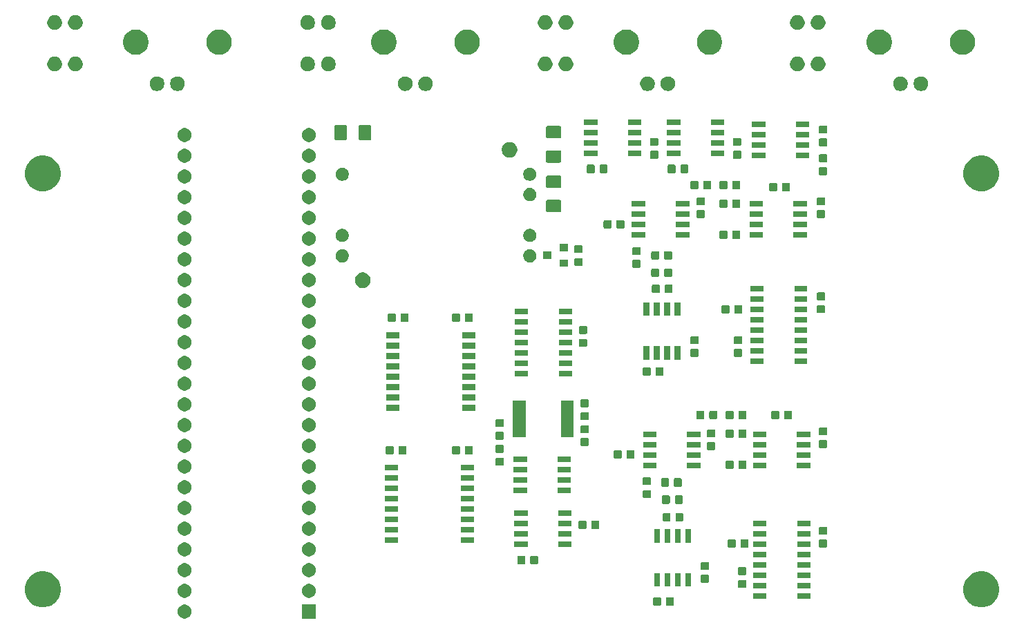
<source format=gts>
G04 #@! TF.GenerationSoftware,KiCad,Pcbnew,5.0.2-bee76a0~70~ubuntu18.04.1*
G04 #@! TF.CreationDate,2018-12-10T22:04:31+02:00*
G04 #@! TF.ProjectId,CombinedPCB,436f6d62-696e-4656-9450-43422e6b6963,rev?*
G04 #@! TF.SameCoordinates,Original*
G04 #@! TF.FileFunction,Soldermask,Top*
G04 #@! TF.FilePolarity,Negative*
%FSLAX46Y46*%
G04 Gerber Fmt 4.6, Leading zero omitted, Abs format (unit mm)*
G04 Created by KiCad (PCBNEW 5.0.2-bee76a0~70~ubuntu18.04.1) date Mon Dec 10 22:04:31 2018*
%MOMM*%
%LPD*%
G01*
G04 APERTURE LIST*
%ADD10C,0.100000*%
G04 APERTURE END LIST*
D10*
G36*
X73271000Y-122561000D02*
X71569000Y-122561000D01*
X71569000Y-120859000D01*
X73271000Y-120859000D01*
X73271000Y-122561000D01*
X73271000Y-122561000D01*
G37*
G36*
X57428228Y-120891703D02*
X57583100Y-120955853D01*
X57722481Y-121048985D01*
X57841015Y-121167519D01*
X57934147Y-121306900D01*
X57998297Y-121461772D01*
X58031000Y-121626184D01*
X58031000Y-121793816D01*
X57998297Y-121958228D01*
X57934147Y-122113100D01*
X57841015Y-122252481D01*
X57722481Y-122371015D01*
X57583100Y-122464147D01*
X57428228Y-122528297D01*
X57263816Y-122561000D01*
X57096184Y-122561000D01*
X56931772Y-122528297D01*
X56776900Y-122464147D01*
X56637519Y-122371015D01*
X56518985Y-122252481D01*
X56425853Y-122113100D01*
X56361703Y-121958228D01*
X56329000Y-121793816D01*
X56329000Y-121626184D01*
X56361703Y-121461772D01*
X56425853Y-121306900D01*
X56518985Y-121167519D01*
X56637519Y-121048985D01*
X56776900Y-120955853D01*
X56931772Y-120891703D01*
X57096184Y-120859000D01*
X57263816Y-120859000D01*
X57428228Y-120891703D01*
X57428228Y-120891703D01*
G37*
G36*
X155442006Y-116883582D02*
X155842565Y-117049499D01*
X156203059Y-117290373D01*
X156509627Y-117596941D01*
X156750501Y-117957435D01*
X156916418Y-118357994D01*
X157001000Y-118783219D01*
X157001000Y-119216781D01*
X156916418Y-119642006D01*
X156750501Y-120042565D01*
X156509627Y-120403059D01*
X156203059Y-120709627D01*
X155842565Y-120950501D01*
X155442006Y-121116418D01*
X155016781Y-121201000D01*
X154583219Y-121201000D01*
X154157994Y-121116418D01*
X153757435Y-120950501D01*
X153396941Y-120709627D01*
X153090373Y-120403059D01*
X152849499Y-120042565D01*
X152683582Y-119642006D01*
X152599000Y-119216781D01*
X152599000Y-118783219D01*
X152683582Y-118357994D01*
X152849499Y-117957435D01*
X153090373Y-117596941D01*
X153396941Y-117290373D01*
X153757435Y-117049499D01*
X154157994Y-116883582D01*
X154583219Y-116799000D01*
X155016781Y-116799000D01*
X155442006Y-116883582D01*
X155442006Y-116883582D01*
G37*
G36*
X40442006Y-116883582D02*
X40842565Y-117049499D01*
X41203059Y-117290373D01*
X41509627Y-117596941D01*
X41750501Y-117957435D01*
X41916418Y-118357994D01*
X42001000Y-118783219D01*
X42001000Y-119216781D01*
X41916418Y-119642006D01*
X41750501Y-120042565D01*
X41509627Y-120403059D01*
X41203059Y-120709627D01*
X40842565Y-120950501D01*
X40442006Y-121116418D01*
X40016781Y-121201000D01*
X39583219Y-121201000D01*
X39157994Y-121116418D01*
X38757435Y-120950501D01*
X38396941Y-120709627D01*
X38090373Y-120403059D01*
X37849499Y-120042565D01*
X37683582Y-119642006D01*
X37599000Y-119216781D01*
X37599000Y-118783219D01*
X37683582Y-118357994D01*
X37849499Y-117957435D01*
X38090373Y-117596941D01*
X38396941Y-117290373D01*
X38757435Y-117049499D01*
X39157994Y-116883582D01*
X39583219Y-116799000D01*
X40016781Y-116799000D01*
X40442006Y-116883582D01*
X40442006Y-116883582D01*
G37*
G36*
X116989591Y-119938085D02*
X117023569Y-119948393D01*
X117054887Y-119965133D01*
X117082339Y-119987661D01*
X117104867Y-120015113D01*
X117121607Y-120046431D01*
X117131915Y-120080409D01*
X117136000Y-120121890D01*
X117136000Y-120798110D01*
X117131915Y-120839591D01*
X117121607Y-120873569D01*
X117104867Y-120904887D01*
X117082339Y-120932339D01*
X117054887Y-120954867D01*
X117023569Y-120971607D01*
X116989591Y-120981915D01*
X116948110Y-120986000D01*
X116346890Y-120986000D01*
X116305409Y-120981915D01*
X116271431Y-120971607D01*
X116240113Y-120954867D01*
X116212661Y-120932339D01*
X116190133Y-120904887D01*
X116173393Y-120873569D01*
X116163085Y-120839591D01*
X116159000Y-120798110D01*
X116159000Y-120121890D01*
X116163085Y-120080409D01*
X116173393Y-120046431D01*
X116190133Y-120015113D01*
X116212661Y-119987661D01*
X116240113Y-119965133D01*
X116271431Y-119948393D01*
X116305409Y-119938085D01*
X116346890Y-119934000D01*
X116948110Y-119934000D01*
X116989591Y-119938085D01*
X116989591Y-119938085D01*
G37*
G36*
X115414591Y-119938085D02*
X115448569Y-119948393D01*
X115479887Y-119965133D01*
X115507339Y-119987661D01*
X115529867Y-120015113D01*
X115546607Y-120046431D01*
X115556915Y-120080409D01*
X115561000Y-120121890D01*
X115561000Y-120798110D01*
X115556915Y-120839591D01*
X115546607Y-120873569D01*
X115529867Y-120904887D01*
X115507339Y-120932339D01*
X115479887Y-120954867D01*
X115448569Y-120971607D01*
X115414591Y-120981915D01*
X115373110Y-120986000D01*
X114771890Y-120986000D01*
X114730409Y-120981915D01*
X114696431Y-120971607D01*
X114665113Y-120954867D01*
X114637661Y-120932339D01*
X114615133Y-120904887D01*
X114598393Y-120873569D01*
X114588085Y-120839591D01*
X114584000Y-120798110D01*
X114584000Y-120121890D01*
X114588085Y-120080409D01*
X114598393Y-120046431D01*
X114615133Y-120015113D01*
X114637661Y-119987661D01*
X114665113Y-119965133D01*
X114696431Y-119948393D01*
X114730409Y-119938085D01*
X114771890Y-119934000D01*
X115373110Y-119934000D01*
X115414591Y-119938085D01*
X115414591Y-119938085D01*
G37*
G36*
X133839000Y-120176000D02*
X132237000Y-120176000D01*
X132237000Y-119474000D01*
X133839000Y-119474000D01*
X133839000Y-120176000D01*
X133839000Y-120176000D01*
G37*
G36*
X128439000Y-120176000D02*
X126837000Y-120176000D01*
X126837000Y-119474000D01*
X128439000Y-119474000D01*
X128439000Y-120176000D01*
X128439000Y-120176000D01*
G37*
G36*
X57428228Y-118351703D02*
X57583100Y-118415853D01*
X57722481Y-118508985D01*
X57841015Y-118627519D01*
X57934147Y-118766900D01*
X57998297Y-118921772D01*
X58031000Y-119086184D01*
X58031000Y-119253816D01*
X57998297Y-119418228D01*
X57934147Y-119573100D01*
X57841015Y-119712481D01*
X57722481Y-119831015D01*
X57583100Y-119924147D01*
X57428228Y-119988297D01*
X57263816Y-120021000D01*
X57096184Y-120021000D01*
X56931772Y-119988297D01*
X56776900Y-119924147D01*
X56637519Y-119831015D01*
X56518985Y-119712481D01*
X56425853Y-119573100D01*
X56361703Y-119418228D01*
X56329000Y-119253816D01*
X56329000Y-119086184D01*
X56361703Y-118921772D01*
X56425853Y-118766900D01*
X56518985Y-118627519D01*
X56637519Y-118508985D01*
X56776900Y-118415853D01*
X56931772Y-118351703D01*
X57096184Y-118319000D01*
X57263816Y-118319000D01*
X57428228Y-118351703D01*
X57428228Y-118351703D01*
G37*
G36*
X72668228Y-118351703D02*
X72823100Y-118415853D01*
X72962481Y-118508985D01*
X73081015Y-118627519D01*
X73174147Y-118766900D01*
X73238297Y-118921772D01*
X73271000Y-119086184D01*
X73271000Y-119253816D01*
X73238297Y-119418228D01*
X73174147Y-119573100D01*
X73081015Y-119712481D01*
X72962481Y-119831015D01*
X72823100Y-119924147D01*
X72668228Y-119988297D01*
X72503816Y-120021000D01*
X72336184Y-120021000D01*
X72171772Y-119988297D01*
X72016900Y-119924147D01*
X71877519Y-119831015D01*
X71758985Y-119712481D01*
X71665853Y-119573100D01*
X71601703Y-119418228D01*
X71569000Y-119253816D01*
X71569000Y-119086184D01*
X71601703Y-118921772D01*
X71665853Y-118766900D01*
X71758985Y-118627519D01*
X71877519Y-118508985D01*
X72016900Y-118415853D01*
X72171772Y-118351703D01*
X72336184Y-118319000D01*
X72503816Y-118319000D01*
X72668228Y-118351703D01*
X72668228Y-118351703D01*
G37*
G36*
X128439000Y-118906000D02*
X126837000Y-118906000D01*
X126837000Y-118204000D01*
X128439000Y-118204000D01*
X128439000Y-118906000D01*
X128439000Y-118906000D01*
G37*
G36*
X133839000Y-118906000D02*
X132237000Y-118906000D01*
X132237000Y-118204000D01*
X133839000Y-118204000D01*
X133839000Y-118906000D01*
X133839000Y-118906000D01*
G37*
G36*
X125891591Y-117842085D02*
X125925569Y-117852393D01*
X125956887Y-117869133D01*
X125984339Y-117891661D01*
X126006867Y-117919113D01*
X126023607Y-117950431D01*
X126033915Y-117984409D01*
X126038000Y-118025890D01*
X126038000Y-118627110D01*
X126033915Y-118668591D01*
X126023607Y-118702569D01*
X126006867Y-118733887D01*
X125984339Y-118761339D01*
X125956887Y-118783867D01*
X125925569Y-118800607D01*
X125891591Y-118810915D01*
X125850110Y-118815000D01*
X125173890Y-118815000D01*
X125132409Y-118810915D01*
X125098431Y-118800607D01*
X125067113Y-118783867D01*
X125039661Y-118761339D01*
X125017133Y-118733887D01*
X125000393Y-118702569D01*
X124990085Y-118668591D01*
X124986000Y-118627110D01*
X124986000Y-118025890D01*
X124990085Y-117984409D01*
X125000393Y-117950431D01*
X125017133Y-117919113D01*
X125039661Y-117891661D01*
X125067113Y-117869133D01*
X125098431Y-117852393D01*
X125132409Y-117842085D01*
X125173890Y-117838000D01*
X125850110Y-117838000D01*
X125891591Y-117842085D01*
X125891591Y-117842085D01*
G37*
G36*
X119233600Y-118652000D02*
X118531600Y-118652000D01*
X118531600Y-117000000D01*
X119233600Y-117000000D01*
X119233600Y-118652000D01*
X119233600Y-118652000D01*
G37*
G36*
X117963600Y-118652000D02*
X117261600Y-118652000D01*
X117261600Y-117000000D01*
X117963600Y-117000000D01*
X117963600Y-118652000D01*
X117963600Y-118652000D01*
G37*
G36*
X116693600Y-118652000D02*
X115991600Y-118652000D01*
X115991600Y-117000000D01*
X116693600Y-117000000D01*
X116693600Y-118652000D01*
X116693600Y-118652000D01*
G37*
G36*
X115423600Y-118652000D02*
X114721600Y-118652000D01*
X114721600Y-117000000D01*
X115423600Y-117000000D01*
X115423600Y-118652000D01*
X115423600Y-118652000D01*
G37*
G36*
X121319591Y-117207085D02*
X121353569Y-117217393D01*
X121384887Y-117234133D01*
X121412339Y-117256661D01*
X121434867Y-117284113D01*
X121451607Y-117315431D01*
X121461915Y-117349409D01*
X121466000Y-117390890D01*
X121466000Y-117992110D01*
X121461915Y-118033591D01*
X121451607Y-118067569D01*
X121434867Y-118098887D01*
X121412339Y-118126339D01*
X121384887Y-118148867D01*
X121353569Y-118165607D01*
X121319591Y-118175915D01*
X121278110Y-118180000D01*
X120601890Y-118180000D01*
X120560409Y-118175915D01*
X120526431Y-118165607D01*
X120495113Y-118148867D01*
X120467661Y-118126339D01*
X120445133Y-118098887D01*
X120428393Y-118067569D01*
X120418085Y-118033591D01*
X120414000Y-117992110D01*
X120414000Y-117390890D01*
X120418085Y-117349409D01*
X120428393Y-117315431D01*
X120445133Y-117284113D01*
X120467661Y-117256661D01*
X120495113Y-117234133D01*
X120526431Y-117217393D01*
X120560409Y-117207085D01*
X120601890Y-117203000D01*
X121278110Y-117203000D01*
X121319591Y-117207085D01*
X121319591Y-117207085D01*
G37*
G36*
X133839000Y-117636000D02*
X132237000Y-117636000D01*
X132237000Y-116934000D01*
X133839000Y-116934000D01*
X133839000Y-117636000D01*
X133839000Y-117636000D01*
G37*
G36*
X128439000Y-117636000D02*
X126837000Y-117636000D01*
X126837000Y-116934000D01*
X128439000Y-116934000D01*
X128439000Y-117636000D01*
X128439000Y-117636000D01*
G37*
G36*
X57428228Y-115811703D02*
X57583100Y-115875853D01*
X57722481Y-115968985D01*
X57841015Y-116087519D01*
X57934147Y-116226900D01*
X57998297Y-116381772D01*
X58031000Y-116546184D01*
X58031000Y-116713816D01*
X57998297Y-116878228D01*
X57934147Y-117033100D01*
X57841015Y-117172481D01*
X57722481Y-117291015D01*
X57583100Y-117384147D01*
X57428228Y-117448297D01*
X57263816Y-117481000D01*
X57096184Y-117481000D01*
X56931772Y-117448297D01*
X56776900Y-117384147D01*
X56637519Y-117291015D01*
X56518985Y-117172481D01*
X56425853Y-117033100D01*
X56361703Y-116878228D01*
X56329000Y-116713816D01*
X56329000Y-116546184D01*
X56361703Y-116381772D01*
X56425853Y-116226900D01*
X56518985Y-116087519D01*
X56637519Y-115968985D01*
X56776900Y-115875853D01*
X56931772Y-115811703D01*
X57096184Y-115779000D01*
X57263816Y-115779000D01*
X57428228Y-115811703D01*
X57428228Y-115811703D01*
G37*
G36*
X72668228Y-115811703D02*
X72823100Y-115875853D01*
X72962481Y-115968985D01*
X73081015Y-116087519D01*
X73174147Y-116226900D01*
X73238297Y-116381772D01*
X73271000Y-116546184D01*
X73271000Y-116713816D01*
X73238297Y-116878228D01*
X73174147Y-117033100D01*
X73081015Y-117172481D01*
X72962481Y-117291015D01*
X72823100Y-117384147D01*
X72668228Y-117448297D01*
X72503816Y-117481000D01*
X72336184Y-117481000D01*
X72171772Y-117448297D01*
X72016900Y-117384147D01*
X71877519Y-117291015D01*
X71758985Y-117172481D01*
X71665853Y-117033100D01*
X71601703Y-116878228D01*
X71569000Y-116713816D01*
X71569000Y-116546184D01*
X71601703Y-116381772D01*
X71665853Y-116226900D01*
X71758985Y-116087519D01*
X71877519Y-115968985D01*
X72016900Y-115875853D01*
X72171772Y-115811703D01*
X72336184Y-115779000D01*
X72503816Y-115779000D01*
X72668228Y-115811703D01*
X72668228Y-115811703D01*
G37*
G36*
X125891591Y-116267085D02*
X125925569Y-116277393D01*
X125956887Y-116294133D01*
X125984339Y-116316661D01*
X126006867Y-116344113D01*
X126023607Y-116375431D01*
X126033915Y-116409409D01*
X126038000Y-116450890D01*
X126038000Y-117052110D01*
X126033915Y-117093591D01*
X126023607Y-117127569D01*
X126006867Y-117158887D01*
X125984339Y-117186339D01*
X125956887Y-117208867D01*
X125925569Y-117225607D01*
X125891591Y-117235915D01*
X125850110Y-117240000D01*
X125173890Y-117240000D01*
X125132409Y-117235915D01*
X125098431Y-117225607D01*
X125067113Y-117208867D01*
X125039661Y-117186339D01*
X125017133Y-117158887D01*
X125000393Y-117127569D01*
X124990085Y-117093591D01*
X124986000Y-117052110D01*
X124986000Y-116450890D01*
X124990085Y-116409409D01*
X125000393Y-116375431D01*
X125017133Y-116344113D01*
X125039661Y-116316661D01*
X125067113Y-116294133D01*
X125098431Y-116277393D01*
X125132409Y-116267085D01*
X125173890Y-116263000D01*
X125850110Y-116263000D01*
X125891591Y-116267085D01*
X125891591Y-116267085D01*
G37*
G36*
X121319591Y-115632085D02*
X121353569Y-115642393D01*
X121384887Y-115659133D01*
X121412339Y-115681661D01*
X121434867Y-115709113D01*
X121451607Y-115740431D01*
X121461915Y-115774409D01*
X121466000Y-115815890D01*
X121466000Y-116417110D01*
X121461915Y-116458591D01*
X121451607Y-116492569D01*
X121434867Y-116523887D01*
X121412339Y-116551339D01*
X121384887Y-116573867D01*
X121353569Y-116590607D01*
X121319591Y-116600915D01*
X121278110Y-116605000D01*
X120601890Y-116605000D01*
X120560409Y-116600915D01*
X120526431Y-116590607D01*
X120495113Y-116573867D01*
X120467661Y-116551339D01*
X120445133Y-116523887D01*
X120428393Y-116492569D01*
X120418085Y-116458591D01*
X120414000Y-116417110D01*
X120414000Y-115815890D01*
X120418085Y-115774409D01*
X120428393Y-115740431D01*
X120445133Y-115709113D01*
X120467661Y-115681661D01*
X120495113Y-115659133D01*
X120526431Y-115642393D01*
X120560409Y-115632085D01*
X120601890Y-115628000D01*
X121278110Y-115628000D01*
X121319591Y-115632085D01*
X121319591Y-115632085D01*
G37*
G36*
X128439000Y-116366000D02*
X126837000Y-116366000D01*
X126837000Y-115664000D01*
X128439000Y-115664000D01*
X128439000Y-116366000D01*
X128439000Y-116366000D01*
G37*
G36*
X133839000Y-116366000D02*
X132237000Y-116366000D01*
X132237000Y-115664000D01*
X133839000Y-115664000D01*
X133839000Y-116366000D01*
X133839000Y-116366000D01*
G37*
G36*
X98777591Y-114858085D02*
X98811569Y-114868393D01*
X98842887Y-114885133D01*
X98870339Y-114907661D01*
X98892867Y-114935113D01*
X98909607Y-114966431D01*
X98919915Y-115000409D01*
X98924000Y-115041890D01*
X98924000Y-115718110D01*
X98919915Y-115759591D01*
X98909607Y-115793569D01*
X98892867Y-115824887D01*
X98870339Y-115852339D01*
X98842887Y-115874867D01*
X98811569Y-115891607D01*
X98777591Y-115901915D01*
X98736110Y-115906000D01*
X98134890Y-115906000D01*
X98093409Y-115901915D01*
X98059431Y-115891607D01*
X98028113Y-115874867D01*
X98000661Y-115852339D01*
X97978133Y-115824887D01*
X97961393Y-115793569D01*
X97951085Y-115759591D01*
X97947000Y-115718110D01*
X97947000Y-115041890D01*
X97951085Y-115000409D01*
X97961393Y-114966431D01*
X97978133Y-114935113D01*
X98000661Y-114907661D01*
X98028113Y-114885133D01*
X98059431Y-114868393D01*
X98093409Y-114858085D01*
X98134890Y-114854000D01*
X98736110Y-114854000D01*
X98777591Y-114858085D01*
X98777591Y-114858085D01*
G37*
G36*
X100352591Y-114858085D02*
X100386569Y-114868393D01*
X100417887Y-114885133D01*
X100445339Y-114907661D01*
X100467867Y-114935113D01*
X100484607Y-114966431D01*
X100494915Y-115000409D01*
X100499000Y-115041890D01*
X100499000Y-115718110D01*
X100494915Y-115759591D01*
X100484607Y-115793569D01*
X100467867Y-115824887D01*
X100445339Y-115852339D01*
X100417887Y-115874867D01*
X100386569Y-115891607D01*
X100352591Y-115901915D01*
X100311110Y-115906000D01*
X99709890Y-115906000D01*
X99668409Y-115901915D01*
X99634431Y-115891607D01*
X99603113Y-115874867D01*
X99575661Y-115852339D01*
X99553133Y-115824887D01*
X99536393Y-115793569D01*
X99526085Y-115759591D01*
X99522000Y-115718110D01*
X99522000Y-115041890D01*
X99526085Y-115000409D01*
X99536393Y-114966431D01*
X99553133Y-114935113D01*
X99575661Y-114907661D01*
X99603113Y-114885133D01*
X99634431Y-114868393D01*
X99668409Y-114858085D01*
X99709890Y-114854000D01*
X100311110Y-114854000D01*
X100352591Y-114858085D01*
X100352591Y-114858085D01*
G37*
G36*
X133839000Y-115096000D02*
X132237000Y-115096000D01*
X132237000Y-114394000D01*
X133839000Y-114394000D01*
X133839000Y-115096000D01*
X133839000Y-115096000D01*
G37*
G36*
X128439000Y-115096000D02*
X126837000Y-115096000D01*
X126837000Y-114394000D01*
X128439000Y-114394000D01*
X128439000Y-115096000D01*
X128439000Y-115096000D01*
G37*
G36*
X57428228Y-113271703D02*
X57583100Y-113335853D01*
X57722481Y-113428985D01*
X57841015Y-113547519D01*
X57934147Y-113686900D01*
X57998297Y-113841772D01*
X58031000Y-114006184D01*
X58031000Y-114173816D01*
X57998297Y-114338228D01*
X57934147Y-114493100D01*
X57841015Y-114632481D01*
X57722481Y-114751015D01*
X57583100Y-114844147D01*
X57428228Y-114908297D01*
X57263816Y-114941000D01*
X57096184Y-114941000D01*
X56931772Y-114908297D01*
X56776900Y-114844147D01*
X56637519Y-114751015D01*
X56518985Y-114632481D01*
X56425853Y-114493100D01*
X56361703Y-114338228D01*
X56329000Y-114173816D01*
X56329000Y-114006184D01*
X56361703Y-113841772D01*
X56425853Y-113686900D01*
X56518985Y-113547519D01*
X56637519Y-113428985D01*
X56776900Y-113335853D01*
X56931772Y-113271703D01*
X57096184Y-113239000D01*
X57263816Y-113239000D01*
X57428228Y-113271703D01*
X57428228Y-113271703D01*
G37*
G36*
X72668228Y-113271703D02*
X72823100Y-113335853D01*
X72962481Y-113428985D01*
X73081015Y-113547519D01*
X73174147Y-113686900D01*
X73238297Y-113841772D01*
X73271000Y-114006184D01*
X73271000Y-114173816D01*
X73238297Y-114338228D01*
X73174147Y-114493100D01*
X73081015Y-114632481D01*
X72962481Y-114751015D01*
X72823100Y-114844147D01*
X72668228Y-114908297D01*
X72503816Y-114941000D01*
X72336184Y-114941000D01*
X72171772Y-114908297D01*
X72016900Y-114844147D01*
X71877519Y-114751015D01*
X71758985Y-114632481D01*
X71665853Y-114493100D01*
X71601703Y-114338228D01*
X71569000Y-114173816D01*
X71569000Y-114006184D01*
X71601703Y-113841772D01*
X71665853Y-113686900D01*
X71758985Y-113547519D01*
X71877519Y-113428985D01*
X72016900Y-113335853D01*
X72171772Y-113271703D01*
X72336184Y-113239000D01*
X72503816Y-113239000D01*
X72668228Y-113271703D01*
X72668228Y-113271703D01*
G37*
G36*
X124558591Y-112826085D02*
X124592569Y-112836393D01*
X124623887Y-112853133D01*
X124651339Y-112875661D01*
X124673867Y-112903113D01*
X124690607Y-112934431D01*
X124700915Y-112968409D01*
X124705000Y-113009890D01*
X124705000Y-113686110D01*
X124700915Y-113727591D01*
X124690607Y-113761569D01*
X124673867Y-113792887D01*
X124651339Y-113820339D01*
X124623887Y-113842867D01*
X124592569Y-113859607D01*
X124558591Y-113869915D01*
X124517110Y-113874000D01*
X123915890Y-113874000D01*
X123874409Y-113869915D01*
X123840431Y-113859607D01*
X123809113Y-113842867D01*
X123781661Y-113820339D01*
X123759133Y-113792887D01*
X123742393Y-113761569D01*
X123732085Y-113727591D01*
X123728000Y-113686110D01*
X123728000Y-113009890D01*
X123732085Y-112968409D01*
X123742393Y-112934431D01*
X123759133Y-112903113D01*
X123781661Y-112875661D01*
X123809113Y-112853133D01*
X123840431Y-112836393D01*
X123874409Y-112826085D01*
X123915890Y-112822000D01*
X124517110Y-112822000D01*
X124558591Y-112826085D01*
X124558591Y-112826085D01*
G37*
G36*
X126133591Y-112826085D02*
X126167569Y-112836393D01*
X126198887Y-112853133D01*
X126226339Y-112875661D01*
X126248867Y-112903113D01*
X126265607Y-112934431D01*
X126275915Y-112968409D01*
X126280000Y-113009890D01*
X126280000Y-113686110D01*
X126275915Y-113727591D01*
X126265607Y-113761569D01*
X126248867Y-113792887D01*
X126226339Y-113820339D01*
X126198887Y-113842867D01*
X126167569Y-113859607D01*
X126133591Y-113869915D01*
X126092110Y-113874000D01*
X125490890Y-113874000D01*
X125449409Y-113869915D01*
X125415431Y-113859607D01*
X125384113Y-113842867D01*
X125356661Y-113820339D01*
X125334133Y-113792887D01*
X125317393Y-113761569D01*
X125307085Y-113727591D01*
X125303000Y-113686110D01*
X125303000Y-113009890D01*
X125307085Y-112968409D01*
X125317393Y-112934431D01*
X125334133Y-112903113D01*
X125356661Y-112875661D01*
X125384113Y-112853133D01*
X125415431Y-112836393D01*
X125449409Y-112826085D01*
X125490890Y-112822000D01*
X126092110Y-112822000D01*
X126133591Y-112826085D01*
X126133591Y-112826085D01*
G37*
G36*
X135797591Y-112889085D02*
X135831569Y-112899393D01*
X135862887Y-112916133D01*
X135890339Y-112938661D01*
X135912867Y-112966113D01*
X135929607Y-112997431D01*
X135939915Y-113031409D01*
X135944000Y-113072890D01*
X135944000Y-113674110D01*
X135939915Y-113715591D01*
X135929607Y-113749569D01*
X135912867Y-113780887D01*
X135890339Y-113808339D01*
X135862887Y-113830867D01*
X135831569Y-113847607D01*
X135797591Y-113857915D01*
X135756110Y-113862000D01*
X135079890Y-113862000D01*
X135038409Y-113857915D01*
X135004431Y-113847607D01*
X134973113Y-113830867D01*
X134945661Y-113808339D01*
X134923133Y-113780887D01*
X134906393Y-113749569D01*
X134896085Y-113715591D01*
X134892000Y-113674110D01*
X134892000Y-113072890D01*
X134896085Y-113031409D01*
X134906393Y-112997431D01*
X134923133Y-112966113D01*
X134945661Y-112938661D01*
X134973113Y-112916133D01*
X135004431Y-112899393D01*
X135038409Y-112889085D01*
X135079890Y-112885000D01*
X135756110Y-112885000D01*
X135797591Y-112889085D01*
X135797591Y-112889085D01*
G37*
G36*
X104621000Y-113826000D02*
X102969000Y-113826000D01*
X102969000Y-113124000D01*
X104621000Y-113124000D01*
X104621000Y-113826000D01*
X104621000Y-113826000D01*
G37*
G36*
X99221000Y-113826000D02*
X97569000Y-113826000D01*
X97569000Y-113124000D01*
X99221000Y-113124000D01*
X99221000Y-113826000D01*
X99221000Y-113826000D01*
G37*
G36*
X128439000Y-113826000D02*
X126837000Y-113826000D01*
X126837000Y-113124000D01*
X128439000Y-113124000D01*
X128439000Y-113826000D01*
X128439000Y-113826000D01*
G37*
G36*
X133839000Y-113826000D02*
X132237000Y-113826000D01*
X132237000Y-113124000D01*
X133839000Y-113124000D01*
X133839000Y-113826000D01*
X133839000Y-113826000D01*
G37*
G36*
X83309000Y-113318000D02*
X81707000Y-113318000D01*
X81707000Y-112616000D01*
X83309000Y-112616000D01*
X83309000Y-113318000D01*
X83309000Y-113318000D01*
G37*
G36*
X92609000Y-113318000D02*
X91007000Y-113318000D01*
X91007000Y-112616000D01*
X92609000Y-112616000D01*
X92609000Y-113318000D01*
X92609000Y-113318000D01*
G37*
G36*
X119233600Y-113252000D02*
X118531600Y-113252000D01*
X118531600Y-111600000D01*
X119233600Y-111600000D01*
X119233600Y-113252000D01*
X119233600Y-113252000D01*
G37*
G36*
X117963600Y-113252000D02*
X117261600Y-113252000D01*
X117261600Y-111600000D01*
X117963600Y-111600000D01*
X117963600Y-113252000D01*
X117963600Y-113252000D01*
G37*
G36*
X116693600Y-113252000D02*
X115991600Y-113252000D01*
X115991600Y-111600000D01*
X116693600Y-111600000D01*
X116693600Y-113252000D01*
X116693600Y-113252000D01*
G37*
G36*
X115423600Y-113252000D02*
X114721600Y-113252000D01*
X114721600Y-111600000D01*
X115423600Y-111600000D01*
X115423600Y-113252000D01*
X115423600Y-113252000D01*
G37*
G36*
X133839000Y-112556000D02*
X132237000Y-112556000D01*
X132237000Y-111854000D01*
X133839000Y-111854000D01*
X133839000Y-112556000D01*
X133839000Y-112556000D01*
G37*
G36*
X104621000Y-112556000D02*
X102969000Y-112556000D01*
X102969000Y-111854000D01*
X104621000Y-111854000D01*
X104621000Y-112556000D01*
X104621000Y-112556000D01*
G37*
G36*
X99221000Y-112556000D02*
X97569000Y-112556000D01*
X97569000Y-111854000D01*
X99221000Y-111854000D01*
X99221000Y-112556000D01*
X99221000Y-112556000D01*
G37*
G36*
X128439000Y-112556000D02*
X126837000Y-112556000D01*
X126837000Y-111854000D01*
X128439000Y-111854000D01*
X128439000Y-112556000D01*
X128439000Y-112556000D01*
G37*
G36*
X72668228Y-110731703D02*
X72823100Y-110795853D01*
X72962481Y-110888985D01*
X73081015Y-111007519D01*
X73174147Y-111146900D01*
X73238297Y-111301772D01*
X73271000Y-111466184D01*
X73271000Y-111633816D01*
X73238297Y-111798228D01*
X73174147Y-111953100D01*
X73081015Y-112092481D01*
X72962481Y-112211015D01*
X72823100Y-112304147D01*
X72668228Y-112368297D01*
X72503816Y-112401000D01*
X72336184Y-112401000D01*
X72171772Y-112368297D01*
X72016900Y-112304147D01*
X71877519Y-112211015D01*
X71758985Y-112092481D01*
X71665853Y-111953100D01*
X71601703Y-111798228D01*
X71569000Y-111633816D01*
X71569000Y-111466184D01*
X71601703Y-111301772D01*
X71665853Y-111146900D01*
X71758985Y-111007519D01*
X71877519Y-110888985D01*
X72016900Y-110795853D01*
X72171772Y-110731703D01*
X72336184Y-110699000D01*
X72503816Y-110699000D01*
X72668228Y-110731703D01*
X72668228Y-110731703D01*
G37*
G36*
X57428228Y-110731703D02*
X57583100Y-110795853D01*
X57722481Y-110888985D01*
X57841015Y-111007519D01*
X57934147Y-111146900D01*
X57998297Y-111301772D01*
X58031000Y-111466184D01*
X58031000Y-111633816D01*
X57998297Y-111798228D01*
X57934147Y-111953100D01*
X57841015Y-112092481D01*
X57722481Y-112211015D01*
X57583100Y-112304147D01*
X57428228Y-112368297D01*
X57263816Y-112401000D01*
X57096184Y-112401000D01*
X56931772Y-112368297D01*
X56776900Y-112304147D01*
X56637519Y-112211015D01*
X56518985Y-112092481D01*
X56425853Y-111953100D01*
X56361703Y-111798228D01*
X56329000Y-111633816D01*
X56329000Y-111466184D01*
X56361703Y-111301772D01*
X56425853Y-111146900D01*
X56518985Y-111007519D01*
X56637519Y-110888985D01*
X56776900Y-110795853D01*
X56931772Y-110731703D01*
X57096184Y-110699000D01*
X57263816Y-110699000D01*
X57428228Y-110731703D01*
X57428228Y-110731703D01*
G37*
G36*
X135797591Y-111314085D02*
X135831569Y-111324393D01*
X135862887Y-111341133D01*
X135890339Y-111363661D01*
X135912867Y-111391113D01*
X135929607Y-111422431D01*
X135939915Y-111456409D01*
X135944000Y-111497890D01*
X135944000Y-112099110D01*
X135939915Y-112140591D01*
X135929607Y-112174569D01*
X135912867Y-112205887D01*
X135890339Y-112233339D01*
X135862887Y-112255867D01*
X135831569Y-112272607D01*
X135797591Y-112282915D01*
X135756110Y-112287000D01*
X135079890Y-112287000D01*
X135038409Y-112282915D01*
X135004431Y-112272607D01*
X134973113Y-112255867D01*
X134945661Y-112233339D01*
X134923133Y-112205887D01*
X134906393Y-112174569D01*
X134896085Y-112140591D01*
X134892000Y-112099110D01*
X134892000Y-111497890D01*
X134896085Y-111456409D01*
X134906393Y-111422431D01*
X134923133Y-111391113D01*
X134945661Y-111363661D01*
X134973113Y-111341133D01*
X135004431Y-111324393D01*
X135038409Y-111314085D01*
X135079890Y-111310000D01*
X135756110Y-111310000D01*
X135797591Y-111314085D01*
X135797591Y-111314085D01*
G37*
G36*
X92609000Y-112048000D02*
X91007000Y-112048000D01*
X91007000Y-111346000D01*
X92609000Y-111346000D01*
X92609000Y-112048000D01*
X92609000Y-112048000D01*
G37*
G36*
X83309000Y-112048000D02*
X81707000Y-112048000D01*
X81707000Y-111346000D01*
X83309000Y-111346000D01*
X83309000Y-112048000D01*
X83309000Y-112048000D01*
G37*
G36*
X107845591Y-110540085D02*
X107879569Y-110550393D01*
X107910887Y-110567133D01*
X107938339Y-110589661D01*
X107960867Y-110617113D01*
X107977607Y-110648431D01*
X107987915Y-110682409D01*
X107992000Y-110723890D01*
X107992000Y-111400110D01*
X107987915Y-111441591D01*
X107977607Y-111475569D01*
X107960867Y-111506887D01*
X107938339Y-111534339D01*
X107910887Y-111556867D01*
X107879569Y-111573607D01*
X107845591Y-111583915D01*
X107804110Y-111588000D01*
X107202890Y-111588000D01*
X107161409Y-111583915D01*
X107127431Y-111573607D01*
X107096113Y-111556867D01*
X107068661Y-111534339D01*
X107046133Y-111506887D01*
X107029393Y-111475569D01*
X107019085Y-111441591D01*
X107015000Y-111400110D01*
X107015000Y-110723890D01*
X107019085Y-110682409D01*
X107029393Y-110648431D01*
X107046133Y-110617113D01*
X107068661Y-110589661D01*
X107096113Y-110567133D01*
X107127431Y-110550393D01*
X107161409Y-110540085D01*
X107202890Y-110536000D01*
X107804110Y-110536000D01*
X107845591Y-110540085D01*
X107845591Y-110540085D01*
G37*
G36*
X106270591Y-110540085D02*
X106304569Y-110550393D01*
X106335887Y-110567133D01*
X106363339Y-110589661D01*
X106385867Y-110617113D01*
X106402607Y-110648431D01*
X106412915Y-110682409D01*
X106417000Y-110723890D01*
X106417000Y-111400110D01*
X106412915Y-111441591D01*
X106402607Y-111475569D01*
X106385867Y-111506887D01*
X106363339Y-111534339D01*
X106335887Y-111556867D01*
X106304569Y-111573607D01*
X106270591Y-111583915D01*
X106229110Y-111588000D01*
X105627890Y-111588000D01*
X105586409Y-111583915D01*
X105552431Y-111573607D01*
X105521113Y-111556867D01*
X105493661Y-111534339D01*
X105471133Y-111506887D01*
X105454393Y-111475569D01*
X105444085Y-111441591D01*
X105440000Y-111400110D01*
X105440000Y-110723890D01*
X105444085Y-110682409D01*
X105454393Y-110648431D01*
X105471133Y-110617113D01*
X105493661Y-110589661D01*
X105521113Y-110567133D01*
X105552431Y-110550393D01*
X105586409Y-110540085D01*
X105627890Y-110536000D01*
X106229110Y-110536000D01*
X106270591Y-110540085D01*
X106270591Y-110540085D01*
G37*
G36*
X99221000Y-111286000D02*
X97569000Y-111286000D01*
X97569000Y-110584000D01*
X99221000Y-110584000D01*
X99221000Y-111286000D01*
X99221000Y-111286000D01*
G37*
G36*
X104621000Y-111286000D02*
X102969000Y-111286000D01*
X102969000Y-110584000D01*
X104621000Y-110584000D01*
X104621000Y-111286000D01*
X104621000Y-111286000D01*
G37*
G36*
X128439000Y-111286000D02*
X126837000Y-111286000D01*
X126837000Y-110584000D01*
X128439000Y-110584000D01*
X128439000Y-111286000D01*
X128439000Y-111286000D01*
G37*
G36*
X133839000Y-111286000D02*
X132237000Y-111286000D01*
X132237000Y-110584000D01*
X133839000Y-110584000D01*
X133839000Y-111286000D01*
X133839000Y-111286000D01*
G37*
G36*
X92609000Y-110778000D02*
X91007000Y-110778000D01*
X91007000Y-110076000D01*
X92609000Y-110076000D01*
X92609000Y-110778000D01*
X92609000Y-110778000D01*
G37*
G36*
X83309000Y-110778000D02*
X81707000Y-110778000D01*
X81707000Y-110076000D01*
X83309000Y-110076000D01*
X83309000Y-110778000D01*
X83309000Y-110778000D01*
G37*
G36*
X116582991Y-109625685D02*
X116616969Y-109635993D01*
X116648287Y-109652733D01*
X116675739Y-109675261D01*
X116698267Y-109702713D01*
X116715007Y-109734031D01*
X116725315Y-109768009D01*
X116729400Y-109809490D01*
X116729400Y-110485710D01*
X116725315Y-110527191D01*
X116715007Y-110561169D01*
X116698267Y-110592487D01*
X116675739Y-110619939D01*
X116648287Y-110642467D01*
X116616969Y-110659207D01*
X116582991Y-110669515D01*
X116541510Y-110673600D01*
X115940290Y-110673600D01*
X115898809Y-110669515D01*
X115864831Y-110659207D01*
X115833513Y-110642467D01*
X115806061Y-110619939D01*
X115783533Y-110592487D01*
X115766793Y-110561169D01*
X115756485Y-110527191D01*
X115752400Y-110485710D01*
X115752400Y-109809490D01*
X115756485Y-109768009D01*
X115766793Y-109734031D01*
X115783533Y-109702713D01*
X115806061Y-109675261D01*
X115833513Y-109652733D01*
X115864831Y-109635993D01*
X115898809Y-109625685D01*
X115940290Y-109621600D01*
X116541510Y-109621600D01*
X116582991Y-109625685D01*
X116582991Y-109625685D01*
G37*
G36*
X118157991Y-109625685D02*
X118191969Y-109635993D01*
X118223287Y-109652733D01*
X118250739Y-109675261D01*
X118273267Y-109702713D01*
X118290007Y-109734031D01*
X118300315Y-109768009D01*
X118304400Y-109809490D01*
X118304400Y-110485710D01*
X118300315Y-110527191D01*
X118290007Y-110561169D01*
X118273267Y-110592487D01*
X118250739Y-110619939D01*
X118223287Y-110642467D01*
X118191969Y-110659207D01*
X118157991Y-110669515D01*
X118116510Y-110673600D01*
X117515290Y-110673600D01*
X117473809Y-110669515D01*
X117439831Y-110659207D01*
X117408513Y-110642467D01*
X117381061Y-110619939D01*
X117358533Y-110592487D01*
X117341793Y-110561169D01*
X117331485Y-110527191D01*
X117327400Y-110485710D01*
X117327400Y-109809490D01*
X117331485Y-109768009D01*
X117341793Y-109734031D01*
X117358533Y-109702713D01*
X117381061Y-109675261D01*
X117408513Y-109652733D01*
X117439831Y-109635993D01*
X117473809Y-109625685D01*
X117515290Y-109621600D01*
X118116510Y-109621600D01*
X118157991Y-109625685D01*
X118157991Y-109625685D01*
G37*
G36*
X99221000Y-110016000D02*
X97569000Y-110016000D01*
X97569000Y-109314000D01*
X99221000Y-109314000D01*
X99221000Y-110016000D01*
X99221000Y-110016000D01*
G37*
G36*
X104621000Y-110016000D02*
X102969000Y-110016000D01*
X102969000Y-109314000D01*
X104621000Y-109314000D01*
X104621000Y-110016000D01*
X104621000Y-110016000D01*
G37*
G36*
X72668228Y-108191703D02*
X72823100Y-108255853D01*
X72962481Y-108348985D01*
X73081015Y-108467519D01*
X73174147Y-108606900D01*
X73238297Y-108761772D01*
X73271000Y-108926184D01*
X73271000Y-109093816D01*
X73238297Y-109258228D01*
X73174147Y-109413100D01*
X73081015Y-109552481D01*
X72962481Y-109671015D01*
X72823100Y-109764147D01*
X72668228Y-109828297D01*
X72503816Y-109861000D01*
X72336184Y-109861000D01*
X72171772Y-109828297D01*
X72016900Y-109764147D01*
X71877519Y-109671015D01*
X71758985Y-109552481D01*
X71665853Y-109413100D01*
X71601703Y-109258228D01*
X71569000Y-109093816D01*
X71569000Y-108926184D01*
X71601703Y-108761772D01*
X71665853Y-108606900D01*
X71758985Y-108467519D01*
X71877519Y-108348985D01*
X72016900Y-108255853D01*
X72171772Y-108191703D01*
X72336184Y-108159000D01*
X72503816Y-108159000D01*
X72668228Y-108191703D01*
X72668228Y-108191703D01*
G37*
G36*
X57428228Y-108191703D02*
X57583100Y-108255853D01*
X57722481Y-108348985D01*
X57841015Y-108467519D01*
X57934147Y-108606900D01*
X57998297Y-108761772D01*
X58031000Y-108926184D01*
X58031000Y-109093816D01*
X57998297Y-109258228D01*
X57934147Y-109413100D01*
X57841015Y-109552481D01*
X57722481Y-109671015D01*
X57583100Y-109764147D01*
X57428228Y-109828297D01*
X57263816Y-109861000D01*
X57096184Y-109861000D01*
X56931772Y-109828297D01*
X56776900Y-109764147D01*
X56637519Y-109671015D01*
X56518985Y-109552481D01*
X56425853Y-109413100D01*
X56361703Y-109258228D01*
X56329000Y-109093816D01*
X56329000Y-108926184D01*
X56361703Y-108761772D01*
X56425853Y-108606900D01*
X56518985Y-108467519D01*
X56637519Y-108348985D01*
X56776900Y-108255853D01*
X56931772Y-108191703D01*
X57096184Y-108159000D01*
X57263816Y-108159000D01*
X57428228Y-108191703D01*
X57428228Y-108191703D01*
G37*
G36*
X83309000Y-109508000D02*
X81707000Y-109508000D01*
X81707000Y-108806000D01*
X83309000Y-108806000D01*
X83309000Y-109508000D01*
X83309000Y-109508000D01*
G37*
G36*
X92609000Y-109508000D02*
X91007000Y-109508000D01*
X91007000Y-108806000D01*
X92609000Y-108806000D01*
X92609000Y-109508000D01*
X92609000Y-109508000D01*
G37*
G36*
X116506691Y-107466685D02*
X116540669Y-107476993D01*
X116571987Y-107493733D01*
X116599439Y-107516261D01*
X116621967Y-107543713D01*
X116638707Y-107575031D01*
X116649015Y-107609009D01*
X116653100Y-107650490D01*
X116653100Y-108326710D01*
X116649015Y-108368191D01*
X116638707Y-108402169D01*
X116621967Y-108433487D01*
X116599439Y-108460939D01*
X116571987Y-108483467D01*
X116540669Y-108500207D01*
X116506691Y-108510515D01*
X116465210Y-108514600D01*
X115863990Y-108514600D01*
X115822509Y-108510515D01*
X115788531Y-108500207D01*
X115757213Y-108483467D01*
X115729761Y-108460939D01*
X115707233Y-108433487D01*
X115690493Y-108402169D01*
X115680185Y-108368191D01*
X115676100Y-108326710D01*
X115676100Y-107650490D01*
X115680185Y-107609009D01*
X115690493Y-107575031D01*
X115707233Y-107543713D01*
X115729761Y-107516261D01*
X115757213Y-107493733D01*
X115788531Y-107476993D01*
X115822509Y-107466685D01*
X115863990Y-107462600D01*
X116465210Y-107462600D01*
X116506691Y-107466685D01*
X116506691Y-107466685D01*
G37*
G36*
X118081691Y-107466685D02*
X118115669Y-107476993D01*
X118146987Y-107493733D01*
X118174439Y-107516261D01*
X118196967Y-107543713D01*
X118213707Y-107575031D01*
X118224015Y-107609009D01*
X118228100Y-107650490D01*
X118228100Y-108326710D01*
X118224015Y-108368191D01*
X118213707Y-108402169D01*
X118196967Y-108433487D01*
X118174439Y-108460939D01*
X118146987Y-108483467D01*
X118115669Y-108500207D01*
X118081691Y-108510515D01*
X118040210Y-108514600D01*
X117438990Y-108514600D01*
X117397509Y-108510515D01*
X117363531Y-108500207D01*
X117332213Y-108483467D01*
X117304761Y-108460939D01*
X117282233Y-108433487D01*
X117265493Y-108402169D01*
X117255185Y-108368191D01*
X117251100Y-108326710D01*
X117251100Y-107650490D01*
X117255185Y-107609009D01*
X117265493Y-107575031D01*
X117282233Y-107543713D01*
X117304761Y-107516261D01*
X117332213Y-107493733D01*
X117363531Y-107476993D01*
X117397509Y-107466685D01*
X117438990Y-107462600D01*
X118040210Y-107462600D01*
X118081691Y-107466685D01*
X118081691Y-107466685D01*
G37*
G36*
X92609000Y-108238000D02*
X91007000Y-108238000D01*
X91007000Y-107536000D01*
X92609000Y-107536000D01*
X92609000Y-108238000D01*
X92609000Y-108238000D01*
G37*
G36*
X83309000Y-108238000D02*
X81707000Y-108238000D01*
X81707000Y-107536000D01*
X83309000Y-107536000D01*
X83309000Y-108238000D01*
X83309000Y-108238000D01*
G37*
G36*
X114207591Y-106818585D02*
X114241569Y-106828893D01*
X114272887Y-106845633D01*
X114300339Y-106868161D01*
X114322867Y-106895613D01*
X114339607Y-106926931D01*
X114349915Y-106960909D01*
X114354000Y-107002390D01*
X114354000Y-107603610D01*
X114349915Y-107645091D01*
X114339607Y-107679069D01*
X114322867Y-107710387D01*
X114300339Y-107737839D01*
X114272887Y-107760367D01*
X114241569Y-107777107D01*
X114207591Y-107787415D01*
X114166110Y-107791500D01*
X113489890Y-107791500D01*
X113448409Y-107787415D01*
X113414431Y-107777107D01*
X113383113Y-107760367D01*
X113355661Y-107737839D01*
X113333133Y-107710387D01*
X113316393Y-107679069D01*
X113306085Y-107645091D01*
X113302000Y-107603610D01*
X113302000Y-107002390D01*
X113306085Y-106960909D01*
X113316393Y-106926931D01*
X113333133Y-106895613D01*
X113355661Y-106868161D01*
X113383113Y-106845633D01*
X113414431Y-106828893D01*
X113448409Y-106818585D01*
X113489890Y-106814500D01*
X114166110Y-106814500D01*
X114207591Y-106818585D01*
X114207591Y-106818585D01*
G37*
G36*
X72668228Y-105651703D02*
X72823100Y-105715853D01*
X72962481Y-105808985D01*
X73081015Y-105927519D01*
X73174147Y-106066900D01*
X73238297Y-106221772D01*
X73271000Y-106386184D01*
X73271000Y-106553816D01*
X73238297Y-106718228D01*
X73174147Y-106873100D01*
X73081015Y-107012481D01*
X72962481Y-107131015D01*
X72823100Y-107224147D01*
X72668228Y-107288297D01*
X72503816Y-107321000D01*
X72336184Y-107321000D01*
X72171772Y-107288297D01*
X72016900Y-107224147D01*
X71877519Y-107131015D01*
X71758985Y-107012481D01*
X71665853Y-106873100D01*
X71601703Y-106718228D01*
X71569000Y-106553816D01*
X71569000Y-106386184D01*
X71601703Y-106221772D01*
X71665853Y-106066900D01*
X71758985Y-105927519D01*
X71877519Y-105808985D01*
X72016900Y-105715853D01*
X72171772Y-105651703D01*
X72336184Y-105619000D01*
X72503816Y-105619000D01*
X72668228Y-105651703D01*
X72668228Y-105651703D01*
G37*
G36*
X57428228Y-105651703D02*
X57583100Y-105715853D01*
X57722481Y-105808985D01*
X57841015Y-105927519D01*
X57934147Y-106066900D01*
X57998297Y-106221772D01*
X58031000Y-106386184D01*
X58031000Y-106553816D01*
X57998297Y-106718228D01*
X57934147Y-106873100D01*
X57841015Y-107012481D01*
X57722481Y-107131015D01*
X57583100Y-107224147D01*
X57428228Y-107288297D01*
X57263816Y-107321000D01*
X57096184Y-107321000D01*
X56931772Y-107288297D01*
X56776900Y-107224147D01*
X56637519Y-107131015D01*
X56518985Y-107012481D01*
X56425853Y-106873100D01*
X56361703Y-106718228D01*
X56329000Y-106553816D01*
X56329000Y-106386184D01*
X56361703Y-106221772D01*
X56425853Y-106066900D01*
X56518985Y-105927519D01*
X56637519Y-105808985D01*
X56776900Y-105715853D01*
X56931772Y-105651703D01*
X57096184Y-105619000D01*
X57263816Y-105619000D01*
X57428228Y-105651703D01*
X57428228Y-105651703D01*
G37*
G36*
X99127000Y-107222000D02*
X97475000Y-107222000D01*
X97475000Y-106520000D01*
X99127000Y-106520000D01*
X99127000Y-107222000D01*
X99127000Y-107222000D01*
G37*
G36*
X104527000Y-107222000D02*
X102875000Y-107222000D01*
X102875000Y-106520000D01*
X104527000Y-106520000D01*
X104527000Y-107222000D01*
X104527000Y-107222000D01*
G37*
G36*
X83309000Y-106968000D02*
X81707000Y-106968000D01*
X81707000Y-106266000D01*
X83309000Y-106266000D01*
X83309000Y-106968000D01*
X83309000Y-106968000D01*
G37*
G36*
X92609000Y-106968000D02*
X91007000Y-106968000D01*
X91007000Y-106266000D01*
X92609000Y-106266000D01*
X92609000Y-106968000D01*
X92609000Y-106968000D01*
G37*
G36*
X116379791Y-105358485D02*
X116413769Y-105368793D01*
X116445087Y-105385533D01*
X116472539Y-105408061D01*
X116495067Y-105435513D01*
X116511807Y-105466831D01*
X116522115Y-105500809D01*
X116526200Y-105542290D01*
X116526200Y-106218510D01*
X116522115Y-106259991D01*
X116511807Y-106293969D01*
X116495067Y-106325287D01*
X116472539Y-106352739D01*
X116445087Y-106375267D01*
X116413769Y-106392007D01*
X116379791Y-106402315D01*
X116338310Y-106406400D01*
X115737090Y-106406400D01*
X115695609Y-106402315D01*
X115661631Y-106392007D01*
X115630313Y-106375267D01*
X115602861Y-106352739D01*
X115580333Y-106325287D01*
X115563593Y-106293969D01*
X115553285Y-106259991D01*
X115549200Y-106218510D01*
X115549200Y-105542290D01*
X115553285Y-105500809D01*
X115563593Y-105466831D01*
X115580333Y-105435513D01*
X115602861Y-105408061D01*
X115630313Y-105385533D01*
X115661631Y-105368793D01*
X115695609Y-105358485D01*
X115737090Y-105354400D01*
X116338310Y-105354400D01*
X116379791Y-105358485D01*
X116379791Y-105358485D01*
G37*
G36*
X117954791Y-105358485D02*
X117988769Y-105368793D01*
X118020087Y-105385533D01*
X118047539Y-105408061D01*
X118070067Y-105435513D01*
X118086807Y-105466831D01*
X118097115Y-105500809D01*
X118101200Y-105542290D01*
X118101200Y-106218510D01*
X118097115Y-106259991D01*
X118086807Y-106293969D01*
X118070067Y-106325287D01*
X118047539Y-106352739D01*
X118020087Y-106375267D01*
X117988769Y-106392007D01*
X117954791Y-106402315D01*
X117913310Y-106406400D01*
X117312090Y-106406400D01*
X117270609Y-106402315D01*
X117236631Y-106392007D01*
X117205313Y-106375267D01*
X117177861Y-106352739D01*
X117155333Y-106325287D01*
X117138593Y-106293969D01*
X117128285Y-106259991D01*
X117124200Y-106218510D01*
X117124200Y-105542290D01*
X117128285Y-105500809D01*
X117138593Y-105466831D01*
X117155333Y-105435513D01*
X117177861Y-105408061D01*
X117205313Y-105385533D01*
X117236631Y-105368793D01*
X117270609Y-105358485D01*
X117312090Y-105354400D01*
X117913310Y-105354400D01*
X117954791Y-105358485D01*
X117954791Y-105358485D01*
G37*
G36*
X114207591Y-105243585D02*
X114241569Y-105253893D01*
X114272887Y-105270633D01*
X114300339Y-105293161D01*
X114322867Y-105320613D01*
X114339607Y-105351931D01*
X114349915Y-105385909D01*
X114354000Y-105427390D01*
X114354000Y-106028610D01*
X114349915Y-106070091D01*
X114339607Y-106104069D01*
X114322867Y-106135387D01*
X114300339Y-106162839D01*
X114272887Y-106185367D01*
X114241569Y-106202107D01*
X114207591Y-106212415D01*
X114166110Y-106216500D01*
X113489890Y-106216500D01*
X113448409Y-106212415D01*
X113414431Y-106202107D01*
X113383113Y-106185367D01*
X113355661Y-106162839D01*
X113333133Y-106135387D01*
X113316393Y-106104069D01*
X113306085Y-106070091D01*
X113302000Y-106028610D01*
X113302000Y-105427390D01*
X113306085Y-105385909D01*
X113316393Y-105351931D01*
X113333133Y-105320613D01*
X113355661Y-105293161D01*
X113383113Y-105270633D01*
X113414431Y-105253893D01*
X113448409Y-105243585D01*
X113489890Y-105239500D01*
X114166110Y-105239500D01*
X114207591Y-105243585D01*
X114207591Y-105243585D01*
G37*
G36*
X104527000Y-105952000D02*
X102875000Y-105952000D01*
X102875000Y-105250000D01*
X104527000Y-105250000D01*
X104527000Y-105952000D01*
X104527000Y-105952000D01*
G37*
G36*
X99127000Y-105952000D02*
X97475000Y-105952000D01*
X97475000Y-105250000D01*
X99127000Y-105250000D01*
X99127000Y-105952000D01*
X99127000Y-105952000D01*
G37*
G36*
X83309000Y-105698000D02*
X81707000Y-105698000D01*
X81707000Y-104996000D01*
X83309000Y-104996000D01*
X83309000Y-105698000D01*
X83309000Y-105698000D01*
G37*
G36*
X92609000Y-105698000D02*
X91007000Y-105698000D01*
X91007000Y-104996000D01*
X92609000Y-104996000D01*
X92609000Y-105698000D01*
X92609000Y-105698000D01*
G37*
G36*
X72668228Y-103111703D02*
X72823100Y-103175853D01*
X72962481Y-103268985D01*
X73081015Y-103387519D01*
X73174147Y-103526900D01*
X73238297Y-103681772D01*
X73271000Y-103846184D01*
X73271000Y-104013816D01*
X73238297Y-104178228D01*
X73174147Y-104333100D01*
X73081015Y-104472481D01*
X72962481Y-104591015D01*
X72823100Y-104684147D01*
X72668228Y-104748297D01*
X72503816Y-104781000D01*
X72336184Y-104781000D01*
X72171772Y-104748297D01*
X72016900Y-104684147D01*
X71877519Y-104591015D01*
X71758985Y-104472481D01*
X71665853Y-104333100D01*
X71601703Y-104178228D01*
X71569000Y-104013816D01*
X71569000Y-103846184D01*
X71601703Y-103681772D01*
X71665853Y-103526900D01*
X71758985Y-103387519D01*
X71877519Y-103268985D01*
X72016900Y-103175853D01*
X72171772Y-103111703D01*
X72336184Y-103079000D01*
X72503816Y-103079000D01*
X72668228Y-103111703D01*
X72668228Y-103111703D01*
G37*
G36*
X57428228Y-103111703D02*
X57583100Y-103175853D01*
X57722481Y-103268985D01*
X57841015Y-103387519D01*
X57934147Y-103526900D01*
X57998297Y-103681772D01*
X58031000Y-103846184D01*
X58031000Y-104013816D01*
X57998297Y-104178228D01*
X57934147Y-104333100D01*
X57841015Y-104472481D01*
X57722481Y-104591015D01*
X57583100Y-104684147D01*
X57428228Y-104748297D01*
X57263816Y-104781000D01*
X57096184Y-104781000D01*
X56931772Y-104748297D01*
X56776900Y-104684147D01*
X56637519Y-104591015D01*
X56518985Y-104472481D01*
X56425853Y-104333100D01*
X56361703Y-104178228D01*
X56329000Y-104013816D01*
X56329000Y-103846184D01*
X56361703Y-103681772D01*
X56425853Y-103526900D01*
X56518985Y-103387519D01*
X56637519Y-103268985D01*
X56776900Y-103175853D01*
X56931772Y-103111703D01*
X57096184Y-103079000D01*
X57263816Y-103079000D01*
X57428228Y-103111703D01*
X57428228Y-103111703D01*
G37*
G36*
X104527000Y-104682000D02*
X102875000Y-104682000D01*
X102875000Y-103980000D01*
X104527000Y-103980000D01*
X104527000Y-104682000D01*
X104527000Y-104682000D01*
G37*
G36*
X99127000Y-104682000D02*
X97475000Y-104682000D01*
X97475000Y-103980000D01*
X99127000Y-103980000D01*
X99127000Y-104682000D01*
X99127000Y-104682000D01*
G37*
G36*
X83309000Y-104428000D02*
X81707000Y-104428000D01*
X81707000Y-103726000D01*
X83309000Y-103726000D01*
X83309000Y-104428000D01*
X83309000Y-104428000D01*
G37*
G36*
X92609000Y-104428000D02*
X91007000Y-104428000D01*
X91007000Y-103726000D01*
X92609000Y-103726000D01*
X92609000Y-104428000D01*
X92609000Y-104428000D01*
G37*
G36*
X125879591Y-103174085D02*
X125913569Y-103184393D01*
X125944887Y-103201133D01*
X125972339Y-103223661D01*
X125994867Y-103251113D01*
X126011607Y-103282431D01*
X126021915Y-103316409D01*
X126026000Y-103357890D01*
X126026000Y-104034110D01*
X126021915Y-104075591D01*
X126011607Y-104109569D01*
X125994867Y-104140887D01*
X125972339Y-104168339D01*
X125944887Y-104190867D01*
X125913569Y-104207607D01*
X125879591Y-104217915D01*
X125838110Y-104222000D01*
X125236890Y-104222000D01*
X125195409Y-104217915D01*
X125161431Y-104207607D01*
X125130113Y-104190867D01*
X125102661Y-104168339D01*
X125080133Y-104140887D01*
X125063393Y-104109569D01*
X125053085Y-104075591D01*
X125049000Y-104034110D01*
X125049000Y-103357890D01*
X125053085Y-103316409D01*
X125063393Y-103282431D01*
X125080133Y-103251113D01*
X125102661Y-103223661D01*
X125130113Y-103201133D01*
X125161431Y-103184393D01*
X125195409Y-103174085D01*
X125236890Y-103170000D01*
X125838110Y-103170000D01*
X125879591Y-103174085D01*
X125879591Y-103174085D01*
G37*
G36*
X124304591Y-103174085D02*
X124338569Y-103184393D01*
X124369887Y-103201133D01*
X124397339Y-103223661D01*
X124419867Y-103251113D01*
X124436607Y-103282431D01*
X124446915Y-103316409D01*
X124451000Y-103357890D01*
X124451000Y-104034110D01*
X124446915Y-104075591D01*
X124436607Y-104109569D01*
X124419867Y-104140887D01*
X124397339Y-104168339D01*
X124369887Y-104190867D01*
X124338569Y-104207607D01*
X124304591Y-104217915D01*
X124263110Y-104222000D01*
X123661890Y-104222000D01*
X123620409Y-104217915D01*
X123586431Y-104207607D01*
X123555113Y-104190867D01*
X123527661Y-104168339D01*
X123505133Y-104140887D01*
X123488393Y-104109569D01*
X123478085Y-104075591D01*
X123474000Y-104034110D01*
X123474000Y-103357890D01*
X123478085Y-103316409D01*
X123488393Y-103282431D01*
X123505133Y-103251113D01*
X123527661Y-103223661D01*
X123555113Y-103201133D01*
X123586431Y-103184393D01*
X123620409Y-103174085D01*
X123661890Y-103170000D01*
X124263110Y-103170000D01*
X124304591Y-103174085D01*
X124304591Y-103174085D01*
G37*
G36*
X120402000Y-104174000D02*
X118750000Y-104174000D01*
X118750000Y-103472000D01*
X120402000Y-103472000D01*
X120402000Y-104174000D01*
X120402000Y-104174000D01*
G37*
G36*
X128464000Y-104174000D02*
X126812000Y-104174000D01*
X126812000Y-103472000D01*
X128464000Y-103472000D01*
X128464000Y-104174000D01*
X128464000Y-104174000D01*
G37*
G36*
X115002000Y-104174000D02*
X113350000Y-104174000D01*
X113350000Y-103472000D01*
X115002000Y-103472000D01*
X115002000Y-104174000D01*
X115002000Y-104174000D01*
G37*
G36*
X133864000Y-104174000D02*
X132212000Y-104174000D01*
X132212000Y-103472000D01*
X133864000Y-103472000D01*
X133864000Y-104174000D01*
X133864000Y-104174000D01*
G37*
G36*
X96173591Y-102856085D02*
X96207569Y-102866393D01*
X96238887Y-102883133D01*
X96266339Y-102905661D01*
X96288867Y-102933113D01*
X96305607Y-102964431D01*
X96315915Y-102998409D01*
X96320000Y-103039890D01*
X96320000Y-103641110D01*
X96315915Y-103682591D01*
X96305607Y-103716569D01*
X96288867Y-103747887D01*
X96266339Y-103775339D01*
X96238887Y-103797867D01*
X96207569Y-103814607D01*
X96173591Y-103824915D01*
X96132110Y-103829000D01*
X95455890Y-103829000D01*
X95414409Y-103824915D01*
X95380431Y-103814607D01*
X95349113Y-103797867D01*
X95321661Y-103775339D01*
X95299133Y-103747887D01*
X95282393Y-103716569D01*
X95272085Y-103682591D01*
X95268000Y-103641110D01*
X95268000Y-103039890D01*
X95272085Y-102998409D01*
X95282393Y-102964431D01*
X95299133Y-102933113D01*
X95321661Y-102905661D01*
X95349113Y-102883133D01*
X95380431Y-102866393D01*
X95414409Y-102856085D01*
X95455890Y-102852000D01*
X96132110Y-102852000D01*
X96173591Y-102856085D01*
X96173591Y-102856085D01*
G37*
G36*
X99127000Y-103412000D02*
X97475000Y-103412000D01*
X97475000Y-102710000D01*
X99127000Y-102710000D01*
X99127000Y-103412000D01*
X99127000Y-103412000D01*
G37*
G36*
X104527000Y-103412000D02*
X102875000Y-103412000D01*
X102875000Y-102710000D01*
X104527000Y-102710000D01*
X104527000Y-103412000D01*
X104527000Y-103412000D01*
G37*
G36*
X112163591Y-101904085D02*
X112197569Y-101914393D01*
X112228887Y-101931133D01*
X112256339Y-101953661D01*
X112278867Y-101981113D01*
X112295607Y-102012431D01*
X112305915Y-102046409D01*
X112310000Y-102087890D01*
X112310000Y-102764110D01*
X112305915Y-102805591D01*
X112295607Y-102839569D01*
X112278867Y-102870887D01*
X112256339Y-102898339D01*
X112228887Y-102920867D01*
X112197569Y-102937607D01*
X112163591Y-102947915D01*
X112122110Y-102952000D01*
X111520890Y-102952000D01*
X111479409Y-102947915D01*
X111445431Y-102937607D01*
X111414113Y-102920867D01*
X111386661Y-102898339D01*
X111364133Y-102870887D01*
X111347393Y-102839569D01*
X111337085Y-102805591D01*
X111333000Y-102764110D01*
X111333000Y-102087890D01*
X111337085Y-102046409D01*
X111347393Y-102012431D01*
X111364133Y-101981113D01*
X111386661Y-101953661D01*
X111414113Y-101931133D01*
X111445431Y-101914393D01*
X111479409Y-101904085D01*
X111520890Y-101900000D01*
X112122110Y-101900000D01*
X112163591Y-101904085D01*
X112163591Y-101904085D01*
G37*
G36*
X110588591Y-101904085D02*
X110622569Y-101914393D01*
X110653887Y-101931133D01*
X110681339Y-101953661D01*
X110703867Y-101981113D01*
X110720607Y-102012431D01*
X110730915Y-102046409D01*
X110735000Y-102087890D01*
X110735000Y-102764110D01*
X110730915Y-102805591D01*
X110720607Y-102839569D01*
X110703867Y-102870887D01*
X110681339Y-102898339D01*
X110653887Y-102920867D01*
X110622569Y-102937607D01*
X110588591Y-102947915D01*
X110547110Y-102952000D01*
X109945890Y-102952000D01*
X109904409Y-102947915D01*
X109870431Y-102937607D01*
X109839113Y-102920867D01*
X109811661Y-102898339D01*
X109789133Y-102870887D01*
X109772393Y-102839569D01*
X109762085Y-102805591D01*
X109758000Y-102764110D01*
X109758000Y-102087890D01*
X109762085Y-102046409D01*
X109772393Y-102012431D01*
X109789133Y-101981113D01*
X109811661Y-101953661D01*
X109839113Y-101931133D01*
X109870431Y-101914393D01*
X109904409Y-101904085D01*
X109945890Y-101900000D01*
X110547110Y-101900000D01*
X110588591Y-101904085D01*
X110588591Y-101904085D01*
G37*
G36*
X128464000Y-102904000D02*
X126812000Y-102904000D01*
X126812000Y-102202000D01*
X128464000Y-102202000D01*
X128464000Y-102904000D01*
X128464000Y-102904000D01*
G37*
G36*
X133864000Y-102904000D02*
X132212000Y-102904000D01*
X132212000Y-102202000D01*
X133864000Y-102202000D01*
X133864000Y-102904000D01*
X133864000Y-102904000D01*
G37*
G36*
X120402000Y-102904000D02*
X118750000Y-102904000D01*
X118750000Y-102202000D01*
X120402000Y-102202000D01*
X120402000Y-102904000D01*
X120402000Y-102904000D01*
G37*
G36*
X115002000Y-102904000D02*
X113350000Y-102904000D01*
X113350000Y-102202000D01*
X115002000Y-102202000D01*
X115002000Y-102904000D01*
X115002000Y-102904000D01*
G37*
G36*
X90776591Y-101396085D02*
X90810569Y-101406393D01*
X90841887Y-101423133D01*
X90869339Y-101445661D01*
X90891867Y-101473113D01*
X90908607Y-101504431D01*
X90918915Y-101538409D01*
X90923000Y-101579890D01*
X90923000Y-102256110D01*
X90918915Y-102297591D01*
X90908607Y-102331569D01*
X90891867Y-102362887D01*
X90869339Y-102390339D01*
X90841887Y-102412867D01*
X90810569Y-102429607D01*
X90776591Y-102439915D01*
X90735110Y-102444000D01*
X90133890Y-102444000D01*
X90092409Y-102439915D01*
X90058431Y-102429607D01*
X90027113Y-102412867D01*
X89999661Y-102390339D01*
X89977133Y-102362887D01*
X89960393Y-102331569D01*
X89950085Y-102297591D01*
X89946000Y-102256110D01*
X89946000Y-101579890D01*
X89950085Y-101538409D01*
X89960393Y-101504431D01*
X89977133Y-101473113D01*
X89999661Y-101445661D01*
X90027113Y-101423133D01*
X90058431Y-101406393D01*
X90092409Y-101396085D01*
X90133890Y-101392000D01*
X90735110Y-101392000D01*
X90776591Y-101396085D01*
X90776591Y-101396085D01*
G37*
G36*
X84223591Y-101396085D02*
X84257569Y-101406393D01*
X84288887Y-101423133D01*
X84316339Y-101445661D01*
X84338867Y-101473113D01*
X84355607Y-101504431D01*
X84365915Y-101538409D01*
X84370000Y-101579890D01*
X84370000Y-102256110D01*
X84365915Y-102297591D01*
X84355607Y-102331569D01*
X84338867Y-102362887D01*
X84316339Y-102390339D01*
X84288887Y-102412867D01*
X84257569Y-102429607D01*
X84223591Y-102439915D01*
X84182110Y-102444000D01*
X83580890Y-102444000D01*
X83539409Y-102439915D01*
X83505431Y-102429607D01*
X83474113Y-102412867D01*
X83446661Y-102390339D01*
X83424133Y-102362887D01*
X83407393Y-102331569D01*
X83397085Y-102297591D01*
X83393000Y-102256110D01*
X83393000Y-101579890D01*
X83397085Y-101538409D01*
X83407393Y-101504431D01*
X83424133Y-101473113D01*
X83446661Y-101445661D01*
X83474113Y-101423133D01*
X83505431Y-101406393D01*
X83539409Y-101396085D01*
X83580890Y-101392000D01*
X84182110Y-101392000D01*
X84223591Y-101396085D01*
X84223591Y-101396085D01*
G37*
G36*
X92351591Y-101396085D02*
X92385569Y-101406393D01*
X92416887Y-101423133D01*
X92444339Y-101445661D01*
X92466867Y-101473113D01*
X92483607Y-101504431D01*
X92493915Y-101538409D01*
X92498000Y-101579890D01*
X92498000Y-102256110D01*
X92493915Y-102297591D01*
X92483607Y-102331569D01*
X92466867Y-102362887D01*
X92444339Y-102390339D01*
X92416887Y-102412867D01*
X92385569Y-102429607D01*
X92351591Y-102439915D01*
X92310110Y-102444000D01*
X91708890Y-102444000D01*
X91667409Y-102439915D01*
X91633431Y-102429607D01*
X91602113Y-102412867D01*
X91574661Y-102390339D01*
X91552133Y-102362887D01*
X91535393Y-102331569D01*
X91525085Y-102297591D01*
X91521000Y-102256110D01*
X91521000Y-101579890D01*
X91525085Y-101538409D01*
X91535393Y-101504431D01*
X91552133Y-101473113D01*
X91574661Y-101445661D01*
X91602113Y-101423133D01*
X91633431Y-101406393D01*
X91667409Y-101396085D01*
X91708890Y-101392000D01*
X92310110Y-101392000D01*
X92351591Y-101396085D01*
X92351591Y-101396085D01*
G37*
G36*
X82648591Y-101396085D02*
X82682569Y-101406393D01*
X82713887Y-101423133D01*
X82741339Y-101445661D01*
X82763867Y-101473113D01*
X82780607Y-101504431D01*
X82790915Y-101538409D01*
X82795000Y-101579890D01*
X82795000Y-102256110D01*
X82790915Y-102297591D01*
X82780607Y-102331569D01*
X82763867Y-102362887D01*
X82741339Y-102390339D01*
X82713887Y-102412867D01*
X82682569Y-102429607D01*
X82648591Y-102439915D01*
X82607110Y-102444000D01*
X82005890Y-102444000D01*
X81964409Y-102439915D01*
X81930431Y-102429607D01*
X81899113Y-102412867D01*
X81871661Y-102390339D01*
X81849133Y-102362887D01*
X81832393Y-102331569D01*
X81822085Y-102297591D01*
X81818000Y-102256110D01*
X81818000Y-101579890D01*
X81822085Y-101538409D01*
X81832393Y-101504431D01*
X81849133Y-101473113D01*
X81871661Y-101445661D01*
X81899113Y-101423133D01*
X81930431Y-101406393D01*
X81964409Y-101396085D01*
X82005890Y-101392000D01*
X82607110Y-101392000D01*
X82648591Y-101396085D01*
X82648591Y-101396085D01*
G37*
G36*
X96173591Y-101281085D02*
X96207569Y-101291393D01*
X96238887Y-101308133D01*
X96266339Y-101330661D01*
X96288867Y-101358113D01*
X96305607Y-101389431D01*
X96315915Y-101423409D01*
X96320000Y-101464890D01*
X96320000Y-102066110D01*
X96315915Y-102107591D01*
X96305607Y-102141569D01*
X96288867Y-102172887D01*
X96266339Y-102200339D01*
X96238887Y-102222867D01*
X96207569Y-102239607D01*
X96173591Y-102249915D01*
X96132110Y-102254000D01*
X95455890Y-102254000D01*
X95414409Y-102249915D01*
X95380431Y-102239607D01*
X95349113Y-102222867D01*
X95321661Y-102200339D01*
X95299133Y-102172887D01*
X95282393Y-102141569D01*
X95272085Y-102107591D01*
X95268000Y-102066110D01*
X95268000Y-101464890D01*
X95272085Y-101423409D01*
X95282393Y-101389431D01*
X95299133Y-101358113D01*
X95321661Y-101330661D01*
X95349113Y-101308133D01*
X95380431Y-101291393D01*
X95414409Y-101281085D01*
X95455890Y-101277000D01*
X96132110Y-101277000D01*
X96173591Y-101281085D01*
X96173591Y-101281085D01*
G37*
G36*
X72668228Y-100571703D02*
X72823100Y-100635853D01*
X72962481Y-100728985D01*
X73081015Y-100847519D01*
X73174147Y-100986900D01*
X73238297Y-101141772D01*
X73271000Y-101306184D01*
X73271000Y-101473816D01*
X73238297Y-101638228D01*
X73174147Y-101793100D01*
X73081015Y-101932481D01*
X72962481Y-102051015D01*
X72823100Y-102144147D01*
X72668228Y-102208297D01*
X72503816Y-102241000D01*
X72336184Y-102241000D01*
X72171772Y-102208297D01*
X72016900Y-102144147D01*
X71877519Y-102051015D01*
X71758985Y-101932481D01*
X71665853Y-101793100D01*
X71601703Y-101638228D01*
X71569000Y-101473816D01*
X71569000Y-101306184D01*
X71601703Y-101141772D01*
X71665853Y-100986900D01*
X71758985Y-100847519D01*
X71877519Y-100728985D01*
X72016900Y-100635853D01*
X72171772Y-100571703D01*
X72336184Y-100539000D01*
X72503816Y-100539000D01*
X72668228Y-100571703D01*
X72668228Y-100571703D01*
G37*
G36*
X57428228Y-100571703D02*
X57583100Y-100635853D01*
X57722481Y-100728985D01*
X57841015Y-100847519D01*
X57934147Y-100986900D01*
X57998297Y-101141772D01*
X58031000Y-101306184D01*
X58031000Y-101473816D01*
X57998297Y-101638228D01*
X57934147Y-101793100D01*
X57841015Y-101932481D01*
X57722481Y-102051015D01*
X57583100Y-102144147D01*
X57428228Y-102208297D01*
X57263816Y-102241000D01*
X57096184Y-102241000D01*
X56931772Y-102208297D01*
X56776900Y-102144147D01*
X56637519Y-102051015D01*
X56518985Y-101932481D01*
X56425853Y-101793100D01*
X56361703Y-101638228D01*
X56329000Y-101473816D01*
X56329000Y-101306184D01*
X56361703Y-101141772D01*
X56425853Y-100986900D01*
X56518985Y-100847519D01*
X56637519Y-100728985D01*
X56776900Y-100635853D01*
X56931772Y-100571703D01*
X57096184Y-100539000D01*
X57263816Y-100539000D01*
X57428228Y-100571703D01*
X57428228Y-100571703D01*
G37*
G36*
X122081591Y-100951085D02*
X122115569Y-100961393D01*
X122146887Y-100978133D01*
X122174339Y-101000661D01*
X122196867Y-101028113D01*
X122213607Y-101059431D01*
X122223915Y-101093409D01*
X122228000Y-101134890D01*
X122228000Y-101736110D01*
X122223915Y-101777591D01*
X122213607Y-101811569D01*
X122196867Y-101842887D01*
X122174339Y-101870339D01*
X122146887Y-101892867D01*
X122115569Y-101909607D01*
X122081591Y-101919915D01*
X122040110Y-101924000D01*
X121363890Y-101924000D01*
X121322409Y-101919915D01*
X121288431Y-101909607D01*
X121257113Y-101892867D01*
X121229661Y-101870339D01*
X121207133Y-101842887D01*
X121190393Y-101811569D01*
X121180085Y-101777591D01*
X121176000Y-101736110D01*
X121176000Y-101134890D01*
X121180085Y-101093409D01*
X121190393Y-101059431D01*
X121207133Y-101028113D01*
X121229661Y-101000661D01*
X121257113Y-100978133D01*
X121288431Y-100961393D01*
X121322409Y-100951085D01*
X121363890Y-100947000D01*
X122040110Y-100947000D01*
X122081591Y-100951085D01*
X122081591Y-100951085D01*
G37*
G36*
X135797591Y-100697085D02*
X135831569Y-100707393D01*
X135862887Y-100724133D01*
X135890339Y-100746661D01*
X135912867Y-100774113D01*
X135929607Y-100805431D01*
X135939915Y-100839409D01*
X135944000Y-100880890D01*
X135944000Y-101482110D01*
X135939915Y-101523591D01*
X135929607Y-101557569D01*
X135912867Y-101588887D01*
X135890339Y-101616339D01*
X135862887Y-101638867D01*
X135831569Y-101655607D01*
X135797591Y-101665915D01*
X135756110Y-101670000D01*
X135079890Y-101670000D01*
X135038409Y-101665915D01*
X135004431Y-101655607D01*
X134973113Y-101638867D01*
X134945661Y-101616339D01*
X134923133Y-101588887D01*
X134906393Y-101557569D01*
X134896085Y-101523591D01*
X134892000Y-101482110D01*
X134892000Y-100880890D01*
X134896085Y-100839409D01*
X134906393Y-100805431D01*
X134923133Y-100774113D01*
X134945661Y-100746661D01*
X134973113Y-100724133D01*
X135004431Y-100707393D01*
X135038409Y-100697085D01*
X135079890Y-100693000D01*
X135756110Y-100693000D01*
X135797591Y-100697085D01*
X135797591Y-100697085D01*
G37*
G36*
X120402000Y-101634000D02*
X118750000Y-101634000D01*
X118750000Y-100932000D01*
X120402000Y-100932000D01*
X120402000Y-101634000D01*
X120402000Y-101634000D01*
G37*
G36*
X133864000Y-101634000D02*
X132212000Y-101634000D01*
X132212000Y-100932000D01*
X133864000Y-100932000D01*
X133864000Y-101634000D01*
X133864000Y-101634000D01*
G37*
G36*
X115002000Y-101634000D02*
X113350000Y-101634000D01*
X113350000Y-100932000D01*
X115002000Y-100932000D01*
X115002000Y-101634000D01*
X115002000Y-101634000D01*
G37*
G36*
X128464000Y-101634000D02*
X126812000Y-101634000D01*
X126812000Y-100932000D01*
X128464000Y-100932000D01*
X128464000Y-101634000D01*
X128464000Y-101634000D01*
G37*
G36*
X106587591Y-100443085D02*
X106621569Y-100453393D01*
X106652887Y-100470133D01*
X106680339Y-100492661D01*
X106702867Y-100520113D01*
X106719607Y-100551431D01*
X106729915Y-100585409D01*
X106734000Y-100626890D01*
X106734000Y-101228110D01*
X106729915Y-101269591D01*
X106719607Y-101303569D01*
X106702867Y-101334887D01*
X106680339Y-101362339D01*
X106652887Y-101384867D01*
X106621569Y-101401607D01*
X106587591Y-101411915D01*
X106546110Y-101416000D01*
X105869890Y-101416000D01*
X105828409Y-101411915D01*
X105794431Y-101401607D01*
X105763113Y-101384867D01*
X105735661Y-101362339D01*
X105713133Y-101334887D01*
X105696393Y-101303569D01*
X105686085Y-101269591D01*
X105682000Y-101228110D01*
X105682000Y-100626890D01*
X105686085Y-100585409D01*
X105696393Y-100551431D01*
X105713133Y-100520113D01*
X105735661Y-100492661D01*
X105763113Y-100470133D01*
X105794431Y-100453393D01*
X105828409Y-100443085D01*
X105869890Y-100439000D01*
X106546110Y-100439000D01*
X106587591Y-100443085D01*
X106587591Y-100443085D01*
G37*
G36*
X96173591Y-99681085D02*
X96207569Y-99691393D01*
X96238887Y-99708133D01*
X96266339Y-99730661D01*
X96288867Y-99758113D01*
X96305607Y-99789431D01*
X96315915Y-99823409D01*
X96320000Y-99864890D01*
X96320000Y-100466110D01*
X96315915Y-100507591D01*
X96305607Y-100541569D01*
X96288867Y-100572887D01*
X96266339Y-100600339D01*
X96238887Y-100622867D01*
X96207569Y-100639607D01*
X96173591Y-100649915D01*
X96132110Y-100654000D01*
X95455890Y-100654000D01*
X95414409Y-100649915D01*
X95380431Y-100639607D01*
X95349113Y-100622867D01*
X95321661Y-100600339D01*
X95299133Y-100572887D01*
X95282393Y-100541569D01*
X95272085Y-100507591D01*
X95268000Y-100466110D01*
X95268000Y-99864890D01*
X95272085Y-99823409D01*
X95282393Y-99789431D01*
X95299133Y-99758113D01*
X95321661Y-99730661D01*
X95349113Y-99708133D01*
X95380431Y-99691393D01*
X95414409Y-99681085D01*
X95455890Y-99677000D01*
X96132110Y-99677000D01*
X96173591Y-99681085D01*
X96173591Y-99681085D01*
G37*
G36*
X124304591Y-99364085D02*
X124338569Y-99374393D01*
X124369887Y-99391133D01*
X124397339Y-99413661D01*
X124419867Y-99441113D01*
X124436607Y-99472431D01*
X124446915Y-99506409D01*
X124451000Y-99547890D01*
X124451000Y-100224110D01*
X124446915Y-100265591D01*
X124436607Y-100299569D01*
X124419867Y-100330887D01*
X124397339Y-100358339D01*
X124369887Y-100380867D01*
X124338569Y-100397607D01*
X124304591Y-100407915D01*
X124263110Y-100412000D01*
X123661890Y-100412000D01*
X123620409Y-100407915D01*
X123586431Y-100397607D01*
X123555113Y-100380867D01*
X123527661Y-100358339D01*
X123505133Y-100330887D01*
X123488393Y-100299569D01*
X123478085Y-100265591D01*
X123474000Y-100224110D01*
X123474000Y-99547890D01*
X123478085Y-99506409D01*
X123488393Y-99472431D01*
X123505133Y-99441113D01*
X123527661Y-99413661D01*
X123555113Y-99391133D01*
X123586431Y-99374393D01*
X123620409Y-99364085D01*
X123661890Y-99360000D01*
X124263110Y-99360000D01*
X124304591Y-99364085D01*
X124304591Y-99364085D01*
G37*
G36*
X125879591Y-99364085D02*
X125913569Y-99374393D01*
X125944887Y-99391133D01*
X125972339Y-99413661D01*
X125994867Y-99441113D01*
X126011607Y-99472431D01*
X126021915Y-99506409D01*
X126026000Y-99547890D01*
X126026000Y-100224110D01*
X126021915Y-100265591D01*
X126011607Y-100299569D01*
X125994867Y-100330887D01*
X125972339Y-100358339D01*
X125944887Y-100380867D01*
X125913569Y-100397607D01*
X125879591Y-100407915D01*
X125838110Y-100412000D01*
X125236890Y-100412000D01*
X125195409Y-100407915D01*
X125161431Y-100397607D01*
X125130113Y-100380867D01*
X125102661Y-100358339D01*
X125080133Y-100330887D01*
X125063393Y-100299569D01*
X125053085Y-100265591D01*
X125049000Y-100224110D01*
X125049000Y-99547890D01*
X125053085Y-99506409D01*
X125063393Y-99472431D01*
X125080133Y-99441113D01*
X125102661Y-99413661D01*
X125130113Y-99391133D01*
X125161431Y-99374393D01*
X125195409Y-99364085D01*
X125236890Y-99360000D01*
X125838110Y-99360000D01*
X125879591Y-99364085D01*
X125879591Y-99364085D01*
G37*
G36*
X120402000Y-100364000D02*
X118750000Y-100364000D01*
X118750000Y-99662000D01*
X120402000Y-99662000D01*
X120402000Y-100364000D01*
X120402000Y-100364000D01*
G37*
G36*
X133864000Y-100364000D02*
X132212000Y-100364000D01*
X132212000Y-99662000D01*
X133864000Y-99662000D01*
X133864000Y-100364000D01*
X133864000Y-100364000D01*
G37*
G36*
X115002000Y-100364000D02*
X113350000Y-100364000D01*
X113350000Y-99662000D01*
X115002000Y-99662000D01*
X115002000Y-100364000D01*
X115002000Y-100364000D01*
G37*
G36*
X128464000Y-100364000D02*
X126812000Y-100364000D01*
X126812000Y-99662000D01*
X128464000Y-99662000D01*
X128464000Y-100364000D01*
X128464000Y-100364000D01*
G37*
G36*
X122081591Y-99376085D02*
X122115569Y-99386393D01*
X122146887Y-99403133D01*
X122174339Y-99425661D01*
X122196867Y-99453113D01*
X122213607Y-99484431D01*
X122223915Y-99518409D01*
X122228000Y-99559890D01*
X122228000Y-100161110D01*
X122223915Y-100202591D01*
X122213607Y-100236569D01*
X122196867Y-100267887D01*
X122174339Y-100295339D01*
X122146887Y-100317867D01*
X122115569Y-100334607D01*
X122081591Y-100344915D01*
X122040110Y-100349000D01*
X121363890Y-100349000D01*
X121322409Y-100344915D01*
X121288431Y-100334607D01*
X121257113Y-100317867D01*
X121229661Y-100295339D01*
X121207133Y-100267887D01*
X121190393Y-100236569D01*
X121180085Y-100202591D01*
X121176000Y-100161110D01*
X121176000Y-99559890D01*
X121180085Y-99518409D01*
X121190393Y-99484431D01*
X121207133Y-99453113D01*
X121229661Y-99425661D01*
X121257113Y-99403133D01*
X121288431Y-99386393D01*
X121322409Y-99376085D01*
X121363890Y-99372000D01*
X122040110Y-99372000D01*
X122081591Y-99376085D01*
X122081591Y-99376085D01*
G37*
G36*
X98954000Y-100334000D02*
X97402000Y-100334000D01*
X97402000Y-95882000D01*
X98954000Y-95882000D01*
X98954000Y-100334000D01*
X98954000Y-100334000D01*
G37*
G36*
X104854000Y-100334000D02*
X103302000Y-100334000D01*
X103302000Y-95882000D01*
X104854000Y-95882000D01*
X104854000Y-100334000D01*
X104854000Y-100334000D01*
G37*
G36*
X135797591Y-99122085D02*
X135831569Y-99132393D01*
X135862887Y-99149133D01*
X135890339Y-99171661D01*
X135912867Y-99199113D01*
X135929607Y-99230431D01*
X135939915Y-99264409D01*
X135944000Y-99305890D01*
X135944000Y-99907110D01*
X135939915Y-99948591D01*
X135929607Y-99982569D01*
X135912867Y-100013887D01*
X135890339Y-100041339D01*
X135862887Y-100063867D01*
X135831569Y-100080607D01*
X135797591Y-100090915D01*
X135756110Y-100095000D01*
X135079890Y-100095000D01*
X135038409Y-100090915D01*
X135004431Y-100080607D01*
X134973113Y-100063867D01*
X134945661Y-100041339D01*
X134923133Y-100013887D01*
X134906393Y-99982569D01*
X134896085Y-99948591D01*
X134892000Y-99907110D01*
X134892000Y-99305890D01*
X134896085Y-99264409D01*
X134906393Y-99230431D01*
X134923133Y-99199113D01*
X134945661Y-99171661D01*
X134973113Y-99149133D01*
X135004431Y-99132393D01*
X135038409Y-99122085D01*
X135079890Y-99118000D01*
X135756110Y-99118000D01*
X135797591Y-99122085D01*
X135797591Y-99122085D01*
G37*
G36*
X106587591Y-98868085D02*
X106621569Y-98878393D01*
X106652887Y-98895133D01*
X106680339Y-98917661D01*
X106702867Y-98945113D01*
X106719607Y-98976431D01*
X106729915Y-99010409D01*
X106734000Y-99051890D01*
X106734000Y-99653110D01*
X106729915Y-99694591D01*
X106719607Y-99728569D01*
X106702867Y-99759887D01*
X106680339Y-99787339D01*
X106652887Y-99809867D01*
X106621569Y-99826607D01*
X106587591Y-99836915D01*
X106546110Y-99841000D01*
X105869890Y-99841000D01*
X105828409Y-99836915D01*
X105794431Y-99826607D01*
X105763113Y-99809867D01*
X105735661Y-99787339D01*
X105713133Y-99759887D01*
X105696393Y-99728569D01*
X105686085Y-99694591D01*
X105682000Y-99653110D01*
X105682000Y-99051890D01*
X105686085Y-99010409D01*
X105696393Y-98976431D01*
X105713133Y-98945113D01*
X105735661Y-98917661D01*
X105763113Y-98895133D01*
X105794431Y-98878393D01*
X105828409Y-98868085D01*
X105869890Y-98864000D01*
X106546110Y-98864000D01*
X106587591Y-98868085D01*
X106587591Y-98868085D01*
G37*
G36*
X72668228Y-98031703D02*
X72823100Y-98095853D01*
X72962481Y-98188985D01*
X73081015Y-98307519D01*
X73174147Y-98446900D01*
X73238297Y-98601772D01*
X73271000Y-98766184D01*
X73271000Y-98933816D01*
X73238297Y-99098228D01*
X73174147Y-99253100D01*
X73081015Y-99392481D01*
X72962481Y-99511015D01*
X72823100Y-99604147D01*
X72668228Y-99668297D01*
X72503816Y-99701000D01*
X72336184Y-99701000D01*
X72171772Y-99668297D01*
X72016900Y-99604147D01*
X71877519Y-99511015D01*
X71758985Y-99392481D01*
X71665853Y-99253100D01*
X71601703Y-99098228D01*
X71569000Y-98933816D01*
X71569000Y-98766184D01*
X71601703Y-98601772D01*
X71665853Y-98446900D01*
X71758985Y-98307519D01*
X71877519Y-98188985D01*
X72016900Y-98095853D01*
X72171772Y-98031703D01*
X72336184Y-97999000D01*
X72503816Y-97999000D01*
X72668228Y-98031703D01*
X72668228Y-98031703D01*
G37*
G36*
X57428228Y-98031703D02*
X57583100Y-98095853D01*
X57722481Y-98188985D01*
X57841015Y-98307519D01*
X57934147Y-98446900D01*
X57998297Y-98601772D01*
X58031000Y-98766184D01*
X58031000Y-98933816D01*
X57998297Y-99098228D01*
X57934147Y-99253100D01*
X57841015Y-99392481D01*
X57722481Y-99511015D01*
X57583100Y-99604147D01*
X57428228Y-99668297D01*
X57263816Y-99701000D01*
X57096184Y-99701000D01*
X56931772Y-99668297D01*
X56776900Y-99604147D01*
X56637519Y-99511015D01*
X56518985Y-99392481D01*
X56425853Y-99253100D01*
X56361703Y-99098228D01*
X56329000Y-98933816D01*
X56329000Y-98766184D01*
X56361703Y-98601772D01*
X56425853Y-98446900D01*
X56518985Y-98307519D01*
X56637519Y-98188985D01*
X56776900Y-98095853D01*
X56931772Y-98031703D01*
X57096184Y-97999000D01*
X57263816Y-97999000D01*
X57428228Y-98031703D01*
X57428228Y-98031703D01*
G37*
G36*
X96173591Y-98106085D02*
X96207569Y-98116393D01*
X96238887Y-98133133D01*
X96266339Y-98155661D01*
X96288867Y-98183113D01*
X96305607Y-98214431D01*
X96315915Y-98248409D01*
X96320000Y-98289890D01*
X96320000Y-98891110D01*
X96315915Y-98932591D01*
X96305607Y-98966569D01*
X96288867Y-98997887D01*
X96266339Y-99025339D01*
X96238887Y-99047867D01*
X96207569Y-99064607D01*
X96173591Y-99074915D01*
X96132110Y-99079000D01*
X95455890Y-99079000D01*
X95414409Y-99074915D01*
X95380431Y-99064607D01*
X95349113Y-99047867D01*
X95321661Y-99025339D01*
X95299133Y-98997887D01*
X95282393Y-98966569D01*
X95272085Y-98932591D01*
X95268000Y-98891110D01*
X95268000Y-98289890D01*
X95272085Y-98248409D01*
X95282393Y-98214431D01*
X95299133Y-98183113D01*
X95321661Y-98155661D01*
X95349113Y-98133133D01*
X95380431Y-98116393D01*
X95414409Y-98106085D01*
X95455890Y-98102000D01*
X96132110Y-98102000D01*
X96173591Y-98106085D01*
X96173591Y-98106085D01*
G37*
G36*
X106587591Y-97268085D02*
X106621569Y-97278393D01*
X106652887Y-97295133D01*
X106680339Y-97317661D01*
X106702867Y-97345113D01*
X106719607Y-97376431D01*
X106729915Y-97410409D01*
X106734000Y-97451890D01*
X106734000Y-98053110D01*
X106729915Y-98094591D01*
X106719607Y-98128569D01*
X106702867Y-98159887D01*
X106680339Y-98187339D01*
X106652887Y-98209867D01*
X106621569Y-98226607D01*
X106587591Y-98236915D01*
X106546110Y-98241000D01*
X105869890Y-98241000D01*
X105828409Y-98236915D01*
X105794431Y-98226607D01*
X105763113Y-98209867D01*
X105735661Y-98187339D01*
X105713133Y-98159887D01*
X105696393Y-98128569D01*
X105686085Y-98094591D01*
X105682000Y-98053110D01*
X105682000Y-97451890D01*
X105686085Y-97410409D01*
X105696393Y-97376431D01*
X105713133Y-97345113D01*
X105735661Y-97317661D01*
X105763113Y-97295133D01*
X105794431Y-97278393D01*
X105828409Y-97268085D01*
X105869890Y-97264000D01*
X106546110Y-97264000D01*
X106587591Y-97268085D01*
X106587591Y-97268085D01*
G37*
G36*
X124304591Y-97078085D02*
X124338569Y-97088393D01*
X124369887Y-97105133D01*
X124397339Y-97127661D01*
X124419867Y-97155113D01*
X124436607Y-97186431D01*
X124446915Y-97220409D01*
X124451000Y-97261890D01*
X124451000Y-97938110D01*
X124446915Y-97979591D01*
X124436607Y-98013569D01*
X124419867Y-98044887D01*
X124397339Y-98072339D01*
X124369887Y-98094867D01*
X124338569Y-98111607D01*
X124304591Y-98121915D01*
X124263110Y-98126000D01*
X123661890Y-98126000D01*
X123620409Y-98121915D01*
X123586431Y-98111607D01*
X123555113Y-98094867D01*
X123527661Y-98072339D01*
X123505133Y-98044887D01*
X123488393Y-98013569D01*
X123478085Y-97979591D01*
X123474000Y-97938110D01*
X123474000Y-97261890D01*
X123478085Y-97220409D01*
X123488393Y-97186431D01*
X123505133Y-97155113D01*
X123527661Y-97127661D01*
X123555113Y-97105133D01*
X123586431Y-97088393D01*
X123620409Y-97078085D01*
X123661890Y-97074000D01*
X124263110Y-97074000D01*
X124304591Y-97078085D01*
X124304591Y-97078085D01*
G37*
G36*
X122298091Y-97078085D02*
X122332069Y-97088393D01*
X122363387Y-97105133D01*
X122390839Y-97127661D01*
X122413367Y-97155113D01*
X122430107Y-97186431D01*
X122440415Y-97220409D01*
X122444500Y-97261890D01*
X122444500Y-97938110D01*
X122440415Y-97979591D01*
X122430107Y-98013569D01*
X122413367Y-98044887D01*
X122390839Y-98072339D01*
X122363387Y-98094867D01*
X122332069Y-98111607D01*
X122298091Y-98121915D01*
X122256610Y-98126000D01*
X121655390Y-98126000D01*
X121613909Y-98121915D01*
X121579931Y-98111607D01*
X121548613Y-98094867D01*
X121521161Y-98072339D01*
X121498633Y-98044887D01*
X121481893Y-98013569D01*
X121471585Y-97979591D01*
X121467500Y-97938110D01*
X121467500Y-97261890D01*
X121471585Y-97220409D01*
X121481893Y-97186431D01*
X121498633Y-97155113D01*
X121521161Y-97127661D01*
X121548613Y-97105133D01*
X121579931Y-97088393D01*
X121613909Y-97078085D01*
X121655390Y-97074000D01*
X122256610Y-97074000D01*
X122298091Y-97078085D01*
X122298091Y-97078085D01*
G37*
G36*
X131467591Y-97078085D02*
X131501569Y-97088393D01*
X131532887Y-97105133D01*
X131560339Y-97127661D01*
X131582867Y-97155113D01*
X131599607Y-97186431D01*
X131609915Y-97220409D01*
X131614000Y-97261890D01*
X131614000Y-97938110D01*
X131609915Y-97979591D01*
X131599607Y-98013569D01*
X131582867Y-98044887D01*
X131560339Y-98072339D01*
X131532887Y-98094867D01*
X131501569Y-98111607D01*
X131467591Y-98121915D01*
X131426110Y-98126000D01*
X130824890Y-98126000D01*
X130783409Y-98121915D01*
X130749431Y-98111607D01*
X130718113Y-98094867D01*
X130690661Y-98072339D01*
X130668133Y-98044887D01*
X130651393Y-98013569D01*
X130641085Y-97979591D01*
X130637000Y-97938110D01*
X130637000Y-97261890D01*
X130641085Y-97220409D01*
X130651393Y-97186431D01*
X130668133Y-97155113D01*
X130690661Y-97127661D01*
X130718113Y-97105133D01*
X130749431Y-97088393D01*
X130783409Y-97078085D01*
X130824890Y-97074000D01*
X131426110Y-97074000D01*
X131467591Y-97078085D01*
X131467591Y-97078085D01*
G37*
G36*
X129892591Y-97078085D02*
X129926569Y-97088393D01*
X129957887Y-97105133D01*
X129985339Y-97127661D01*
X130007867Y-97155113D01*
X130024607Y-97186431D01*
X130034915Y-97220409D01*
X130039000Y-97261890D01*
X130039000Y-97938110D01*
X130034915Y-97979591D01*
X130024607Y-98013569D01*
X130007867Y-98044887D01*
X129985339Y-98072339D01*
X129957887Y-98094867D01*
X129926569Y-98111607D01*
X129892591Y-98121915D01*
X129851110Y-98126000D01*
X129249890Y-98126000D01*
X129208409Y-98121915D01*
X129174431Y-98111607D01*
X129143113Y-98094867D01*
X129115661Y-98072339D01*
X129093133Y-98044887D01*
X129076393Y-98013569D01*
X129066085Y-97979591D01*
X129062000Y-97938110D01*
X129062000Y-97261890D01*
X129066085Y-97220409D01*
X129076393Y-97186431D01*
X129093133Y-97155113D01*
X129115661Y-97127661D01*
X129143113Y-97105133D01*
X129174431Y-97088393D01*
X129208409Y-97078085D01*
X129249890Y-97074000D01*
X129851110Y-97074000D01*
X129892591Y-97078085D01*
X129892591Y-97078085D01*
G37*
G36*
X120723091Y-97078085D02*
X120757069Y-97088393D01*
X120788387Y-97105133D01*
X120815839Y-97127661D01*
X120838367Y-97155113D01*
X120855107Y-97186431D01*
X120865415Y-97220409D01*
X120869500Y-97261890D01*
X120869500Y-97938110D01*
X120865415Y-97979591D01*
X120855107Y-98013569D01*
X120838367Y-98044887D01*
X120815839Y-98072339D01*
X120788387Y-98094867D01*
X120757069Y-98111607D01*
X120723091Y-98121915D01*
X120681610Y-98126000D01*
X120080390Y-98126000D01*
X120038909Y-98121915D01*
X120004931Y-98111607D01*
X119973613Y-98094867D01*
X119946161Y-98072339D01*
X119923633Y-98044887D01*
X119906893Y-98013569D01*
X119896585Y-97979591D01*
X119892500Y-97938110D01*
X119892500Y-97261890D01*
X119896585Y-97220409D01*
X119906893Y-97186431D01*
X119923633Y-97155113D01*
X119946161Y-97127661D01*
X119973613Y-97105133D01*
X120004931Y-97088393D01*
X120038909Y-97078085D01*
X120080390Y-97074000D01*
X120681610Y-97074000D01*
X120723091Y-97078085D01*
X120723091Y-97078085D01*
G37*
G36*
X125879591Y-97078085D02*
X125913569Y-97088393D01*
X125944887Y-97105133D01*
X125972339Y-97127661D01*
X125994867Y-97155113D01*
X126011607Y-97186431D01*
X126021915Y-97220409D01*
X126026000Y-97261890D01*
X126026000Y-97938110D01*
X126021915Y-97979591D01*
X126011607Y-98013569D01*
X125994867Y-98044887D01*
X125972339Y-98072339D01*
X125944887Y-98094867D01*
X125913569Y-98111607D01*
X125879591Y-98121915D01*
X125838110Y-98126000D01*
X125236890Y-98126000D01*
X125195409Y-98121915D01*
X125161431Y-98111607D01*
X125130113Y-98094867D01*
X125102661Y-98072339D01*
X125080133Y-98044887D01*
X125063393Y-98013569D01*
X125053085Y-97979591D01*
X125049000Y-97938110D01*
X125049000Y-97261890D01*
X125053085Y-97220409D01*
X125063393Y-97186431D01*
X125080133Y-97155113D01*
X125102661Y-97127661D01*
X125130113Y-97105133D01*
X125161431Y-97088393D01*
X125195409Y-97078085D01*
X125236890Y-97074000D01*
X125838110Y-97074000D01*
X125879591Y-97078085D01*
X125879591Y-97078085D01*
G37*
G36*
X57428228Y-95491703D02*
X57583100Y-95555853D01*
X57722481Y-95648985D01*
X57841015Y-95767519D01*
X57934147Y-95906900D01*
X57998297Y-96061772D01*
X58031000Y-96226184D01*
X58031000Y-96393816D01*
X57998297Y-96558228D01*
X57934147Y-96713100D01*
X57841015Y-96852481D01*
X57722481Y-96971015D01*
X57583100Y-97064147D01*
X57428228Y-97128297D01*
X57263816Y-97161000D01*
X57096184Y-97161000D01*
X56931772Y-97128297D01*
X56776900Y-97064147D01*
X56637519Y-96971015D01*
X56518985Y-96852481D01*
X56425853Y-96713100D01*
X56361703Y-96558228D01*
X56329000Y-96393816D01*
X56329000Y-96226184D01*
X56361703Y-96061772D01*
X56425853Y-95906900D01*
X56518985Y-95767519D01*
X56637519Y-95648985D01*
X56776900Y-95555853D01*
X56931772Y-95491703D01*
X57096184Y-95459000D01*
X57263816Y-95459000D01*
X57428228Y-95491703D01*
X57428228Y-95491703D01*
G37*
G36*
X72668228Y-95491703D02*
X72823100Y-95555853D01*
X72962481Y-95648985D01*
X73081015Y-95767519D01*
X73174147Y-95906900D01*
X73238297Y-96061772D01*
X73271000Y-96226184D01*
X73271000Y-96393816D01*
X73238297Y-96558228D01*
X73174147Y-96713100D01*
X73081015Y-96852481D01*
X72962481Y-96971015D01*
X72823100Y-97064147D01*
X72668228Y-97128297D01*
X72503816Y-97161000D01*
X72336184Y-97161000D01*
X72171772Y-97128297D01*
X72016900Y-97064147D01*
X71877519Y-96971015D01*
X71758985Y-96852481D01*
X71665853Y-96713100D01*
X71601703Y-96558228D01*
X71569000Y-96393816D01*
X71569000Y-96226184D01*
X71601703Y-96061772D01*
X71665853Y-95906900D01*
X71758985Y-95767519D01*
X71877519Y-95648985D01*
X72016900Y-95555853D01*
X72171772Y-95491703D01*
X72336184Y-95459000D01*
X72503816Y-95459000D01*
X72668228Y-95491703D01*
X72668228Y-95491703D01*
G37*
G36*
X83486800Y-97087400D02*
X81884800Y-97087400D01*
X81884800Y-96385400D01*
X83486800Y-96385400D01*
X83486800Y-97087400D01*
X83486800Y-97087400D01*
G37*
G36*
X92786800Y-97087400D02*
X91184800Y-97087400D01*
X91184800Y-96385400D01*
X92786800Y-96385400D01*
X92786800Y-97087400D01*
X92786800Y-97087400D01*
G37*
G36*
X106587591Y-95693085D02*
X106621569Y-95703393D01*
X106652887Y-95720133D01*
X106680339Y-95742661D01*
X106702867Y-95770113D01*
X106719607Y-95801431D01*
X106729915Y-95835409D01*
X106734000Y-95876890D01*
X106734000Y-96478110D01*
X106729915Y-96519591D01*
X106719607Y-96553569D01*
X106702867Y-96584887D01*
X106680339Y-96612339D01*
X106652887Y-96634867D01*
X106621569Y-96651607D01*
X106587591Y-96661915D01*
X106546110Y-96666000D01*
X105869890Y-96666000D01*
X105828409Y-96661915D01*
X105794431Y-96651607D01*
X105763113Y-96634867D01*
X105735661Y-96612339D01*
X105713133Y-96584887D01*
X105696393Y-96553569D01*
X105686085Y-96519591D01*
X105682000Y-96478110D01*
X105682000Y-95876890D01*
X105686085Y-95835409D01*
X105696393Y-95801431D01*
X105713133Y-95770113D01*
X105735661Y-95742661D01*
X105763113Y-95720133D01*
X105794431Y-95703393D01*
X105828409Y-95693085D01*
X105869890Y-95689000D01*
X106546110Y-95689000D01*
X106587591Y-95693085D01*
X106587591Y-95693085D01*
G37*
G36*
X92786800Y-95817400D02*
X91184800Y-95817400D01*
X91184800Y-95115400D01*
X92786800Y-95115400D01*
X92786800Y-95817400D01*
X92786800Y-95817400D01*
G37*
G36*
X83486800Y-95817400D02*
X81884800Y-95817400D01*
X81884800Y-95115400D01*
X83486800Y-95115400D01*
X83486800Y-95817400D01*
X83486800Y-95817400D01*
G37*
G36*
X72668228Y-92951703D02*
X72823100Y-93015853D01*
X72962481Y-93108985D01*
X73081015Y-93227519D01*
X73174147Y-93366900D01*
X73238297Y-93521772D01*
X73271000Y-93686184D01*
X73271000Y-93853816D01*
X73238297Y-94018228D01*
X73174147Y-94173100D01*
X73081015Y-94312481D01*
X72962481Y-94431015D01*
X72823100Y-94524147D01*
X72668228Y-94588297D01*
X72503816Y-94621000D01*
X72336184Y-94621000D01*
X72171772Y-94588297D01*
X72016900Y-94524147D01*
X71877519Y-94431015D01*
X71758985Y-94312481D01*
X71665853Y-94173100D01*
X71601703Y-94018228D01*
X71569000Y-93853816D01*
X71569000Y-93686184D01*
X71601703Y-93521772D01*
X71665853Y-93366900D01*
X71758985Y-93227519D01*
X71877519Y-93108985D01*
X72016900Y-93015853D01*
X72171772Y-92951703D01*
X72336184Y-92919000D01*
X72503816Y-92919000D01*
X72668228Y-92951703D01*
X72668228Y-92951703D01*
G37*
G36*
X57428228Y-92951703D02*
X57583100Y-93015853D01*
X57722481Y-93108985D01*
X57841015Y-93227519D01*
X57934147Y-93366900D01*
X57998297Y-93521772D01*
X58031000Y-93686184D01*
X58031000Y-93853816D01*
X57998297Y-94018228D01*
X57934147Y-94173100D01*
X57841015Y-94312481D01*
X57722481Y-94431015D01*
X57583100Y-94524147D01*
X57428228Y-94588297D01*
X57263816Y-94621000D01*
X57096184Y-94621000D01*
X56931772Y-94588297D01*
X56776900Y-94524147D01*
X56637519Y-94431015D01*
X56518985Y-94312481D01*
X56425853Y-94173100D01*
X56361703Y-94018228D01*
X56329000Y-93853816D01*
X56329000Y-93686184D01*
X56361703Y-93521772D01*
X56425853Y-93366900D01*
X56518985Y-93227519D01*
X56637519Y-93108985D01*
X56776900Y-93015853D01*
X56931772Y-92951703D01*
X57096184Y-92919000D01*
X57263816Y-92919000D01*
X57428228Y-92951703D01*
X57428228Y-92951703D01*
G37*
G36*
X92786800Y-94547400D02*
X91184800Y-94547400D01*
X91184800Y-93845400D01*
X92786800Y-93845400D01*
X92786800Y-94547400D01*
X92786800Y-94547400D01*
G37*
G36*
X83486800Y-94547400D02*
X81884800Y-94547400D01*
X81884800Y-93845400D01*
X83486800Y-93845400D01*
X83486800Y-94547400D01*
X83486800Y-94547400D01*
G37*
G36*
X83486800Y-93277400D02*
X81884800Y-93277400D01*
X81884800Y-92575400D01*
X83486800Y-92575400D01*
X83486800Y-93277400D01*
X83486800Y-93277400D01*
G37*
G36*
X92786800Y-93277400D02*
X91184800Y-93277400D01*
X91184800Y-92575400D01*
X92786800Y-92575400D01*
X92786800Y-93277400D01*
X92786800Y-93277400D01*
G37*
G36*
X99229000Y-92871000D02*
X97627000Y-92871000D01*
X97627000Y-92169000D01*
X99229000Y-92169000D01*
X99229000Y-92871000D01*
X99229000Y-92871000D01*
G37*
G36*
X104629000Y-92871000D02*
X103027000Y-92871000D01*
X103027000Y-92169000D01*
X104629000Y-92169000D01*
X104629000Y-92871000D01*
X104629000Y-92871000D01*
G37*
G36*
X115719591Y-91744085D02*
X115753569Y-91754393D01*
X115784887Y-91771133D01*
X115812339Y-91793661D01*
X115834867Y-91821113D01*
X115851607Y-91852431D01*
X115861915Y-91886409D01*
X115866000Y-91927890D01*
X115866000Y-92604110D01*
X115861915Y-92645591D01*
X115851607Y-92679569D01*
X115834867Y-92710887D01*
X115812339Y-92738339D01*
X115784887Y-92760867D01*
X115753569Y-92777607D01*
X115719591Y-92787915D01*
X115678110Y-92792000D01*
X115076890Y-92792000D01*
X115035409Y-92787915D01*
X115001431Y-92777607D01*
X114970113Y-92760867D01*
X114942661Y-92738339D01*
X114920133Y-92710887D01*
X114903393Y-92679569D01*
X114893085Y-92645591D01*
X114889000Y-92604110D01*
X114889000Y-91927890D01*
X114893085Y-91886409D01*
X114903393Y-91852431D01*
X114920133Y-91821113D01*
X114942661Y-91793661D01*
X114970113Y-91771133D01*
X115001431Y-91754393D01*
X115035409Y-91744085D01*
X115076890Y-91740000D01*
X115678110Y-91740000D01*
X115719591Y-91744085D01*
X115719591Y-91744085D01*
G37*
G36*
X114144591Y-91744085D02*
X114178569Y-91754393D01*
X114209887Y-91771133D01*
X114237339Y-91793661D01*
X114259867Y-91821113D01*
X114276607Y-91852431D01*
X114286915Y-91886409D01*
X114291000Y-91927890D01*
X114291000Y-92604110D01*
X114286915Y-92645591D01*
X114276607Y-92679569D01*
X114259867Y-92710887D01*
X114237339Y-92738339D01*
X114209887Y-92760867D01*
X114178569Y-92777607D01*
X114144591Y-92787915D01*
X114103110Y-92792000D01*
X113501890Y-92792000D01*
X113460409Y-92787915D01*
X113426431Y-92777607D01*
X113395113Y-92760867D01*
X113367661Y-92738339D01*
X113345133Y-92710887D01*
X113328393Y-92679569D01*
X113318085Y-92645591D01*
X113314000Y-92604110D01*
X113314000Y-91927890D01*
X113318085Y-91886409D01*
X113328393Y-91852431D01*
X113345133Y-91821113D01*
X113367661Y-91793661D01*
X113395113Y-91771133D01*
X113426431Y-91754393D01*
X113460409Y-91744085D01*
X113501890Y-91740000D01*
X114103110Y-91740000D01*
X114144591Y-91744085D01*
X114144591Y-91744085D01*
G37*
G36*
X72668228Y-90411703D02*
X72823100Y-90475853D01*
X72962481Y-90568985D01*
X73081015Y-90687519D01*
X73174147Y-90826900D01*
X73238297Y-90981772D01*
X73271000Y-91146184D01*
X73271000Y-91313816D01*
X73238297Y-91478228D01*
X73174147Y-91633100D01*
X73081015Y-91772481D01*
X72962481Y-91891015D01*
X72823100Y-91984147D01*
X72668228Y-92048297D01*
X72503816Y-92081000D01*
X72336184Y-92081000D01*
X72171772Y-92048297D01*
X72016900Y-91984147D01*
X71877519Y-91891015D01*
X71758985Y-91772481D01*
X71665853Y-91633100D01*
X71601703Y-91478228D01*
X71569000Y-91313816D01*
X71569000Y-91146184D01*
X71601703Y-90981772D01*
X71665853Y-90826900D01*
X71758985Y-90687519D01*
X71877519Y-90568985D01*
X72016900Y-90475853D01*
X72171772Y-90411703D01*
X72336184Y-90379000D01*
X72503816Y-90379000D01*
X72668228Y-90411703D01*
X72668228Y-90411703D01*
G37*
G36*
X57428228Y-90411703D02*
X57583100Y-90475853D01*
X57722481Y-90568985D01*
X57841015Y-90687519D01*
X57934147Y-90826900D01*
X57998297Y-90981772D01*
X58031000Y-91146184D01*
X58031000Y-91313816D01*
X57998297Y-91478228D01*
X57934147Y-91633100D01*
X57841015Y-91772481D01*
X57722481Y-91891015D01*
X57583100Y-91984147D01*
X57428228Y-92048297D01*
X57263816Y-92081000D01*
X57096184Y-92081000D01*
X56931772Y-92048297D01*
X56776900Y-91984147D01*
X56637519Y-91891015D01*
X56518985Y-91772481D01*
X56425853Y-91633100D01*
X56361703Y-91478228D01*
X56329000Y-91313816D01*
X56329000Y-91146184D01*
X56361703Y-90981772D01*
X56425853Y-90826900D01*
X56518985Y-90687519D01*
X56637519Y-90568985D01*
X56776900Y-90475853D01*
X56931772Y-90411703D01*
X57096184Y-90379000D01*
X57263816Y-90379000D01*
X57428228Y-90411703D01*
X57428228Y-90411703D01*
G37*
G36*
X92786800Y-92007400D02*
X91184800Y-92007400D01*
X91184800Y-91305400D01*
X92786800Y-91305400D01*
X92786800Y-92007400D01*
X92786800Y-92007400D01*
G37*
G36*
X83486800Y-92007400D02*
X81884800Y-92007400D01*
X81884800Y-91305400D01*
X83486800Y-91305400D01*
X83486800Y-92007400D01*
X83486800Y-92007400D01*
G37*
G36*
X104629000Y-91601000D02*
X103027000Y-91601000D01*
X103027000Y-90899000D01*
X104629000Y-90899000D01*
X104629000Y-91601000D01*
X104629000Y-91601000D01*
G37*
G36*
X99229000Y-91601000D02*
X97627000Y-91601000D01*
X97627000Y-90899000D01*
X99229000Y-90899000D01*
X99229000Y-91601000D01*
X99229000Y-91601000D01*
G37*
G36*
X133491000Y-91347000D02*
X131889000Y-91347000D01*
X131889000Y-90645000D01*
X133491000Y-90645000D01*
X133491000Y-91347000D01*
X133491000Y-91347000D01*
G37*
G36*
X128091000Y-91347000D02*
X126489000Y-91347000D01*
X126489000Y-90645000D01*
X128091000Y-90645000D01*
X128091000Y-91347000D01*
X128091000Y-91347000D01*
G37*
G36*
X117938100Y-90846600D02*
X117236100Y-90846600D01*
X117236100Y-89194600D01*
X117938100Y-89194600D01*
X117938100Y-90846600D01*
X117938100Y-90846600D01*
G37*
G36*
X116668100Y-90846600D02*
X115966100Y-90846600D01*
X115966100Y-89194600D01*
X116668100Y-89194600D01*
X116668100Y-90846600D01*
X116668100Y-90846600D01*
G37*
G36*
X115398100Y-90846600D02*
X114696100Y-90846600D01*
X114696100Y-89194600D01*
X115398100Y-89194600D01*
X115398100Y-90846600D01*
X115398100Y-90846600D01*
G37*
G36*
X114128100Y-90846600D02*
X113426100Y-90846600D01*
X113426100Y-89194600D01*
X114128100Y-89194600D01*
X114128100Y-90846600D01*
X114128100Y-90846600D01*
G37*
G36*
X83486800Y-90737400D02*
X81884800Y-90737400D01*
X81884800Y-90035400D01*
X83486800Y-90035400D01*
X83486800Y-90737400D01*
X83486800Y-90737400D01*
G37*
G36*
X92786800Y-90737400D02*
X91184800Y-90737400D01*
X91184800Y-90035400D01*
X92786800Y-90035400D01*
X92786800Y-90737400D01*
X92786800Y-90737400D01*
G37*
G36*
X125383591Y-89521085D02*
X125417569Y-89531393D01*
X125448887Y-89548133D01*
X125476339Y-89570661D01*
X125498867Y-89598113D01*
X125515607Y-89629431D01*
X125525915Y-89663409D01*
X125530000Y-89704890D01*
X125530000Y-90306110D01*
X125525915Y-90347591D01*
X125515607Y-90381569D01*
X125498867Y-90412887D01*
X125476339Y-90440339D01*
X125448887Y-90462867D01*
X125417569Y-90479607D01*
X125383591Y-90489915D01*
X125342110Y-90494000D01*
X124665890Y-90494000D01*
X124624409Y-90489915D01*
X124590431Y-90479607D01*
X124559113Y-90462867D01*
X124531661Y-90440339D01*
X124509133Y-90412887D01*
X124492393Y-90381569D01*
X124482085Y-90347591D01*
X124478000Y-90306110D01*
X124478000Y-89704890D01*
X124482085Y-89663409D01*
X124492393Y-89629431D01*
X124509133Y-89598113D01*
X124531661Y-89570661D01*
X124559113Y-89548133D01*
X124590431Y-89531393D01*
X124624409Y-89521085D01*
X124665890Y-89517000D01*
X125342110Y-89517000D01*
X125383591Y-89521085D01*
X125383591Y-89521085D01*
G37*
G36*
X120049591Y-89521085D02*
X120083569Y-89531393D01*
X120114887Y-89548133D01*
X120142339Y-89570661D01*
X120164867Y-89598113D01*
X120181607Y-89629431D01*
X120191915Y-89663409D01*
X120196000Y-89704890D01*
X120196000Y-90306110D01*
X120191915Y-90347591D01*
X120181607Y-90381569D01*
X120164867Y-90412887D01*
X120142339Y-90440339D01*
X120114887Y-90462867D01*
X120083569Y-90479607D01*
X120049591Y-90489915D01*
X120008110Y-90494000D01*
X119331890Y-90494000D01*
X119290409Y-90489915D01*
X119256431Y-90479607D01*
X119225113Y-90462867D01*
X119197661Y-90440339D01*
X119175133Y-90412887D01*
X119158393Y-90381569D01*
X119148085Y-90347591D01*
X119144000Y-90306110D01*
X119144000Y-89704890D01*
X119148085Y-89663409D01*
X119158393Y-89629431D01*
X119175133Y-89598113D01*
X119197661Y-89570661D01*
X119225113Y-89548133D01*
X119256431Y-89531393D01*
X119290409Y-89521085D01*
X119331890Y-89517000D01*
X120008110Y-89517000D01*
X120049591Y-89521085D01*
X120049591Y-89521085D01*
G37*
G36*
X104629000Y-90331000D02*
X103027000Y-90331000D01*
X103027000Y-89629000D01*
X104629000Y-89629000D01*
X104629000Y-90331000D01*
X104629000Y-90331000D01*
G37*
G36*
X99229000Y-90331000D02*
X97627000Y-90331000D01*
X97627000Y-89629000D01*
X99229000Y-89629000D01*
X99229000Y-90331000D01*
X99229000Y-90331000D01*
G37*
G36*
X133491000Y-90077000D02*
X131889000Y-90077000D01*
X131889000Y-89375000D01*
X133491000Y-89375000D01*
X133491000Y-90077000D01*
X133491000Y-90077000D01*
G37*
G36*
X128091000Y-90077000D02*
X126489000Y-90077000D01*
X126489000Y-89375000D01*
X128091000Y-89375000D01*
X128091000Y-90077000D01*
X128091000Y-90077000D01*
G37*
G36*
X72668228Y-87871703D02*
X72823100Y-87935853D01*
X72962481Y-88028985D01*
X73081015Y-88147519D01*
X73174147Y-88286900D01*
X73238297Y-88441772D01*
X73271000Y-88606184D01*
X73271000Y-88773816D01*
X73238297Y-88938228D01*
X73174147Y-89093100D01*
X73081015Y-89232481D01*
X72962481Y-89351015D01*
X72823100Y-89444147D01*
X72668228Y-89508297D01*
X72503816Y-89541000D01*
X72336184Y-89541000D01*
X72171772Y-89508297D01*
X72016900Y-89444147D01*
X71877519Y-89351015D01*
X71758985Y-89232481D01*
X71665853Y-89093100D01*
X71601703Y-88938228D01*
X71569000Y-88773816D01*
X71569000Y-88606184D01*
X71601703Y-88441772D01*
X71665853Y-88286900D01*
X71758985Y-88147519D01*
X71877519Y-88028985D01*
X72016900Y-87935853D01*
X72171772Y-87871703D01*
X72336184Y-87839000D01*
X72503816Y-87839000D01*
X72668228Y-87871703D01*
X72668228Y-87871703D01*
G37*
G36*
X57428228Y-87871703D02*
X57583100Y-87935853D01*
X57722481Y-88028985D01*
X57841015Y-88147519D01*
X57934147Y-88286900D01*
X57998297Y-88441772D01*
X58031000Y-88606184D01*
X58031000Y-88773816D01*
X57998297Y-88938228D01*
X57934147Y-89093100D01*
X57841015Y-89232481D01*
X57722481Y-89351015D01*
X57583100Y-89444147D01*
X57428228Y-89508297D01*
X57263816Y-89541000D01*
X57096184Y-89541000D01*
X56931772Y-89508297D01*
X56776900Y-89444147D01*
X56637519Y-89351015D01*
X56518985Y-89232481D01*
X56425853Y-89093100D01*
X56361703Y-88938228D01*
X56329000Y-88773816D01*
X56329000Y-88606184D01*
X56361703Y-88441772D01*
X56425853Y-88286900D01*
X56518985Y-88147519D01*
X56637519Y-88028985D01*
X56776900Y-87935853D01*
X56931772Y-87871703D01*
X57096184Y-87839000D01*
X57263816Y-87839000D01*
X57428228Y-87871703D01*
X57428228Y-87871703D01*
G37*
G36*
X92786800Y-89467400D02*
X91184800Y-89467400D01*
X91184800Y-88765400D01*
X92786800Y-88765400D01*
X92786800Y-89467400D01*
X92786800Y-89467400D01*
G37*
G36*
X83486800Y-89467400D02*
X81884800Y-89467400D01*
X81884800Y-88765400D01*
X83486800Y-88765400D01*
X83486800Y-89467400D01*
X83486800Y-89467400D01*
G37*
G36*
X106379075Y-88278728D02*
X106413053Y-88289036D01*
X106444371Y-88305776D01*
X106471823Y-88328304D01*
X106494351Y-88355756D01*
X106511091Y-88387074D01*
X106521399Y-88421052D01*
X106525484Y-88462533D01*
X106525484Y-89063753D01*
X106521399Y-89105234D01*
X106511091Y-89139212D01*
X106494351Y-89170530D01*
X106471823Y-89197982D01*
X106444371Y-89220510D01*
X106413053Y-89237250D01*
X106379075Y-89247558D01*
X106337594Y-89251643D01*
X105661374Y-89251643D01*
X105619893Y-89247558D01*
X105585915Y-89237250D01*
X105554597Y-89220510D01*
X105527145Y-89197982D01*
X105504617Y-89170530D01*
X105487877Y-89139212D01*
X105477569Y-89105234D01*
X105473484Y-89063753D01*
X105473484Y-88462533D01*
X105477569Y-88421052D01*
X105487877Y-88387074D01*
X105504617Y-88355756D01*
X105527145Y-88328304D01*
X105554597Y-88305776D01*
X105585915Y-88289036D01*
X105619893Y-88278728D01*
X105661374Y-88274643D01*
X106337594Y-88274643D01*
X106379075Y-88278728D01*
X106379075Y-88278728D01*
G37*
G36*
X99229000Y-89061000D02*
X97627000Y-89061000D01*
X97627000Y-88359000D01*
X99229000Y-88359000D01*
X99229000Y-89061000D01*
X99229000Y-89061000D01*
G37*
G36*
X104629000Y-89061000D02*
X103027000Y-89061000D01*
X103027000Y-88359000D01*
X104629000Y-88359000D01*
X104629000Y-89061000D01*
X104629000Y-89061000D01*
G37*
G36*
X125383591Y-87946085D02*
X125417569Y-87956393D01*
X125448887Y-87973133D01*
X125476339Y-87995661D01*
X125498867Y-88023113D01*
X125515607Y-88054431D01*
X125525915Y-88088409D01*
X125530000Y-88129890D01*
X125530000Y-88731110D01*
X125525915Y-88772591D01*
X125515607Y-88806569D01*
X125498867Y-88837887D01*
X125476339Y-88865339D01*
X125448887Y-88887867D01*
X125417569Y-88904607D01*
X125383591Y-88914915D01*
X125342110Y-88919000D01*
X124665890Y-88919000D01*
X124624409Y-88914915D01*
X124590431Y-88904607D01*
X124559113Y-88887867D01*
X124531661Y-88865339D01*
X124509133Y-88837887D01*
X124492393Y-88806569D01*
X124482085Y-88772591D01*
X124478000Y-88731110D01*
X124478000Y-88129890D01*
X124482085Y-88088409D01*
X124492393Y-88054431D01*
X124509133Y-88023113D01*
X124531661Y-87995661D01*
X124559113Y-87973133D01*
X124590431Y-87956393D01*
X124624409Y-87946085D01*
X124665890Y-87942000D01*
X125342110Y-87942000D01*
X125383591Y-87946085D01*
X125383591Y-87946085D01*
G37*
G36*
X120049591Y-87946085D02*
X120083569Y-87956393D01*
X120114887Y-87973133D01*
X120142339Y-87995661D01*
X120164867Y-88023113D01*
X120181607Y-88054431D01*
X120191915Y-88088409D01*
X120196000Y-88129890D01*
X120196000Y-88731110D01*
X120191915Y-88772591D01*
X120181607Y-88806569D01*
X120164867Y-88837887D01*
X120142339Y-88865339D01*
X120114887Y-88887867D01*
X120083569Y-88904607D01*
X120049591Y-88914915D01*
X120008110Y-88919000D01*
X119331890Y-88919000D01*
X119290409Y-88914915D01*
X119256431Y-88904607D01*
X119225113Y-88887867D01*
X119197661Y-88865339D01*
X119175133Y-88837887D01*
X119158393Y-88806569D01*
X119148085Y-88772591D01*
X119144000Y-88731110D01*
X119144000Y-88129890D01*
X119148085Y-88088409D01*
X119158393Y-88054431D01*
X119175133Y-88023113D01*
X119197661Y-87995661D01*
X119225113Y-87973133D01*
X119256431Y-87956393D01*
X119290409Y-87946085D01*
X119331890Y-87942000D01*
X120008110Y-87942000D01*
X120049591Y-87946085D01*
X120049591Y-87946085D01*
G37*
G36*
X133491000Y-88807000D02*
X131889000Y-88807000D01*
X131889000Y-88105000D01*
X133491000Y-88105000D01*
X133491000Y-88807000D01*
X133491000Y-88807000D01*
G37*
G36*
X128091000Y-88807000D02*
X126489000Y-88807000D01*
X126489000Y-88105000D01*
X128091000Y-88105000D01*
X128091000Y-88807000D01*
X128091000Y-88807000D01*
G37*
G36*
X92786800Y-88197400D02*
X91184800Y-88197400D01*
X91184800Y-87495400D01*
X92786800Y-87495400D01*
X92786800Y-88197400D01*
X92786800Y-88197400D01*
G37*
G36*
X83486800Y-88197400D02*
X81884800Y-88197400D01*
X81884800Y-87495400D01*
X83486800Y-87495400D01*
X83486800Y-88197400D01*
X83486800Y-88197400D01*
G37*
G36*
X99229000Y-87791000D02*
X97627000Y-87791000D01*
X97627000Y-87089000D01*
X99229000Y-87089000D01*
X99229000Y-87791000D01*
X99229000Y-87791000D01*
G37*
G36*
X104629000Y-87791000D02*
X103027000Y-87791000D01*
X103027000Y-87089000D01*
X104629000Y-87089000D01*
X104629000Y-87791000D01*
X104629000Y-87791000D01*
G37*
G36*
X106379075Y-86703728D02*
X106413053Y-86714036D01*
X106444371Y-86730776D01*
X106471823Y-86753304D01*
X106494351Y-86780756D01*
X106511091Y-86812074D01*
X106521399Y-86846052D01*
X106525484Y-86887533D01*
X106525484Y-87488753D01*
X106521399Y-87530234D01*
X106511091Y-87564212D01*
X106494351Y-87595530D01*
X106471823Y-87622982D01*
X106444371Y-87645510D01*
X106413053Y-87662250D01*
X106379075Y-87672558D01*
X106337594Y-87676643D01*
X105661374Y-87676643D01*
X105619893Y-87672558D01*
X105585915Y-87662250D01*
X105554597Y-87645510D01*
X105527145Y-87622982D01*
X105504617Y-87595530D01*
X105487877Y-87564212D01*
X105477569Y-87530234D01*
X105473484Y-87488753D01*
X105473484Y-86887533D01*
X105477569Y-86846052D01*
X105487877Y-86812074D01*
X105504617Y-86780756D01*
X105527145Y-86753304D01*
X105554597Y-86730776D01*
X105585915Y-86714036D01*
X105619893Y-86703728D01*
X105661374Y-86699643D01*
X106337594Y-86699643D01*
X106379075Y-86703728D01*
X106379075Y-86703728D01*
G37*
G36*
X133491000Y-87537000D02*
X131889000Y-87537000D01*
X131889000Y-86835000D01*
X133491000Y-86835000D01*
X133491000Y-87537000D01*
X133491000Y-87537000D01*
G37*
G36*
X128091000Y-87537000D02*
X126489000Y-87537000D01*
X126489000Y-86835000D01*
X128091000Y-86835000D01*
X128091000Y-87537000D01*
X128091000Y-87537000D01*
G37*
G36*
X72668228Y-85331703D02*
X72823100Y-85395853D01*
X72962481Y-85488985D01*
X73081015Y-85607519D01*
X73174147Y-85746900D01*
X73238297Y-85901772D01*
X73271000Y-86066184D01*
X73271000Y-86233816D01*
X73238297Y-86398228D01*
X73174147Y-86553100D01*
X73081015Y-86692481D01*
X72962481Y-86811015D01*
X72823100Y-86904147D01*
X72668228Y-86968297D01*
X72503816Y-87001000D01*
X72336184Y-87001000D01*
X72171772Y-86968297D01*
X72016900Y-86904147D01*
X71877519Y-86811015D01*
X71758985Y-86692481D01*
X71665853Y-86553100D01*
X71601703Y-86398228D01*
X71569000Y-86233816D01*
X71569000Y-86066184D01*
X71601703Y-85901772D01*
X71665853Y-85746900D01*
X71758985Y-85607519D01*
X71877519Y-85488985D01*
X72016900Y-85395853D01*
X72171772Y-85331703D01*
X72336184Y-85299000D01*
X72503816Y-85299000D01*
X72668228Y-85331703D01*
X72668228Y-85331703D01*
G37*
G36*
X57428228Y-85331703D02*
X57583100Y-85395853D01*
X57722481Y-85488985D01*
X57841015Y-85607519D01*
X57934147Y-85746900D01*
X57998297Y-85901772D01*
X58031000Y-86066184D01*
X58031000Y-86233816D01*
X57998297Y-86398228D01*
X57934147Y-86553100D01*
X57841015Y-86692481D01*
X57722481Y-86811015D01*
X57583100Y-86904147D01*
X57428228Y-86968297D01*
X57263816Y-87001000D01*
X57096184Y-87001000D01*
X56931772Y-86968297D01*
X56776900Y-86904147D01*
X56637519Y-86811015D01*
X56518985Y-86692481D01*
X56425853Y-86553100D01*
X56361703Y-86398228D01*
X56329000Y-86233816D01*
X56329000Y-86066184D01*
X56361703Y-85901772D01*
X56425853Y-85746900D01*
X56518985Y-85607519D01*
X56637519Y-85488985D01*
X56776900Y-85395853D01*
X56931772Y-85331703D01*
X57096184Y-85299000D01*
X57263816Y-85299000D01*
X57428228Y-85331703D01*
X57428228Y-85331703D01*
G37*
G36*
X104629000Y-86521000D02*
X103027000Y-86521000D01*
X103027000Y-85819000D01*
X104629000Y-85819000D01*
X104629000Y-86521000D01*
X104629000Y-86521000D01*
G37*
G36*
X99229000Y-86521000D02*
X97627000Y-86521000D01*
X97627000Y-85819000D01*
X99229000Y-85819000D01*
X99229000Y-86521000D01*
X99229000Y-86521000D01*
G37*
G36*
X128091000Y-86267000D02*
X126489000Y-86267000D01*
X126489000Y-85565000D01*
X128091000Y-85565000D01*
X128091000Y-86267000D01*
X128091000Y-86267000D01*
G37*
G36*
X133491000Y-86267000D02*
X131889000Y-86267000D01*
X131889000Y-85565000D01*
X133491000Y-85565000D01*
X133491000Y-86267000D01*
X133491000Y-86267000D01*
G37*
G36*
X90776591Y-85140085D02*
X90810569Y-85150393D01*
X90841887Y-85167133D01*
X90869339Y-85189661D01*
X90891867Y-85217113D01*
X90908607Y-85248431D01*
X90918915Y-85282409D01*
X90923000Y-85323890D01*
X90923000Y-86000110D01*
X90918915Y-86041591D01*
X90908607Y-86075569D01*
X90891867Y-86106887D01*
X90869339Y-86134339D01*
X90841887Y-86156867D01*
X90810569Y-86173607D01*
X90776591Y-86183915D01*
X90735110Y-86188000D01*
X90133890Y-86188000D01*
X90092409Y-86183915D01*
X90058431Y-86173607D01*
X90027113Y-86156867D01*
X89999661Y-86134339D01*
X89977133Y-86106887D01*
X89960393Y-86075569D01*
X89950085Y-86041591D01*
X89946000Y-86000110D01*
X89946000Y-85323890D01*
X89950085Y-85282409D01*
X89960393Y-85248431D01*
X89977133Y-85217113D01*
X89999661Y-85189661D01*
X90027113Y-85167133D01*
X90058431Y-85150393D01*
X90092409Y-85140085D01*
X90133890Y-85136000D01*
X90735110Y-85136000D01*
X90776591Y-85140085D01*
X90776591Y-85140085D01*
G37*
G36*
X84477591Y-85140085D02*
X84511569Y-85150393D01*
X84542887Y-85167133D01*
X84570339Y-85189661D01*
X84592867Y-85217113D01*
X84609607Y-85248431D01*
X84619915Y-85282409D01*
X84624000Y-85323890D01*
X84624000Y-86000110D01*
X84619915Y-86041591D01*
X84609607Y-86075569D01*
X84592867Y-86106887D01*
X84570339Y-86134339D01*
X84542887Y-86156867D01*
X84511569Y-86173607D01*
X84477591Y-86183915D01*
X84436110Y-86188000D01*
X83834890Y-86188000D01*
X83793409Y-86183915D01*
X83759431Y-86173607D01*
X83728113Y-86156867D01*
X83700661Y-86134339D01*
X83678133Y-86106887D01*
X83661393Y-86075569D01*
X83651085Y-86041591D01*
X83647000Y-86000110D01*
X83647000Y-85323890D01*
X83651085Y-85282409D01*
X83661393Y-85248431D01*
X83678133Y-85217113D01*
X83700661Y-85189661D01*
X83728113Y-85167133D01*
X83759431Y-85150393D01*
X83793409Y-85140085D01*
X83834890Y-85136000D01*
X84436110Y-85136000D01*
X84477591Y-85140085D01*
X84477591Y-85140085D01*
G37*
G36*
X82902591Y-85140085D02*
X82936569Y-85150393D01*
X82967887Y-85167133D01*
X82995339Y-85189661D01*
X83017867Y-85217113D01*
X83034607Y-85248431D01*
X83044915Y-85282409D01*
X83049000Y-85323890D01*
X83049000Y-86000110D01*
X83044915Y-86041591D01*
X83034607Y-86075569D01*
X83017867Y-86106887D01*
X82995339Y-86134339D01*
X82967887Y-86156867D01*
X82936569Y-86173607D01*
X82902591Y-86183915D01*
X82861110Y-86188000D01*
X82259890Y-86188000D01*
X82218409Y-86183915D01*
X82184431Y-86173607D01*
X82153113Y-86156867D01*
X82125661Y-86134339D01*
X82103133Y-86106887D01*
X82086393Y-86075569D01*
X82076085Y-86041591D01*
X82072000Y-86000110D01*
X82072000Y-85323890D01*
X82076085Y-85282409D01*
X82086393Y-85248431D01*
X82103133Y-85217113D01*
X82125661Y-85189661D01*
X82153113Y-85167133D01*
X82184431Y-85150393D01*
X82218409Y-85140085D01*
X82259890Y-85136000D01*
X82861110Y-85136000D01*
X82902591Y-85140085D01*
X82902591Y-85140085D01*
G37*
G36*
X92351591Y-85140085D02*
X92385569Y-85150393D01*
X92416887Y-85167133D01*
X92444339Y-85189661D01*
X92466867Y-85217113D01*
X92483607Y-85248431D01*
X92493915Y-85282409D01*
X92498000Y-85323890D01*
X92498000Y-86000110D01*
X92493915Y-86041591D01*
X92483607Y-86075569D01*
X92466867Y-86106887D01*
X92444339Y-86134339D01*
X92416887Y-86156867D01*
X92385569Y-86173607D01*
X92351591Y-86183915D01*
X92310110Y-86188000D01*
X91708890Y-86188000D01*
X91667409Y-86183915D01*
X91633431Y-86173607D01*
X91602113Y-86156867D01*
X91574661Y-86134339D01*
X91552133Y-86106887D01*
X91535393Y-86075569D01*
X91525085Y-86041591D01*
X91521000Y-86000110D01*
X91521000Y-85323890D01*
X91525085Y-85282409D01*
X91535393Y-85248431D01*
X91552133Y-85217113D01*
X91574661Y-85189661D01*
X91602113Y-85167133D01*
X91633431Y-85150393D01*
X91667409Y-85140085D01*
X91708890Y-85136000D01*
X92310110Y-85136000D01*
X92351591Y-85140085D01*
X92351591Y-85140085D01*
G37*
G36*
X114128100Y-85446600D02*
X113426100Y-85446600D01*
X113426100Y-83794600D01*
X114128100Y-83794600D01*
X114128100Y-85446600D01*
X114128100Y-85446600D01*
G37*
G36*
X115398100Y-85446600D02*
X114696100Y-85446600D01*
X114696100Y-83794600D01*
X115398100Y-83794600D01*
X115398100Y-85446600D01*
X115398100Y-85446600D01*
G37*
G36*
X116668100Y-85446600D02*
X115966100Y-85446600D01*
X115966100Y-83794600D01*
X116668100Y-83794600D01*
X116668100Y-85446600D01*
X116668100Y-85446600D01*
G37*
G36*
X117938100Y-85446600D02*
X117236100Y-85446600D01*
X117236100Y-83794600D01*
X117938100Y-83794600D01*
X117938100Y-85446600D01*
X117938100Y-85446600D01*
G37*
G36*
X99229000Y-85251000D02*
X97627000Y-85251000D01*
X97627000Y-84549000D01*
X99229000Y-84549000D01*
X99229000Y-85251000D01*
X99229000Y-85251000D01*
G37*
G36*
X104629000Y-85251000D02*
X103027000Y-85251000D01*
X103027000Y-84549000D01*
X104629000Y-84549000D01*
X104629000Y-85251000D01*
X104629000Y-85251000D01*
G37*
G36*
X123796591Y-84124085D02*
X123830569Y-84134393D01*
X123861887Y-84151133D01*
X123889339Y-84173661D01*
X123911867Y-84201113D01*
X123928607Y-84232431D01*
X123938915Y-84266409D01*
X123943000Y-84307890D01*
X123943000Y-84984110D01*
X123938915Y-85025591D01*
X123928607Y-85059569D01*
X123911867Y-85090887D01*
X123889339Y-85118339D01*
X123861887Y-85140867D01*
X123830569Y-85157607D01*
X123796591Y-85167915D01*
X123755110Y-85172000D01*
X123153890Y-85172000D01*
X123112409Y-85167915D01*
X123078431Y-85157607D01*
X123047113Y-85140867D01*
X123019661Y-85118339D01*
X122997133Y-85090887D01*
X122980393Y-85059569D01*
X122970085Y-85025591D01*
X122966000Y-84984110D01*
X122966000Y-84307890D01*
X122970085Y-84266409D01*
X122980393Y-84232431D01*
X122997133Y-84201113D01*
X123019661Y-84173661D01*
X123047113Y-84151133D01*
X123078431Y-84134393D01*
X123112409Y-84124085D01*
X123153890Y-84120000D01*
X123755110Y-84120000D01*
X123796591Y-84124085D01*
X123796591Y-84124085D01*
G37*
G36*
X125371591Y-84124085D02*
X125405569Y-84134393D01*
X125436887Y-84151133D01*
X125464339Y-84173661D01*
X125486867Y-84201113D01*
X125503607Y-84232431D01*
X125513915Y-84266409D01*
X125518000Y-84307890D01*
X125518000Y-84984110D01*
X125513915Y-85025591D01*
X125503607Y-85059569D01*
X125486867Y-85090887D01*
X125464339Y-85118339D01*
X125436887Y-85140867D01*
X125405569Y-85157607D01*
X125371591Y-85167915D01*
X125330110Y-85172000D01*
X124728890Y-85172000D01*
X124687409Y-85167915D01*
X124653431Y-85157607D01*
X124622113Y-85140867D01*
X124594661Y-85118339D01*
X124572133Y-85090887D01*
X124555393Y-85059569D01*
X124545085Y-85025591D01*
X124541000Y-84984110D01*
X124541000Y-84307890D01*
X124545085Y-84266409D01*
X124555393Y-84232431D01*
X124572133Y-84201113D01*
X124594661Y-84173661D01*
X124622113Y-84151133D01*
X124653431Y-84134393D01*
X124687409Y-84124085D01*
X124728890Y-84120000D01*
X125330110Y-84120000D01*
X125371591Y-84124085D01*
X125371591Y-84124085D01*
G37*
G36*
X135543591Y-84161585D02*
X135577569Y-84171893D01*
X135608887Y-84188633D01*
X135636339Y-84211161D01*
X135658867Y-84238613D01*
X135675607Y-84269931D01*
X135685915Y-84303909D01*
X135690000Y-84345390D01*
X135690000Y-84946610D01*
X135685915Y-84988091D01*
X135675607Y-85022069D01*
X135658867Y-85053387D01*
X135636339Y-85080839D01*
X135608887Y-85103367D01*
X135577569Y-85120107D01*
X135543591Y-85130415D01*
X135502110Y-85134500D01*
X134825890Y-85134500D01*
X134784409Y-85130415D01*
X134750431Y-85120107D01*
X134719113Y-85103367D01*
X134691661Y-85080839D01*
X134669133Y-85053387D01*
X134652393Y-85022069D01*
X134642085Y-84988091D01*
X134638000Y-84946610D01*
X134638000Y-84345390D01*
X134642085Y-84303909D01*
X134652393Y-84269931D01*
X134669133Y-84238613D01*
X134691661Y-84211161D01*
X134719113Y-84188633D01*
X134750431Y-84171893D01*
X134784409Y-84161585D01*
X134825890Y-84157500D01*
X135502110Y-84157500D01*
X135543591Y-84161585D01*
X135543591Y-84161585D01*
G37*
G36*
X133491000Y-84997000D02*
X131889000Y-84997000D01*
X131889000Y-84295000D01*
X133491000Y-84295000D01*
X133491000Y-84997000D01*
X133491000Y-84997000D01*
G37*
G36*
X128091000Y-84997000D02*
X126489000Y-84997000D01*
X126489000Y-84295000D01*
X128091000Y-84295000D01*
X128091000Y-84997000D01*
X128091000Y-84997000D01*
G37*
G36*
X72668228Y-82791703D02*
X72823100Y-82855853D01*
X72962481Y-82948985D01*
X73081015Y-83067519D01*
X73174147Y-83206900D01*
X73238297Y-83361772D01*
X73271000Y-83526184D01*
X73271000Y-83693816D01*
X73238297Y-83858228D01*
X73174147Y-84013100D01*
X73081015Y-84152481D01*
X72962481Y-84271015D01*
X72823100Y-84364147D01*
X72668228Y-84428297D01*
X72503816Y-84461000D01*
X72336184Y-84461000D01*
X72171772Y-84428297D01*
X72016900Y-84364147D01*
X71877519Y-84271015D01*
X71758985Y-84152481D01*
X71665853Y-84013100D01*
X71601703Y-83858228D01*
X71569000Y-83693816D01*
X71569000Y-83526184D01*
X71601703Y-83361772D01*
X71665853Y-83206900D01*
X71758985Y-83067519D01*
X71877519Y-82948985D01*
X72016900Y-82855853D01*
X72171772Y-82791703D01*
X72336184Y-82759000D01*
X72503816Y-82759000D01*
X72668228Y-82791703D01*
X72668228Y-82791703D01*
G37*
G36*
X57428228Y-82791703D02*
X57583100Y-82855853D01*
X57722481Y-82948985D01*
X57841015Y-83067519D01*
X57934147Y-83206900D01*
X57998297Y-83361772D01*
X58031000Y-83526184D01*
X58031000Y-83693816D01*
X57998297Y-83858228D01*
X57934147Y-84013100D01*
X57841015Y-84152481D01*
X57722481Y-84271015D01*
X57583100Y-84364147D01*
X57428228Y-84428297D01*
X57263816Y-84461000D01*
X57096184Y-84461000D01*
X56931772Y-84428297D01*
X56776900Y-84364147D01*
X56637519Y-84271015D01*
X56518985Y-84152481D01*
X56425853Y-84013100D01*
X56361703Y-83858228D01*
X56329000Y-83693816D01*
X56329000Y-83526184D01*
X56361703Y-83361772D01*
X56425853Y-83206900D01*
X56518985Y-83067519D01*
X56637519Y-82948985D01*
X56776900Y-82855853D01*
X56931772Y-82791703D01*
X57096184Y-82759000D01*
X57263816Y-82759000D01*
X57428228Y-82791703D01*
X57428228Y-82791703D01*
G37*
G36*
X133491000Y-83727000D02*
X131889000Y-83727000D01*
X131889000Y-83025000D01*
X133491000Y-83025000D01*
X133491000Y-83727000D01*
X133491000Y-83727000D01*
G37*
G36*
X128091000Y-83727000D02*
X126489000Y-83727000D01*
X126489000Y-83025000D01*
X128091000Y-83025000D01*
X128091000Y-83727000D01*
X128091000Y-83727000D01*
G37*
G36*
X135543591Y-82586585D02*
X135577569Y-82596893D01*
X135608887Y-82613633D01*
X135636339Y-82636161D01*
X135658867Y-82663613D01*
X135675607Y-82694931D01*
X135685915Y-82728909D01*
X135690000Y-82770390D01*
X135690000Y-83371610D01*
X135685915Y-83413091D01*
X135675607Y-83447069D01*
X135658867Y-83478387D01*
X135636339Y-83505839D01*
X135608887Y-83528367D01*
X135577569Y-83545107D01*
X135543591Y-83555415D01*
X135502110Y-83559500D01*
X134825890Y-83559500D01*
X134784409Y-83555415D01*
X134750431Y-83545107D01*
X134719113Y-83528367D01*
X134691661Y-83505839D01*
X134669133Y-83478387D01*
X134652393Y-83447069D01*
X134642085Y-83413091D01*
X134638000Y-83371610D01*
X134638000Y-82770390D01*
X134642085Y-82728909D01*
X134652393Y-82694931D01*
X134669133Y-82663613D01*
X134691661Y-82636161D01*
X134719113Y-82613633D01*
X134750431Y-82596893D01*
X134784409Y-82586585D01*
X134825890Y-82582500D01*
X135502110Y-82582500D01*
X135543591Y-82586585D01*
X135543591Y-82586585D01*
G37*
G36*
X115262091Y-81609485D02*
X115296069Y-81619793D01*
X115327387Y-81636533D01*
X115354839Y-81659061D01*
X115377367Y-81686513D01*
X115394107Y-81717831D01*
X115404415Y-81751809D01*
X115408500Y-81793290D01*
X115408500Y-82469510D01*
X115404415Y-82510991D01*
X115394107Y-82544969D01*
X115377367Y-82576287D01*
X115354839Y-82603739D01*
X115327387Y-82626267D01*
X115296069Y-82643007D01*
X115262091Y-82653315D01*
X115220610Y-82657400D01*
X114619390Y-82657400D01*
X114577909Y-82653315D01*
X114543931Y-82643007D01*
X114512613Y-82626267D01*
X114485161Y-82603739D01*
X114462633Y-82576287D01*
X114445893Y-82544969D01*
X114435585Y-82510991D01*
X114431500Y-82469510D01*
X114431500Y-81793290D01*
X114435585Y-81751809D01*
X114445893Y-81717831D01*
X114462633Y-81686513D01*
X114485161Y-81659061D01*
X114512613Y-81636533D01*
X114543931Y-81619793D01*
X114577909Y-81609485D01*
X114619390Y-81605400D01*
X115220610Y-81605400D01*
X115262091Y-81609485D01*
X115262091Y-81609485D01*
G37*
G36*
X116837091Y-81609485D02*
X116871069Y-81619793D01*
X116902387Y-81636533D01*
X116929839Y-81659061D01*
X116952367Y-81686513D01*
X116969107Y-81717831D01*
X116979415Y-81751809D01*
X116983500Y-81793290D01*
X116983500Y-82469510D01*
X116979415Y-82510991D01*
X116969107Y-82544969D01*
X116952367Y-82576287D01*
X116929839Y-82603739D01*
X116902387Y-82626267D01*
X116871069Y-82643007D01*
X116837091Y-82653315D01*
X116795610Y-82657400D01*
X116194390Y-82657400D01*
X116152909Y-82653315D01*
X116118931Y-82643007D01*
X116087613Y-82626267D01*
X116060161Y-82603739D01*
X116037633Y-82576287D01*
X116020893Y-82544969D01*
X116010585Y-82510991D01*
X116006500Y-82469510D01*
X116006500Y-81793290D01*
X116010585Y-81751809D01*
X116020893Y-81717831D01*
X116037633Y-81686513D01*
X116060161Y-81659061D01*
X116087613Y-81636533D01*
X116118931Y-81619793D01*
X116152909Y-81609485D01*
X116194390Y-81605400D01*
X116795610Y-81605400D01*
X116837091Y-81609485D01*
X116837091Y-81609485D01*
G37*
G36*
X133491000Y-82457000D02*
X131889000Y-82457000D01*
X131889000Y-81755000D01*
X133491000Y-81755000D01*
X133491000Y-82457000D01*
X133491000Y-82457000D01*
G37*
G36*
X128091000Y-82457000D02*
X126489000Y-82457000D01*
X126489000Y-81755000D01*
X128091000Y-81755000D01*
X128091000Y-82457000D01*
X128091000Y-82457000D01*
G37*
G36*
X79267396Y-80175546D02*
X79440466Y-80247234D01*
X79596230Y-80351312D01*
X79728688Y-80483770D01*
X79832766Y-80639534D01*
X79904454Y-80812604D01*
X79941000Y-80996333D01*
X79941000Y-81183667D01*
X79904454Y-81367396D01*
X79832766Y-81540466D01*
X79728688Y-81696230D01*
X79596230Y-81828688D01*
X79440466Y-81932766D01*
X79267396Y-82004454D01*
X79083667Y-82041000D01*
X78896333Y-82041000D01*
X78712604Y-82004454D01*
X78539534Y-81932766D01*
X78383770Y-81828688D01*
X78251312Y-81696230D01*
X78147234Y-81540466D01*
X78075546Y-81367396D01*
X78039000Y-81183667D01*
X78039000Y-80996333D01*
X78075546Y-80812604D01*
X78147234Y-80639534D01*
X78251312Y-80483770D01*
X78383770Y-80351312D01*
X78539534Y-80247234D01*
X78712604Y-80175546D01*
X78896333Y-80139000D01*
X79083667Y-80139000D01*
X79267396Y-80175546D01*
X79267396Y-80175546D01*
G37*
G36*
X57428228Y-80251703D02*
X57583100Y-80315853D01*
X57722481Y-80408985D01*
X57841015Y-80527519D01*
X57934147Y-80666900D01*
X57998297Y-80821772D01*
X58031000Y-80986184D01*
X58031000Y-81153816D01*
X57998297Y-81318228D01*
X57934147Y-81473100D01*
X57841015Y-81612481D01*
X57722481Y-81731015D01*
X57583100Y-81824147D01*
X57428228Y-81888297D01*
X57263816Y-81921000D01*
X57096184Y-81921000D01*
X56931772Y-81888297D01*
X56776900Y-81824147D01*
X56637519Y-81731015D01*
X56518985Y-81612481D01*
X56425853Y-81473100D01*
X56361703Y-81318228D01*
X56329000Y-81153816D01*
X56329000Y-80986184D01*
X56361703Y-80821772D01*
X56425853Y-80666900D01*
X56518985Y-80527519D01*
X56637519Y-80408985D01*
X56776900Y-80315853D01*
X56931772Y-80251703D01*
X57096184Y-80219000D01*
X57263816Y-80219000D01*
X57428228Y-80251703D01*
X57428228Y-80251703D01*
G37*
G36*
X72668228Y-80251703D02*
X72823100Y-80315853D01*
X72962481Y-80408985D01*
X73081015Y-80527519D01*
X73174147Y-80666900D01*
X73238297Y-80821772D01*
X73271000Y-80986184D01*
X73271000Y-81153816D01*
X73238297Y-81318228D01*
X73174147Y-81473100D01*
X73081015Y-81612481D01*
X72962481Y-81731015D01*
X72823100Y-81824147D01*
X72668228Y-81888297D01*
X72503816Y-81921000D01*
X72336184Y-81921000D01*
X72171772Y-81888297D01*
X72016900Y-81824147D01*
X71877519Y-81731015D01*
X71758985Y-81612481D01*
X71665853Y-81473100D01*
X71601703Y-81318228D01*
X71569000Y-81153816D01*
X71569000Y-80986184D01*
X71601703Y-80821772D01*
X71665853Y-80666900D01*
X71758985Y-80527519D01*
X71877519Y-80408985D01*
X72016900Y-80315853D01*
X72171772Y-80251703D01*
X72336184Y-80219000D01*
X72503816Y-80219000D01*
X72668228Y-80251703D01*
X72668228Y-80251703D01*
G37*
G36*
X115185891Y-79653685D02*
X115219869Y-79663993D01*
X115251187Y-79680733D01*
X115278639Y-79703261D01*
X115301167Y-79730713D01*
X115317907Y-79762031D01*
X115328215Y-79796009D01*
X115332300Y-79837490D01*
X115332300Y-80513710D01*
X115328215Y-80555191D01*
X115317907Y-80589169D01*
X115301167Y-80620487D01*
X115278639Y-80647939D01*
X115251187Y-80670467D01*
X115219869Y-80687207D01*
X115185891Y-80697515D01*
X115144410Y-80701600D01*
X114543190Y-80701600D01*
X114501709Y-80697515D01*
X114467731Y-80687207D01*
X114436413Y-80670467D01*
X114408961Y-80647939D01*
X114386433Y-80620487D01*
X114369693Y-80589169D01*
X114359385Y-80555191D01*
X114355300Y-80513710D01*
X114355300Y-79837490D01*
X114359385Y-79796009D01*
X114369693Y-79762031D01*
X114386433Y-79730713D01*
X114408961Y-79703261D01*
X114436413Y-79680733D01*
X114467731Y-79663993D01*
X114501709Y-79653685D01*
X114543190Y-79649600D01*
X115144410Y-79649600D01*
X115185891Y-79653685D01*
X115185891Y-79653685D01*
G37*
G36*
X116760891Y-79653685D02*
X116794869Y-79663993D01*
X116826187Y-79680733D01*
X116853639Y-79703261D01*
X116876167Y-79730713D01*
X116892907Y-79762031D01*
X116903215Y-79796009D01*
X116907300Y-79837490D01*
X116907300Y-80513710D01*
X116903215Y-80555191D01*
X116892907Y-80589169D01*
X116876167Y-80620487D01*
X116853639Y-80647939D01*
X116826187Y-80670467D01*
X116794869Y-80687207D01*
X116760891Y-80697515D01*
X116719410Y-80701600D01*
X116118190Y-80701600D01*
X116076709Y-80697515D01*
X116042731Y-80687207D01*
X116011413Y-80670467D01*
X115983961Y-80647939D01*
X115961433Y-80620487D01*
X115944693Y-80589169D01*
X115934385Y-80555191D01*
X115930300Y-80513710D01*
X115930300Y-79837490D01*
X115934385Y-79796009D01*
X115944693Y-79762031D01*
X115961433Y-79730713D01*
X115983961Y-79703261D01*
X116011413Y-79680733D01*
X116042731Y-79663993D01*
X116076709Y-79653685D01*
X116118190Y-79649600D01*
X116719410Y-79649600D01*
X116760891Y-79653685D01*
X116760891Y-79653685D01*
G37*
G36*
X112937591Y-78599085D02*
X112971569Y-78609393D01*
X113002887Y-78626133D01*
X113030339Y-78648661D01*
X113052867Y-78676113D01*
X113069607Y-78707431D01*
X113079915Y-78741409D01*
X113084000Y-78782890D01*
X113084000Y-79384110D01*
X113079915Y-79425591D01*
X113069607Y-79459569D01*
X113052867Y-79490887D01*
X113030339Y-79518339D01*
X113002887Y-79540867D01*
X112971569Y-79557607D01*
X112937591Y-79567915D01*
X112896110Y-79572000D01*
X112219890Y-79572000D01*
X112178409Y-79567915D01*
X112144431Y-79557607D01*
X112113113Y-79540867D01*
X112085661Y-79518339D01*
X112063133Y-79490887D01*
X112046393Y-79459569D01*
X112036085Y-79425591D01*
X112032000Y-79384110D01*
X112032000Y-78782890D01*
X112036085Y-78741409D01*
X112046393Y-78707431D01*
X112063133Y-78676113D01*
X112085661Y-78648661D01*
X112113113Y-78626133D01*
X112144431Y-78609393D01*
X112178409Y-78599085D01*
X112219890Y-78595000D01*
X112896110Y-78595000D01*
X112937591Y-78599085D01*
X112937591Y-78599085D01*
G37*
G36*
X104153000Y-79443000D02*
X103151000Y-79443000D01*
X103151000Y-78541000D01*
X104153000Y-78541000D01*
X104153000Y-79443000D01*
X104153000Y-79443000D01*
G37*
G36*
X57428228Y-77711703D02*
X57583100Y-77775853D01*
X57722481Y-77868985D01*
X57841015Y-77987519D01*
X57934147Y-78126900D01*
X57998297Y-78281772D01*
X58031000Y-78446184D01*
X58031000Y-78613816D01*
X57998297Y-78778228D01*
X57934147Y-78933100D01*
X57841015Y-79072481D01*
X57722481Y-79191015D01*
X57583100Y-79284147D01*
X57428228Y-79348297D01*
X57263816Y-79381000D01*
X57096184Y-79381000D01*
X56931772Y-79348297D01*
X56776900Y-79284147D01*
X56637519Y-79191015D01*
X56518985Y-79072481D01*
X56425853Y-78933100D01*
X56361703Y-78778228D01*
X56329000Y-78613816D01*
X56329000Y-78446184D01*
X56361703Y-78281772D01*
X56425853Y-78126900D01*
X56518985Y-77987519D01*
X56637519Y-77868985D01*
X56776900Y-77775853D01*
X56931772Y-77711703D01*
X57096184Y-77679000D01*
X57263816Y-77679000D01*
X57428228Y-77711703D01*
X57428228Y-77711703D01*
G37*
G36*
X72668228Y-77711703D02*
X72823100Y-77775853D01*
X72962481Y-77868985D01*
X73081015Y-77987519D01*
X73174147Y-78126900D01*
X73238297Y-78281772D01*
X73271000Y-78446184D01*
X73271000Y-78613816D01*
X73238297Y-78778228D01*
X73174147Y-78933100D01*
X73081015Y-79072481D01*
X72962481Y-79191015D01*
X72823100Y-79284147D01*
X72668228Y-79348297D01*
X72503816Y-79381000D01*
X72336184Y-79381000D01*
X72171772Y-79348297D01*
X72016900Y-79284147D01*
X71877519Y-79191015D01*
X71758985Y-79072481D01*
X71665853Y-78933100D01*
X71601703Y-78778228D01*
X71569000Y-78613816D01*
X71569000Y-78446184D01*
X71601703Y-78281772D01*
X71665853Y-78126900D01*
X71758985Y-77987519D01*
X71877519Y-77868985D01*
X72016900Y-77775853D01*
X72171772Y-77711703D01*
X72336184Y-77679000D01*
X72503816Y-77679000D01*
X72668228Y-77711703D01*
X72668228Y-77711703D01*
G37*
G36*
X105825591Y-78370585D02*
X105859569Y-78380893D01*
X105890887Y-78397633D01*
X105918339Y-78420161D01*
X105940867Y-78447613D01*
X105957607Y-78478931D01*
X105967915Y-78512909D01*
X105972000Y-78554390D01*
X105972000Y-79155610D01*
X105967915Y-79197091D01*
X105957607Y-79231069D01*
X105940867Y-79262387D01*
X105918339Y-79289839D01*
X105890887Y-79312367D01*
X105859569Y-79329107D01*
X105825591Y-79339415D01*
X105784110Y-79343500D01*
X105107890Y-79343500D01*
X105066409Y-79339415D01*
X105032431Y-79329107D01*
X105001113Y-79312367D01*
X104973661Y-79289839D01*
X104951133Y-79262387D01*
X104934393Y-79231069D01*
X104924085Y-79197091D01*
X104920000Y-79155610D01*
X104920000Y-78554390D01*
X104924085Y-78512909D01*
X104934393Y-78478931D01*
X104951133Y-78447613D01*
X104973661Y-78420161D01*
X105001113Y-78397633D01*
X105032431Y-78380893D01*
X105066409Y-78370585D01*
X105107890Y-78366500D01*
X105784110Y-78366500D01*
X105825591Y-78370585D01*
X105825591Y-78370585D01*
G37*
G36*
X99727142Y-77308242D02*
X99875102Y-77369530D01*
X99942130Y-77414317D01*
X100008257Y-77458501D01*
X100121499Y-77571743D01*
X100152220Y-77617720D01*
X100210470Y-77704898D01*
X100271758Y-77852858D01*
X100303000Y-78009925D01*
X100303000Y-78170075D01*
X100271758Y-78327142D01*
X100249493Y-78380893D01*
X100221857Y-78447613D01*
X100210470Y-78475102D01*
X100175902Y-78526836D01*
X100121499Y-78608257D01*
X100008257Y-78721499D01*
X99942130Y-78765683D01*
X99875102Y-78810470D01*
X99727142Y-78871758D01*
X99570075Y-78903000D01*
X99409925Y-78903000D01*
X99252858Y-78871758D01*
X99104898Y-78810470D01*
X99037870Y-78765683D01*
X98971743Y-78721499D01*
X98858501Y-78608257D01*
X98804098Y-78526836D01*
X98769530Y-78475102D01*
X98758144Y-78447613D01*
X98730507Y-78380893D01*
X98708242Y-78327142D01*
X98677000Y-78170075D01*
X98677000Y-78009925D01*
X98708242Y-77852858D01*
X98769530Y-77704898D01*
X98827780Y-77617720D01*
X98858501Y-77571743D01*
X98971743Y-77458501D01*
X99037870Y-77414317D01*
X99104898Y-77369530D01*
X99252858Y-77308242D01*
X99409925Y-77277000D01*
X99570075Y-77277000D01*
X99727142Y-77308242D01*
X99727142Y-77308242D01*
G37*
G36*
X76727142Y-77308242D02*
X76875102Y-77369530D01*
X76942130Y-77414317D01*
X77008257Y-77458501D01*
X77121499Y-77571743D01*
X77152220Y-77617720D01*
X77210470Y-77704898D01*
X77271758Y-77852858D01*
X77303000Y-78009925D01*
X77303000Y-78170075D01*
X77271758Y-78327142D01*
X77249493Y-78380893D01*
X77221857Y-78447613D01*
X77210470Y-78475102D01*
X77175902Y-78526836D01*
X77121499Y-78608257D01*
X77008257Y-78721499D01*
X76942130Y-78765683D01*
X76875102Y-78810470D01*
X76727142Y-78871758D01*
X76570075Y-78903000D01*
X76409925Y-78903000D01*
X76252858Y-78871758D01*
X76104898Y-78810470D01*
X76037870Y-78765683D01*
X75971743Y-78721499D01*
X75858501Y-78608257D01*
X75804098Y-78526836D01*
X75769530Y-78475102D01*
X75758144Y-78447613D01*
X75730507Y-78380893D01*
X75708242Y-78327142D01*
X75677000Y-78170075D01*
X75677000Y-78009925D01*
X75708242Y-77852858D01*
X75769530Y-77704898D01*
X75827780Y-77617720D01*
X75858501Y-77571743D01*
X75971743Y-77458501D01*
X76037870Y-77414317D01*
X76104898Y-77369530D01*
X76252858Y-77308242D01*
X76409925Y-77277000D01*
X76570075Y-77277000D01*
X76727142Y-77308242D01*
X76727142Y-77308242D01*
G37*
G36*
X116761091Y-77520085D02*
X116795069Y-77530393D01*
X116826387Y-77547133D01*
X116853839Y-77569661D01*
X116876367Y-77597113D01*
X116893107Y-77628431D01*
X116903415Y-77662409D01*
X116907500Y-77703890D01*
X116907500Y-78380110D01*
X116903415Y-78421591D01*
X116893107Y-78455569D01*
X116876367Y-78486887D01*
X116853839Y-78514339D01*
X116826387Y-78536867D01*
X116795069Y-78553607D01*
X116761091Y-78563915D01*
X116719610Y-78568000D01*
X116118390Y-78568000D01*
X116076909Y-78563915D01*
X116042931Y-78553607D01*
X116011613Y-78536867D01*
X115984161Y-78514339D01*
X115961633Y-78486887D01*
X115944893Y-78455569D01*
X115934585Y-78421591D01*
X115930500Y-78380110D01*
X115930500Y-77703890D01*
X115934585Y-77662409D01*
X115944893Y-77628431D01*
X115961633Y-77597113D01*
X115984161Y-77569661D01*
X116011613Y-77547133D01*
X116042931Y-77530393D01*
X116076909Y-77520085D01*
X116118390Y-77516000D01*
X116719610Y-77516000D01*
X116761091Y-77520085D01*
X116761091Y-77520085D01*
G37*
G36*
X115186091Y-77520085D02*
X115220069Y-77530393D01*
X115251387Y-77547133D01*
X115278839Y-77569661D01*
X115301367Y-77597113D01*
X115318107Y-77628431D01*
X115328415Y-77662409D01*
X115332500Y-77703890D01*
X115332500Y-78380110D01*
X115328415Y-78421591D01*
X115318107Y-78455569D01*
X115301367Y-78486887D01*
X115278839Y-78514339D01*
X115251387Y-78536867D01*
X115220069Y-78553607D01*
X115186091Y-78563915D01*
X115144610Y-78568000D01*
X114543390Y-78568000D01*
X114501909Y-78563915D01*
X114467931Y-78553607D01*
X114436613Y-78536867D01*
X114409161Y-78514339D01*
X114386633Y-78486887D01*
X114369893Y-78455569D01*
X114359585Y-78421591D01*
X114355500Y-78380110D01*
X114355500Y-77703890D01*
X114359585Y-77662409D01*
X114369893Y-77628431D01*
X114386633Y-77597113D01*
X114409161Y-77569661D01*
X114436613Y-77547133D01*
X114467931Y-77530393D01*
X114501909Y-77520085D01*
X114543390Y-77516000D01*
X115144610Y-77516000D01*
X115186091Y-77520085D01*
X115186091Y-77520085D01*
G37*
G36*
X102153000Y-78493000D02*
X101151000Y-78493000D01*
X101151000Y-77591000D01*
X102153000Y-77591000D01*
X102153000Y-78493000D01*
X102153000Y-78493000D01*
G37*
G36*
X112937591Y-77024085D02*
X112971569Y-77034393D01*
X113002887Y-77051133D01*
X113030339Y-77073661D01*
X113052867Y-77101113D01*
X113069607Y-77132431D01*
X113079915Y-77166409D01*
X113084000Y-77207890D01*
X113084000Y-77809110D01*
X113079915Y-77850591D01*
X113069607Y-77884569D01*
X113052867Y-77915887D01*
X113030339Y-77943339D01*
X113002887Y-77965867D01*
X112971569Y-77982607D01*
X112937591Y-77992915D01*
X112896110Y-77997000D01*
X112219890Y-77997000D01*
X112178409Y-77992915D01*
X112144431Y-77982607D01*
X112113113Y-77965867D01*
X112085661Y-77943339D01*
X112063133Y-77915887D01*
X112046393Y-77884569D01*
X112036085Y-77850591D01*
X112032000Y-77809110D01*
X112032000Y-77207890D01*
X112036085Y-77166409D01*
X112046393Y-77132431D01*
X112063133Y-77101113D01*
X112085661Y-77073661D01*
X112113113Y-77051133D01*
X112144431Y-77034393D01*
X112178409Y-77024085D01*
X112219890Y-77020000D01*
X112896110Y-77020000D01*
X112937591Y-77024085D01*
X112937591Y-77024085D01*
G37*
G36*
X105825591Y-76795585D02*
X105859569Y-76805893D01*
X105890887Y-76822633D01*
X105918339Y-76845161D01*
X105940867Y-76872613D01*
X105957607Y-76903931D01*
X105967915Y-76937909D01*
X105972000Y-76979390D01*
X105972000Y-77580610D01*
X105967915Y-77622091D01*
X105957607Y-77656069D01*
X105940867Y-77687387D01*
X105918339Y-77714839D01*
X105890887Y-77737367D01*
X105859569Y-77754107D01*
X105825591Y-77764415D01*
X105784110Y-77768500D01*
X105107890Y-77768500D01*
X105066409Y-77764415D01*
X105032431Y-77754107D01*
X105001113Y-77737367D01*
X104973661Y-77714839D01*
X104951133Y-77687387D01*
X104934393Y-77656069D01*
X104924085Y-77622091D01*
X104920000Y-77580610D01*
X104920000Y-76979390D01*
X104924085Y-76937909D01*
X104934393Y-76903931D01*
X104951133Y-76872613D01*
X104973661Y-76845161D01*
X105001113Y-76822633D01*
X105032431Y-76805893D01*
X105066409Y-76795585D01*
X105107890Y-76791500D01*
X105784110Y-76791500D01*
X105825591Y-76795585D01*
X105825591Y-76795585D01*
G37*
G36*
X104153000Y-77543000D02*
X103151000Y-77543000D01*
X103151000Y-76641000D01*
X104153000Y-76641000D01*
X104153000Y-77543000D01*
X104153000Y-77543000D01*
G37*
G36*
X57428228Y-75171703D02*
X57583100Y-75235853D01*
X57722481Y-75328985D01*
X57841015Y-75447519D01*
X57934147Y-75586900D01*
X57998297Y-75741772D01*
X58031000Y-75906184D01*
X58031000Y-76073816D01*
X57998297Y-76238228D01*
X57934147Y-76393100D01*
X57841015Y-76532481D01*
X57722481Y-76651015D01*
X57583100Y-76744147D01*
X57428228Y-76808297D01*
X57263816Y-76841000D01*
X57096184Y-76841000D01*
X56931772Y-76808297D01*
X56776900Y-76744147D01*
X56637519Y-76651015D01*
X56518985Y-76532481D01*
X56425853Y-76393100D01*
X56361703Y-76238228D01*
X56329000Y-76073816D01*
X56329000Y-75906184D01*
X56361703Y-75741772D01*
X56425853Y-75586900D01*
X56518985Y-75447519D01*
X56637519Y-75328985D01*
X56776900Y-75235853D01*
X56931772Y-75171703D01*
X57096184Y-75139000D01*
X57263816Y-75139000D01*
X57428228Y-75171703D01*
X57428228Y-75171703D01*
G37*
G36*
X72668228Y-75171703D02*
X72823100Y-75235853D01*
X72962481Y-75328985D01*
X73081015Y-75447519D01*
X73174147Y-75586900D01*
X73238297Y-75741772D01*
X73271000Y-75906184D01*
X73271000Y-76073816D01*
X73238297Y-76238228D01*
X73174147Y-76393100D01*
X73081015Y-76532481D01*
X72962481Y-76651015D01*
X72823100Y-76744147D01*
X72668228Y-76808297D01*
X72503816Y-76841000D01*
X72336184Y-76841000D01*
X72171772Y-76808297D01*
X72016900Y-76744147D01*
X71877519Y-76651015D01*
X71758985Y-76532481D01*
X71665853Y-76393100D01*
X71601703Y-76238228D01*
X71569000Y-76073816D01*
X71569000Y-75906184D01*
X71601703Y-75741772D01*
X71665853Y-75586900D01*
X71758985Y-75447519D01*
X71877519Y-75328985D01*
X72016900Y-75235853D01*
X72171772Y-75171703D01*
X72336184Y-75139000D01*
X72503816Y-75139000D01*
X72668228Y-75171703D01*
X72668228Y-75171703D01*
G37*
G36*
X76727142Y-74808242D02*
X76875102Y-74869530D01*
X76942130Y-74914317D01*
X77008257Y-74958501D01*
X77121499Y-75071743D01*
X77132649Y-75088431D01*
X77210470Y-75204898D01*
X77271758Y-75352858D01*
X77303000Y-75509925D01*
X77303000Y-75670075D01*
X77271758Y-75827142D01*
X77249204Y-75881591D01*
X77218192Y-75956461D01*
X77210470Y-75975102D01*
X77195927Y-75996867D01*
X77144512Y-76073816D01*
X77121498Y-76108258D01*
X77008258Y-76221498D01*
X76875102Y-76310470D01*
X76727142Y-76371758D01*
X76570075Y-76403000D01*
X76409925Y-76403000D01*
X76252858Y-76371758D01*
X76104898Y-76310470D01*
X75971742Y-76221498D01*
X75858502Y-76108258D01*
X75835489Y-76073816D01*
X75784073Y-75996867D01*
X75769530Y-75975102D01*
X75761809Y-75956461D01*
X75730796Y-75881591D01*
X75708242Y-75827142D01*
X75677000Y-75670075D01*
X75677000Y-75509925D01*
X75708242Y-75352858D01*
X75769530Y-75204898D01*
X75847351Y-75088431D01*
X75858501Y-75071743D01*
X75971743Y-74958501D01*
X76037870Y-74914317D01*
X76104898Y-74869530D01*
X76252858Y-74808242D01*
X76409925Y-74777000D01*
X76570075Y-74777000D01*
X76727142Y-74808242D01*
X76727142Y-74808242D01*
G37*
G36*
X99727142Y-74808242D02*
X99875102Y-74869530D01*
X99942130Y-74914317D01*
X100008257Y-74958501D01*
X100121499Y-75071743D01*
X100132649Y-75088431D01*
X100210470Y-75204898D01*
X100271758Y-75352858D01*
X100303000Y-75509925D01*
X100303000Y-75670075D01*
X100271758Y-75827142D01*
X100249204Y-75881591D01*
X100218192Y-75956461D01*
X100210470Y-75975102D01*
X100195927Y-75996867D01*
X100144512Y-76073816D01*
X100121498Y-76108258D01*
X100008258Y-76221498D01*
X99875102Y-76310470D01*
X99727142Y-76371758D01*
X99570075Y-76403000D01*
X99409925Y-76403000D01*
X99252858Y-76371758D01*
X99104898Y-76310470D01*
X98971742Y-76221498D01*
X98858502Y-76108258D01*
X98835489Y-76073816D01*
X98784073Y-75996867D01*
X98769530Y-75975102D01*
X98761809Y-75956461D01*
X98730796Y-75881591D01*
X98708242Y-75827142D01*
X98677000Y-75670075D01*
X98677000Y-75509925D01*
X98708242Y-75352858D01*
X98769530Y-75204898D01*
X98847351Y-75088431D01*
X98858501Y-75071743D01*
X98971743Y-74958501D01*
X99037870Y-74914317D01*
X99104898Y-74869530D01*
X99252858Y-74808242D01*
X99409925Y-74777000D01*
X99570075Y-74777000D01*
X99727142Y-74808242D01*
X99727142Y-74808242D01*
G37*
G36*
X125117591Y-74980085D02*
X125151569Y-74990393D01*
X125182887Y-75007133D01*
X125210339Y-75029661D01*
X125232867Y-75057113D01*
X125249607Y-75088431D01*
X125259915Y-75122409D01*
X125264000Y-75163890D01*
X125264000Y-75840110D01*
X125259915Y-75881591D01*
X125249607Y-75915569D01*
X125232867Y-75946887D01*
X125210339Y-75974339D01*
X125182887Y-75996867D01*
X125151569Y-76013607D01*
X125117591Y-76023915D01*
X125076110Y-76028000D01*
X124474890Y-76028000D01*
X124433409Y-76023915D01*
X124399431Y-76013607D01*
X124368113Y-75996867D01*
X124340661Y-75974339D01*
X124318133Y-75946887D01*
X124301393Y-75915569D01*
X124291085Y-75881591D01*
X124287000Y-75840110D01*
X124287000Y-75163890D01*
X124291085Y-75122409D01*
X124301393Y-75088431D01*
X124318133Y-75057113D01*
X124340661Y-75029661D01*
X124368113Y-75007133D01*
X124399431Y-74990393D01*
X124433409Y-74980085D01*
X124474890Y-74976000D01*
X125076110Y-74976000D01*
X125117591Y-74980085D01*
X125117591Y-74980085D01*
G37*
G36*
X123542591Y-74980085D02*
X123576569Y-74990393D01*
X123607887Y-75007133D01*
X123635339Y-75029661D01*
X123657867Y-75057113D01*
X123674607Y-75088431D01*
X123684915Y-75122409D01*
X123689000Y-75163890D01*
X123689000Y-75840110D01*
X123684915Y-75881591D01*
X123674607Y-75915569D01*
X123657867Y-75946887D01*
X123635339Y-75974339D01*
X123607887Y-75996867D01*
X123576569Y-76013607D01*
X123542591Y-76023915D01*
X123501110Y-76028000D01*
X122899890Y-76028000D01*
X122858409Y-76023915D01*
X122824431Y-76013607D01*
X122793113Y-75996867D01*
X122765661Y-75974339D01*
X122743133Y-75946887D01*
X122726393Y-75915569D01*
X122716085Y-75881591D01*
X122712000Y-75840110D01*
X122712000Y-75163890D01*
X122716085Y-75122409D01*
X122726393Y-75088431D01*
X122743133Y-75057113D01*
X122765661Y-75029661D01*
X122793113Y-75007133D01*
X122824431Y-74990393D01*
X122858409Y-74980085D01*
X122899890Y-74976000D01*
X123501110Y-74976000D01*
X123542591Y-74980085D01*
X123542591Y-74980085D01*
G37*
G36*
X119038000Y-75853000D02*
X117386000Y-75853000D01*
X117386000Y-75151000D01*
X119038000Y-75151000D01*
X119038000Y-75853000D01*
X119038000Y-75853000D01*
G37*
G36*
X133450000Y-75853000D02*
X131798000Y-75853000D01*
X131798000Y-75151000D01*
X133450000Y-75151000D01*
X133450000Y-75853000D01*
X133450000Y-75853000D01*
G37*
G36*
X128050000Y-75853000D02*
X126398000Y-75853000D01*
X126398000Y-75151000D01*
X128050000Y-75151000D01*
X128050000Y-75853000D01*
X128050000Y-75853000D01*
G37*
G36*
X113638000Y-75853000D02*
X111986000Y-75853000D01*
X111986000Y-75151000D01*
X113638000Y-75151000D01*
X113638000Y-75853000D01*
X113638000Y-75853000D01*
G37*
G36*
X110919091Y-73710085D02*
X110953069Y-73720393D01*
X110984387Y-73737133D01*
X111011839Y-73759661D01*
X111034367Y-73787113D01*
X111051107Y-73818431D01*
X111061415Y-73852409D01*
X111065500Y-73893890D01*
X111065500Y-74570110D01*
X111061415Y-74611591D01*
X111051107Y-74645569D01*
X111034367Y-74676887D01*
X111011839Y-74704339D01*
X110984387Y-74726867D01*
X110953069Y-74743607D01*
X110919091Y-74753915D01*
X110877610Y-74758000D01*
X110276390Y-74758000D01*
X110234909Y-74753915D01*
X110200931Y-74743607D01*
X110169613Y-74726867D01*
X110142161Y-74704339D01*
X110119633Y-74676887D01*
X110102893Y-74645569D01*
X110092585Y-74611591D01*
X110088500Y-74570110D01*
X110088500Y-73893890D01*
X110092585Y-73852409D01*
X110102893Y-73818431D01*
X110119633Y-73787113D01*
X110142161Y-73759661D01*
X110169613Y-73737133D01*
X110200931Y-73720393D01*
X110234909Y-73710085D01*
X110276390Y-73706000D01*
X110877610Y-73706000D01*
X110919091Y-73710085D01*
X110919091Y-73710085D01*
G37*
G36*
X109344091Y-73710085D02*
X109378069Y-73720393D01*
X109409387Y-73737133D01*
X109436839Y-73759661D01*
X109459367Y-73787113D01*
X109476107Y-73818431D01*
X109486415Y-73852409D01*
X109490500Y-73893890D01*
X109490500Y-74570110D01*
X109486415Y-74611591D01*
X109476107Y-74645569D01*
X109459367Y-74676887D01*
X109436839Y-74704339D01*
X109409387Y-74726867D01*
X109378069Y-74743607D01*
X109344091Y-74753915D01*
X109302610Y-74758000D01*
X108701390Y-74758000D01*
X108659909Y-74753915D01*
X108625931Y-74743607D01*
X108594613Y-74726867D01*
X108567161Y-74704339D01*
X108544633Y-74676887D01*
X108527893Y-74645569D01*
X108517585Y-74611591D01*
X108513500Y-74570110D01*
X108513500Y-73893890D01*
X108517585Y-73852409D01*
X108527893Y-73818431D01*
X108544633Y-73787113D01*
X108567161Y-73759661D01*
X108594613Y-73737133D01*
X108625931Y-73720393D01*
X108659909Y-73710085D01*
X108701390Y-73706000D01*
X109302610Y-73706000D01*
X109344091Y-73710085D01*
X109344091Y-73710085D01*
G37*
G36*
X133450000Y-74583000D02*
X131798000Y-74583000D01*
X131798000Y-73881000D01*
X133450000Y-73881000D01*
X133450000Y-74583000D01*
X133450000Y-74583000D01*
G37*
G36*
X128050000Y-74583000D02*
X126398000Y-74583000D01*
X126398000Y-73881000D01*
X128050000Y-73881000D01*
X128050000Y-74583000D01*
X128050000Y-74583000D01*
G37*
G36*
X119038000Y-74583000D02*
X117386000Y-74583000D01*
X117386000Y-73881000D01*
X119038000Y-73881000D01*
X119038000Y-74583000D01*
X119038000Y-74583000D01*
G37*
G36*
X113638000Y-74583000D02*
X111986000Y-74583000D01*
X111986000Y-73881000D01*
X113638000Y-73881000D01*
X113638000Y-74583000D01*
X113638000Y-74583000D01*
G37*
G36*
X72668228Y-72631703D02*
X72823100Y-72695853D01*
X72962481Y-72788985D01*
X73081015Y-72907519D01*
X73174147Y-73046900D01*
X73238297Y-73201772D01*
X73271000Y-73366184D01*
X73271000Y-73533816D01*
X73238297Y-73698228D01*
X73174147Y-73853100D01*
X73081015Y-73992481D01*
X72962481Y-74111015D01*
X72823100Y-74204147D01*
X72668228Y-74268297D01*
X72503816Y-74301000D01*
X72336184Y-74301000D01*
X72171772Y-74268297D01*
X72016900Y-74204147D01*
X71877519Y-74111015D01*
X71758985Y-73992481D01*
X71665853Y-73853100D01*
X71601703Y-73698228D01*
X71569000Y-73533816D01*
X71569000Y-73366184D01*
X71601703Y-73201772D01*
X71665853Y-73046900D01*
X71758985Y-72907519D01*
X71877519Y-72788985D01*
X72016900Y-72695853D01*
X72171772Y-72631703D01*
X72336184Y-72599000D01*
X72503816Y-72599000D01*
X72668228Y-72631703D01*
X72668228Y-72631703D01*
G37*
G36*
X57428228Y-72631703D02*
X57583100Y-72695853D01*
X57722481Y-72788985D01*
X57841015Y-72907519D01*
X57934147Y-73046900D01*
X57998297Y-73201772D01*
X58031000Y-73366184D01*
X58031000Y-73533816D01*
X57998297Y-73698228D01*
X57934147Y-73853100D01*
X57841015Y-73992481D01*
X57722481Y-74111015D01*
X57583100Y-74204147D01*
X57428228Y-74268297D01*
X57263816Y-74301000D01*
X57096184Y-74301000D01*
X56931772Y-74268297D01*
X56776900Y-74204147D01*
X56637519Y-74111015D01*
X56518985Y-73992481D01*
X56425853Y-73853100D01*
X56361703Y-73698228D01*
X56329000Y-73533816D01*
X56329000Y-73366184D01*
X56361703Y-73201772D01*
X56425853Y-73046900D01*
X56518985Y-72907519D01*
X56637519Y-72788985D01*
X56776900Y-72695853D01*
X56931772Y-72631703D01*
X57096184Y-72599000D01*
X57263816Y-72599000D01*
X57428228Y-72631703D01*
X57428228Y-72631703D01*
G37*
G36*
X120811591Y-72503085D02*
X120845569Y-72513393D01*
X120876887Y-72530133D01*
X120904339Y-72552661D01*
X120926867Y-72580113D01*
X120943607Y-72611431D01*
X120953915Y-72645409D01*
X120958000Y-72686890D01*
X120958000Y-73288110D01*
X120953915Y-73329591D01*
X120943607Y-73363569D01*
X120926867Y-73394887D01*
X120904339Y-73422339D01*
X120876887Y-73444867D01*
X120845569Y-73461607D01*
X120811591Y-73471915D01*
X120770110Y-73476000D01*
X120093890Y-73476000D01*
X120052409Y-73471915D01*
X120018431Y-73461607D01*
X119987113Y-73444867D01*
X119959661Y-73422339D01*
X119937133Y-73394887D01*
X119920393Y-73363569D01*
X119910085Y-73329591D01*
X119906000Y-73288110D01*
X119906000Y-72686890D01*
X119910085Y-72645409D01*
X119920393Y-72611431D01*
X119937133Y-72580113D01*
X119959661Y-72552661D01*
X119987113Y-72530133D01*
X120018431Y-72513393D01*
X120052409Y-72503085D01*
X120093890Y-72499000D01*
X120770110Y-72499000D01*
X120811591Y-72503085D01*
X120811591Y-72503085D01*
G37*
G36*
X135543591Y-72503085D02*
X135577569Y-72513393D01*
X135608887Y-72530133D01*
X135636339Y-72552661D01*
X135658867Y-72580113D01*
X135675607Y-72611431D01*
X135685915Y-72645409D01*
X135690000Y-72686890D01*
X135690000Y-73288110D01*
X135685915Y-73329591D01*
X135675607Y-73363569D01*
X135658867Y-73394887D01*
X135636339Y-73422339D01*
X135608887Y-73444867D01*
X135577569Y-73461607D01*
X135543591Y-73471915D01*
X135502110Y-73476000D01*
X134825890Y-73476000D01*
X134784409Y-73471915D01*
X134750431Y-73461607D01*
X134719113Y-73444867D01*
X134691661Y-73422339D01*
X134669133Y-73394887D01*
X134652393Y-73363569D01*
X134642085Y-73329591D01*
X134638000Y-73288110D01*
X134638000Y-72686890D01*
X134642085Y-72645409D01*
X134652393Y-72611431D01*
X134669133Y-72580113D01*
X134691661Y-72552661D01*
X134719113Y-72530133D01*
X134750431Y-72513393D01*
X134784409Y-72503085D01*
X134825890Y-72499000D01*
X135502110Y-72499000D01*
X135543591Y-72503085D01*
X135543591Y-72503085D01*
G37*
G36*
X128050000Y-73313000D02*
X126398000Y-73313000D01*
X126398000Y-72611000D01*
X128050000Y-72611000D01*
X128050000Y-73313000D01*
X128050000Y-73313000D01*
G37*
G36*
X133450000Y-73313000D02*
X131798000Y-73313000D01*
X131798000Y-72611000D01*
X133450000Y-72611000D01*
X133450000Y-73313000D01*
X133450000Y-73313000D01*
G37*
G36*
X113638000Y-73313000D02*
X111986000Y-73313000D01*
X111986000Y-72611000D01*
X113638000Y-72611000D01*
X113638000Y-73313000D01*
X113638000Y-73313000D01*
G37*
G36*
X119038000Y-73313000D02*
X117386000Y-73313000D01*
X117386000Y-72611000D01*
X119038000Y-72611000D01*
X119038000Y-73313000D01*
X119038000Y-73313000D01*
G37*
G36*
X103173562Y-71240681D02*
X103208477Y-71251273D01*
X103240665Y-71268478D01*
X103268873Y-71291627D01*
X103292022Y-71319835D01*
X103309227Y-71352023D01*
X103319819Y-71386938D01*
X103324000Y-71429395D01*
X103324000Y-72570605D01*
X103319819Y-72613062D01*
X103309227Y-72647977D01*
X103292022Y-72680165D01*
X103268873Y-72708373D01*
X103240665Y-72731522D01*
X103208477Y-72748727D01*
X103173562Y-72759319D01*
X103131105Y-72763500D01*
X101664895Y-72763500D01*
X101622438Y-72759319D01*
X101587523Y-72748727D01*
X101555335Y-72731522D01*
X101527127Y-72708373D01*
X101503978Y-72680165D01*
X101486773Y-72647977D01*
X101476181Y-72613062D01*
X101472000Y-72570605D01*
X101472000Y-71429395D01*
X101476181Y-71386938D01*
X101486773Y-71352023D01*
X101503978Y-71319835D01*
X101527127Y-71291627D01*
X101555335Y-71268478D01*
X101587523Y-71251273D01*
X101622438Y-71240681D01*
X101664895Y-71236500D01*
X103131105Y-71236500D01*
X103173562Y-71240681D01*
X103173562Y-71240681D01*
G37*
G36*
X123542591Y-71170085D02*
X123576569Y-71180393D01*
X123607887Y-71197133D01*
X123635339Y-71219661D01*
X123657867Y-71247113D01*
X123674607Y-71278431D01*
X123684915Y-71312409D01*
X123689000Y-71353890D01*
X123689000Y-72030110D01*
X123684915Y-72071591D01*
X123674607Y-72105569D01*
X123657867Y-72136887D01*
X123635339Y-72164339D01*
X123607887Y-72186867D01*
X123576569Y-72203607D01*
X123542591Y-72213915D01*
X123501110Y-72218000D01*
X122899890Y-72218000D01*
X122858409Y-72213915D01*
X122824431Y-72203607D01*
X122793113Y-72186867D01*
X122765661Y-72164339D01*
X122743133Y-72136887D01*
X122726393Y-72105569D01*
X122716085Y-72071591D01*
X122712000Y-72030110D01*
X122712000Y-71353890D01*
X122716085Y-71312409D01*
X122726393Y-71278431D01*
X122743133Y-71247113D01*
X122765661Y-71219661D01*
X122793113Y-71197133D01*
X122824431Y-71180393D01*
X122858409Y-71170085D01*
X122899890Y-71166000D01*
X123501110Y-71166000D01*
X123542591Y-71170085D01*
X123542591Y-71170085D01*
G37*
G36*
X125117591Y-71170085D02*
X125151569Y-71180393D01*
X125182887Y-71197133D01*
X125210339Y-71219661D01*
X125232867Y-71247113D01*
X125249607Y-71278431D01*
X125259915Y-71312409D01*
X125264000Y-71353890D01*
X125264000Y-72030110D01*
X125259915Y-72071591D01*
X125249607Y-72105569D01*
X125232867Y-72136887D01*
X125210339Y-72164339D01*
X125182887Y-72186867D01*
X125151569Y-72203607D01*
X125117591Y-72213915D01*
X125076110Y-72218000D01*
X124474890Y-72218000D01*
X124433409Y-72213915D01*
X124399431Y-72203607D01*
X124368113Y-72186867D01*
X124340661Y-72164339D01*
X124318133Y-72136887D01*
X124301393Y-72105569D01*
X124291085Y-72071591D01*
X124287000Y-72030110D01*
X124287000Y-71353890D01*
X124291085Y-71312409D01*
X124301393Y-71278431D01*
X124318133Y-71247113D01*
X124340661Y-71219661D01*
X124368113Y-71197133D01*
X124399431Y-71180393D01*
X124433409Y-71170085D01*
X124474890Y-71166000D01*
X125076110Y-71166000D01*
X125117591Y-71170085D01*
X125117591Y-71170085D01*
G37*
G36*
X133450000Y-72043000D02*
X131798000Y-72043000D01*
X131798000Y-71341000D01*
X133450000Y-71341000D01*
X133450000Y-72043000D01*
X133450000Y-72043000D01*
G37*
G36*
X128050000Y-72043000D02*
X126398000Y-72043000D01*
X126398000Y-71341000D01*
X128050000Y-71341000D01*
X128050000Y-72043000D01*
X128050000Y-72043000D01*
G37*
G36*
X119038000Y-72043000D02*
X117386000Y-72043000D01*
X117386000Y-71341000D01*
X119038000Y-71341000D01*
X119038000Y-72043000D01*
X119038000Y-72043000D01*
G37*
G36*
X113638000Y-72043000D02*
X111986000Y-72043000D01*
X111986000Y-71341000D01*
X113638000Y-71341000D01*
X113638000Y-72043000D01*
X113638000Y-72043000D01*
G37*
G36*
X120811591Y-70928085D02*
X120845569Y-70938393D01*
X120876887Y-70955133D01*
X120904339Y-70977661D01*
X120926867Y-71005113D01*
X120943607Y-71036431D01*
X120953915Y-71070409D01*
X120958000Y-71111890D01*
X120958000Y-71713110D01*
X120953915Y-71754591D01*
X120943607Y-71788569D01*
X120926867Y-71819887D01*
X120904339Y-71847339D01*
X120876887Y-71869867D01*
X120845569Y-71886607D01*
X120811591Y-71896915D01*
X120770110Y-71901000D01*
X120093890Y-71901000D01*
X120052409Y-71896915D01*
X120018431Y-71886607D01*
X119987113Y-71869867D01*
X119959661Y-71847339D01*
X119937133Y-71819887D01*
X119920393Y-71788569D01*
X119910085Y-71754591D01*
X119906000Y-71713110D01*
X119906000Y-71111890D01*
X119910085Y-71070409D01*
X119920393Y-71036431D01*
X119937133Y-71005113D01*
X119959661Y-70977661D01*
X119987113Y-70955133D01*
X120018431Y-70938393D01*
X120052409Y-70928085D01*
X120093890Y-70924000D01*
X120770110Y-70924000D01*
X120811591Y-70928085D01*
X120811591Y-70928085D01*
G37*
G36*
X135543591Y-70928085D02*
X135577569Y-70938393D01*
X135608887Y-70955133D01*
X135636339Y-70977661D01*
X135658867Y-71005113D01*
X135675607Y-71036431D01*
X135685915Y-71070409D01*
X135690000Y-71111890D01*
X135690000Y-71713110D01*
X135685915Y-71754591D01*
X135675607Y-71788569D01*
X135658867Y-71819887D01*
X135636339Y-71847339D01*
X135608887Y-71869867D01*
X135577569Y-71886607D01*
X135543591Y-71896915D01*
X135502110Y-71901000D01*
X134825890Y-71901000D01*
X134784409Y-71896915D01*
X134750431Y-71886607D01*
X134719113Y-71869867D01*
X134691661Y-71847339D01*
X134669133Y-71819887D01*
X134652393Y-71788569D01*
X134642085Y-71754591D01*
X134638000Y-71713110D01*
X134638000Y-71111890D01*
X134642085Y-71070409D01*
X134652393Y-71036431D01*
X134669133Y-71005113D01*
X134691661Y-70977661D01*
X134719113Y-70955133D01*
X134750431Y-70938393D01*
X134784409Y-70928085D01*
X134825890Y-70924000D01*
X135502110Y-70924000D01*
X135543591Y-70928085D01*
X135543591Y-70928085D01*
G37*
G36*
X72668228Y-70091703D02*
X72823100Y-70155853D01*
X72962481Y-70248985D01*
X73081015Y-70367519D01*
X73174147Y-70506900D01*
X73238297Y-70661772D01*
X73271000Y-70826184D01*
X73271000Y-70993816D01*
X73238297Y-71158228D01*
X73174147Y-71313100D01*
X73081015Y-71452481D01*
X72962481Y-71571015D01*
X72823100Y-71664147D01*
X72668228Y-71728297D01*
X72503816Y-71761000D01*
X72336184Y-71761000D01*
X72171772Y-71728297D01*
X72016900Y-71664147D01*
X71877519Y-71571015D01*
X71758985Y-71452481D01*
X71665853Y-71313100D01*
X71601703Y-71158228D01*
X71569000Y-70993816D01*
X71569000Y-70826184D01*
X71601703Y-70661772D01*
X71665853Y-70506900D01*
X71758985Y-70367519D01*
X71877519Y-70248985D01*
X72016900Y-70155853D01*
X72171772Y-70091703D01*
X72336184Y-70059000D01*
X72503816Y-70059000D01*
X72668228Y-70091703D01*
X72668228Y-70091703D01*
G37*
G36*
X57428228Y-70091703D02*
X57583100Y-70155853D01*
X57722481Y-70248985D01*
X57841015Y-70367519D01*
X57934147Y-70506900D01*
X57998297Y-70661772D01*
X58031000Y-70826184D01*
X58031000Y-70993816D01*
X57998297Y-71158228D01*
X57934147Y-71313100D01*
X57841015Y-71452481D01*
X57722481Y-71571015D01*
X57583100Y-71664147D01*
X57428228Y-71728297D01*
X57263816Y-71761000D01*
X57096184Y-71761000D01*
X56931772Y-71728297D01*
X56776900Y-71664147D01*
X56637519Y-71571015D01*
X56518985Y-71452481D01*
X56425853Y-71313100D01*
X56361703Y-71158228D01*
X56329000Y-70993816D01*
X56329000Y-70826184D01*
X56361703Y-70661772D01*
X56425853Y-70506900D01*
X56518985Y-70367519D01*
X56637519Y-70248985D01*
X56776900Y-70155853D01*
X56931772Y-70091703D01*
X57096184Y-70059000D01*
X57263816Y-70059000D01*
X57428228Y-70091703D01*
X57428228Y-70091703D01*
G37*
G36*
X99727142Y-69808242D02*
X99875102Y-69869530D01*
X99922001Y-69900867D01*
X99961572Y-69927307D01*
X100008258Y-69958502D01*
X100121498Y-70071742D01*
X100210470Y-70204898D01*
X100271758Y-70352858D01*
X100303000Y-70509925D01*
X100303000Y-70670075D01*
X100271758Y-70827142D01*
X100210470Y-70975102D01*
X100196814Y-70995539D01*
X100121499Y-71108257D01*
X100008257Y-71221499D01*
X99963697Y-71251273D01*
X99875102Y-71310470D01*
X99875101Y-71310471D01*
X99875100Y-71310471D01*
X99859869Y-71316780D01*
X99727142Y-71371758D01*
X99570075Y-71403000D01*
X99409925Y-71403000D01*
X99252858Y-71371758D01*
X99120131Y-71316780D01*
X99104900Y-71310471D01*
X99104899Y-71310471D01*
X99104898Y-71310470D01*
X99016303Y-71251273D01*
X98971743Y-71221499D01*
X98858501Y-71108257D01*
X98783186Y-70995539D01*
X98769530Y-70975102D01*
X98708242Y-70827142D01*
X98677000Y-70670075D01*
X98677000Y-70509925D01*
X98708242Y-70352858D01*
X98769530Y-70204898D01*
X98858502Y-70071742D01*
X98971742Y-69958502D01*
X99018429Y-69927307D01*
X99057999Y-69900867D01*
X99104898Y-69869530D01*
X99252858Y-69808242D01*
X99409925Y-69777000D01*
X99570075Y-69777000D01*
X99727142Y-69808242D01*
X99727142Y-69808242D01*
G37*
G36*
X40442006Y-65883582D02*
X40842565Y-66049499D01*
X41203059Y-66290373D01*
X41509627Y-66596941D01*
X41750501Y-66957435D01*
X41916418Y-67357994D01*
X42001000Y-67783219D01*
X42001000Y-68216781D01*
X41916418Y-68642006D01*
X41750501Y-69042565D01*
X41509627Y-69403059D01*
X41203059Y-69709627D01*
X40842565Y-69950501D01*
X40442006Y-70116418D01*
X40016781Y-70201000D01*
X39583219Y-70201000D01*
X39157994Y-70116418D01*
X38757435Y-69950501D01*
X38396941Y-69709627D01*
X38090373Y-69403059D01*
X37849499Y-69042565D01*
X37683582Y-68642006D01*
X37599000Y-68216781D01*
X37599000Y-67783219D01*
X37683582Y-67357994D01*
X37849499Y-66957435D01*
X38090373Y-66596941D01*
X38396941Y-66290373D01*
X38757435Y-66049499D01*
X39157994Y-65883582D01*
X39583219Y-65799000D01*
X40016781Y-65799000D01*
X40442006Y-65883582D01*
X40442006Y-65883582D01*
G37*
G36*
X155442006Y-65883582D02*
X155842565Y-66049499D01*
X156203059Y-66290373D01*
X156509627Y-66596941D01*
X156750501Y-66957435D01*
X156916418Y-67357994D01*
X157001000Y-67783219D01*
X157001000Y-68216781D01*
X156916418Y-68642006D01*
X156750501Y-69042565D01*
X156509627Y-69403059D01*
X156203059Y-69709627D01*
X155842565Y-69950501D01*
X155442006Y-70116418D01*
X155016781Y-70201000D01*
X154583219Y-70201000D01*
X154157994Y-70116418D01*
X153757435Y-69950501D01*
X153396941Y-69709627D01*
X153090373Y-69403059D01*
X152849499Y-69042565D01*
X152683582Y-68642006D01*
X152599000Y-68216781D01*
X152599000Y-67783219D01*
X152683582Y-67357994D01*
X152849499Y-66957435D01*
X153090373Y-66596941D01*
X153396941Y-66290373D01*
X153757435Y-66049499D01*
X154157994Y-65883582D01*
X154583219Y-65799000D01*
X155016781Y-65799000D01*
X155442006Y-65883582D01*
X155442006Y-65883582D01*
G37*
G36*
X129638591Y-69138085D02*
X129672569Y-69148393D01*
X129703887Y-69165133D01*
X129731339Y-69187661D01*
X129753867Y-69215113D01*
X129770607Y-69246431D01*
X129780915Y-69280409D01*
X129785000Y-69321890D01*
X129785000Y-69998110D01*
X129780915Y-70039591D01*
X129770607Y-70073569D01*
X129753867Y-70104887D01*
X129731339Y-70132339D01*
X129703887Y-70154867D01*
X129672569Y-70171607D01*
X129638591Y-70181915D01*
X129597110Y-70186000D01*
X128995890Y-70186000D01*
X128954409Y-70181915D01*
X128920431Y-70171607D01*
X128889113Y-70154867D01*
X128861661Y-70132339D01*
X128839133Y-70104887D01*
X128822393Y-70073569D01*
X128812085Y-70039591D01*
X128808000Y-69998110D01*
X128808000Y-69321890D01*
X128812085Y-69280409D01*
X128822393Y-69246431D01*
X128839133Y-69215113D01*
X128861661Y-69187661D01*
X128889113Y-69165133D01*
X128920431Y-69148393D01*
X128954409Y-69138085D01*
X128995890Y-69134000D01*
X129597110Y-69134000D01*
X129638591Y-69138085D01*
X129638591Y-69138085D01*
G37*
G36*
X131213591Y-69138085D02*
X131247569Y-69148393D01*
X131278887Y-69165133D01*
X131306339Y-69187661D01*
X131328867Y-69215113D01*
X131345607Y-69246431D01*
X131355915Y-69280409D01*
X131360000Y-69321890D01*
X131360000Y-69998110D01*
X131355915Y-70039591D01*
X131345607Y-70073569D01*
X131328867Y-70104887D01*
X131306339Y-70132339D01*
X131278887Y-70154867D01*
X131247569Y-70171607D01*
X131213591Y-70181915D01*
X131172110Y-70186000D01*
X130570890Y-70186000D01*
X130529409Y-70181915D01*
X130495431Y-70171607D01*
X130464113Y-70154867D01*
X130436661Y-70132339D01*
X130414133Y-70104887D01*
X130397393Y-70073569D01*
X130387085Y-70039591D01*
X130383000Y-69998110D01*
X130383000Y-69321890D01*
X130387085Y-69280409D01*
X130397393Y-69246431D01*
X130414133Y-69215113D01*
X130436661Y-69187661D01*
X130464113Y-69165133D01*
X130495431Y-69148393D01*
X130529409Y-69138085D01*
X130570890Y-69134000D01*
X131172110Y-69134000D01*
X131213591Y-69138085D01*
X131213591Y-69138085D01*
G37*
G36*
X121561591Y-68884085D02*
X121595569Y-68894393D01*
X121626887Y-68911133D01*
X121654339Y-68933661D01*
X121676867Y-68961113D01*
X121693607Y-68992431D01*
X121703915Y-69026409D01*
X121708000Y-69067890D01*
X121708000Y-69744110D01*
X121703915Y-69785591D01*
X121693607Y-69819569D01*
X121676867Y-69850887D01*
X121654339Y-69878339D01*
X121626887Y-69900867D01*
X121595569Y-69917607D01*
X121561591Y-69927915D01*
X121520110Y-69932000D01*
X120918890Y-69932000D01*
X120877409Y-69927915D01*
X120843431Y-69917607D01*
X120812113Y-69900867D01*
X120784661Y-69878339D01*
X120762133Y-69850887D01*
X120745393Y-69819569D01*
X120735085Y-69785591D01*
X120731000Y-69744110D01*
X120731000Y-69067890D01*
X120735085Y-69026409D01*
X120745393Y-68992431D01*
X120762133Y-68961113D01*
X120784661Y-68933661D01*
X120812113Y-68911133D01*
X120843431Y-68894393D01*
X120877409Y-68884085D01*
X120918890Y-68880000D01*
X121520110Y-68880000D01*
X121561591Y-68884085D01*
X121561591Y-68884085D01*
G37*
G36*
X123542591Y-68884085D02*
X123576569Y-68894393D01*
X123607887Y-68911133D01*
X123635339Y-68933661D01*
X123657867Y-68961113D01*
X123674607Y-68992431D01*
X123684915Y-69026409D01*
X123689000Y-69067890D01*
X123689000Y-69744110D01*
X123684915Y-69785591D01*
X123674607Y-69819569D01*
X123657867Y-69850887D01*
X123635339Y-69878339D01*
X123607887Y-69900867D01*
X123576569Y-69917607D01*
X123542591Y-69927915D01*
X123501110Y-69932000D01*
X122899890Y-69932000D01*
X122858409Y-69927915D01*
X122824431Y-69917607D01*
X122793113Y-69900867D01*
X122765661Y-69878339D01*
X122743133Y-69850887D01*
X122726393Y-69819569D01*
X122716085Y-69785591D01*
X122712000Y-69744110D01*
X122712000Y-69067890D01*
X122716085Y-69026409D01*
X122726393Y-68992431D01*
X122743133Y-68961113D01*
X122765661Y-68933661D01*
X122793113Y-68911133D01*
X122824431Y-68894393D01*
X122858409Y-68884085D01*
X122899890Y-68880000D01*
X123501110Y-68880000D01*
X123542591Y-68884085D01*
X123542591Y-68884085D01*
G37*
G36*
X125117591Y-68884085D02*
X125151569Y-68894393D01*
X125182887Y-68911133D01*
X125210339Y-68933661D01*
X125232867Y-68961113D01*
X125249607Y-68992431D01*
X125259915Y-69026409D01*
X125264000Y-69067890D01*
X125264000Y-69744110D01*
X125259915Y-69785591D01*
X125249607Y-69819569D01*
X125232867Y-69850887D01*
X125210339Y-69878339D01*
X125182887Y-69900867D01*
X125151569Y-69917607D01*
X125117591Y-69927915D01*
X125076110Y-69932000D01*
X124474890Y-69932000D01*
X124433409Y-69927915D01*
X124399431Y-69917607D01*
X124368113Y-69900867D01*
X124340661Y-69878339D01*
X124318133Y-69850887D01*
X124301393Y-69819569D01*
X124291085Y-69785591D01*
X124287000Y-69744110D01*
X124287000Y-69067890D01*
X124291085Y-69026409D01*
X124301393Y-68992431D01*
X124318133Y-68961113D01*
X124340661Y-68933661D01*
X124368113Y-68911133D01*
X124399431Y-68894393D01*
X124433409Y-68884085D01*
X124474890Y-68880000D01*
X125076110Y-68880000D01*
X125117591Y-68884085D01*
X125117591Y-68884085D01*
G37*
G36*
X119986591Y-68884085D02*
X120020569Y-68894393D01*
X120051887Y-68911133D01*
X120079339Y-68933661D01*
X120101867Y-68961113D01*
X120118607Y-68992431D01*
X120128915Y-69026409D01*
X120133000Y-69067890D01*
X120133000Y-69744110D01*
X120128915Y-69785591D01*
X120118607Y-69819569D01*
X120101867Y-69850887D01*
X120079339Y-69878339D01*
X120051887Y-69900867D01*
X120020569Y-69917607D01*
X119986591Y-69927915D01*
X119945110Y-69932000D01*
X119343890Y-69932000D01*
X119302409Y-69927915D01*
X119268431Y-69917607D01*
X119237113Y-69900867D01*
X119209661Y-69878339D01*
X119187133Y-69850887D01*
X119170393Y-69819569D01*
X119160085Y-69785591D01*
X119156000Y-69744110D01*
X119156000Y-69067890D01*
X119160085Y-69026409D01*
X119170393Y-68992431D01*
X119187133Y-68961113D01*
X119209661Y-68933661D01*
X119237113Y-68911133D01*
X119268431Y-68894393D01*
X119302409Y-68884085D01*
X119343890Y-68880000D01*
X119945110Y-68880000D01*
X119986591Y-68884085D01*
X119986591Y-68884085D01*
G37*
G36*
X103173562Y-68265681D02*
X103208477Y-68276273D01*
X103240665Y-68293478D01*
X103268873Y-68316627D01*
X103292022Y-68344835D01*
X103309227Y-68377023D01*
X103319819Y-68411938D01*
X103324000Y-68454395D01*
X103324000Y-69595605D01*
X103319819Y-69638062D01*
X103309227Y-69672977D01*
X103292022Y-69705165D01*
X103268873Y-69733373D01*
X103240665Y-69756522D01*
X103208477Y-69773727D01*
X103173562Y-69784319D01*
X103131105Y-69788500D01*
X101664895Y-69788500D01*
X101622438Y-69784319D01*
X101587523Y-69773727D01*
X101555335Y-69756522D01*
X101527127Y-69733373D01*
X101503978Y-69705165D01*
X101486773Y-69672977D01*
X101476181Y-69638062D01*
X101472000Y-69595605D01*
X101472000Y-68454395D01*
X101476181Y-68411938D01*
X101486773Y-68377023D01*
X101503978Y-68344835D01*
X101527127Y-68316627D01*
X101555335Y-68293478D01*
X101587523Y-68276273D01*
X101622438Y-68265681D01*
X101664895Y-68261500D01*
X103131105Y-68261500D01*
X103173562Y-68265681D01*
X103173562Y-68265681D01*
G37*
G36*
X72668228Y-67551703D02*
X72823100Y-67615853D01*
X72962481Y-67708985D01*
X73081015Y-67827519D01*
X73174147Y-67966900D01*
X73238297Y-68121772D01*
X73271000Y-68286184D01*
X73271000Y-68453816D01*
X73238297Y-68618228D01*
X73174147Y-68773100D01*
X73081015Y-68912481D01*
X72962481Y-69031015D01*
X72823100Y-69124147D01*
X72668228Y-69188297D01*
X72503816Y-69221000D01*
X72336184Y-69221000D01*
X72171772Y-69188297D01*
X72016900Y-69124147D01*
X71877519Y-69031015D01*
X71758985Y-68912481D01*
X71665853Y-68773100D01*
X71601703Y-68618228D01*
X71569000Y-68453816D01*
X71569000Y-68286184D01*
X71601703Y-68121772D01*
X71665853Y-67966900D01*
X71758985Y-67827519D01*
X71877519Y-67708985D01*
X72016900Y-67615853D01*
X72171772Y-67551703D01*
X72336184Y-67519000D01*
X72503816Y-67519000D01*
X72668228Y-67551703D01*
X72668228Y-67551703D01*
G37*
G36*
X57428228Y-67551703D02*
X57583100Y-67615853D01*
X57722481Y-67708985D01*
X57841015Y-67827519D01*
X57934147Y-67966900D01*
X57998297Y-68121772D01*
X58031000Y-68286184D01*
X58031000Y-68453816D01*
X57998297Y-68618228D01*
X57934147Y-68773100D01*
X57841015Y-68912481D01*
X57722481Y-69031015D01*
X57583100Y-69124147D01*
X57428228Y-69188297D01*
X57263816Y-69221000D01*
X57096184Y-69221000D01*
X56931772Y-69188297D01*
X56776900Y-69124147D01*
X56637519Y-69031015D01*
X56518985Y-68912481D01*
X56425853Y-68773100D01*
X56361703Y-68618228D01*
X56329000Y-68453816D01*
X56329000Y-68286184D01*
X56361703Y-68121772D01*
X56425853Y-67966900D01*
X56518985Y-67827519D01*
X56637519Y-67708985D01*
X56776900Y-67615853D01*
X56931772Y-67551703D01*
X57096184Y-67519000D01*
X57263816Y-67519000D01*
X57428228Y-67551703D01*
X57428228Y-67551703D01*
G37*
G36*
X76727142Y-67308242D02*
X76875102Y-67369530D01*
X77008258Y-67458502D01*
X77121498Y-67571742D01*
X77210470Y-67704898D01*
X77271758Y-67852858D01*
X77303000Y-68009925D01*
X77303000Y-68170075D01*
X77271758Y-68327142D01*
X77210470Y-68475102D01*
X77121498Y-68608258D01*
X77008258Y-68721498D01*
X76875102Y-68810470D01*
X76727142Y-68871758D01*
X76570075Y-68903000D01*
X76409925Y-68903000D01*
X76252858Y-68871758D01*
X76104898Y-68810470D01*
X75971742Y-68721498D01*
X75858502Y-68608258D01*
X75769530Y-68475102D01*
X75708242Y-68327142D01*
X75677000Y-68170075D01*
X75677000Y-68009925D01*
X75708242Y-67852858D01*
X75769530Y-67704898D01*
X75858502Y-67571742D01*
X75971742Y-67458502D01*
X76104898Y-67369530D01*
X76252858Y-67308242D01*
X76409925Y-67277000D01*
X76570075Y-67277000D01*
X76727142Y-67308242D01*
X76727142Y-67308242D01*
G37*
G36*
X99727142Y-67308242D02*
X99875102Y-67369530D01*
X100008258Y-67458502D01*
X100121498Y-67571742D01*
X100210470Y-67704898D01*
X100271758Y-67852858D01*
X100303000Y-68009925D01*
X100303000Y-68170075D01*
X100271758Y-68327142D01*
X100210470Y-68475102D01*
X100121498Y-68608258D01*
X100008258Y-68721498D01*
X99875102Y-68810470D01*
X99727142Y-68871758D01*
X99570075Y-68903000D01*
X99409925Y-68903000D01*
X99252858Y-68871758D01*
X99104898Y-68810470D01*
X98971742Y-68721498D01*
X98858502Y-68608258D01*
X98769530Y-68475102D01*
X98708242Y-68327142D01*
X98677000Y-68170075D01*
X98677000Y-68009925D01*
X98708242Y-67852858D01*
X98769530Y-67704898D01*
X98858502Y-67571742D01*
X98971742Y-67458502D01*
X99104898Y-67369530D01*
X99252858Y-67308242D01*
X99409925Y-67277000D01*
X99570075Y-67277000D01*
X99727142Y-67308242D01*
X99727142Y-67308242D01*
G37*
G36*
X135797591Y-67237085D02*
X135831569Y-67247393D01*
X135862887Y-67264133D01*
X135890339Y-67286661D01*
X135912867Y-67314113D01*
X135929607Y-67345431D01*
X135939915Y-67379409D01*
X135944000Y-67420890D01*
X135944000Y-68022110D01*
X135939915Y-68063591D01*
X135929607Y-68097569D01*
X135912867Y-68128887D01*
X135890339Y-68156339D01*
X135862887Y-68178867D01*
X135831569Y-68195607D01*
X135797591Y-68205915D01*
X135756110Y-68210000D01*
X135079890Y-68210000D01*
X135038409Y-68205915D01*
X135004431Y-68195607D01*
X134973113Y-68178867D01*
X134945661Y-68156339D01*
X134923133Y-68128887D01*
X134906393Y-68097569D01*
X134896085Y-68063591D01*
X134892000Y-68022110D01*
X134892000Y-67420890D01*
X134896085Y-67379409D01*
X134906393Y-67345431D01*
X134923133Y-67314113D01*
X134945661Y-67286661D01*
X134973113Y-67264133D01*
X135004431Y-67247393D01*
X135038409Y-67237085D01*
X135079890Y-67233000D01*
X135756110Y-67233000D01*
X135797591Y-67237085D01*
X135797591Y-67237085D01*
G37*
G36*
X118767591Y-66920085D02*
X118801569Y-66930393D01*
X118832887Y-66947133D01*
X118860339Y-66969661D01*
X118882867Y-66997113D01*
X118899607Y-67028431D01*
X118909915Y-67062409D01*
X118914000Y-67103890D01*
X118914000Y-67780110D01*
X118909915Y-67821591D01*
X118899607Y-67855569D01*
X118882867Y-67886887D01*
X118860339Y-67914339D01*
X118832887Y-67936867D01*
X118801569Y-67953607D01*
X118767591Y-67963915D01*
X118726110Y-67968000D01*
X118124890Y-67968000D01*
X118083409Y-67963915D01*
X118049431Y-67953607D01*
X118018113Y-67936867D01*
X117990661Y-67914339D01*
X117968133Y-67886887D01*
X117951393Y-67855569D01*
X117941085Y-67821591D01*
X117937000Y-67780110D01*
X117937000Y-67103890D01*
X117941085Y-67062409D01*
X117951393Y-67028431D01*
X117968133Y-66997113D01*
X117990661Y-66969661D01*
X118018113Y-66947133D01*
X118049431Y-66930393D01*
X118083409Y-66920085D01*
X118124890Y-66916000D01*
X118726110Y-66916000D01*
X118767591Y-66920085D01*
X118767591Y-66920085D01*
G37*
G36*
X117192591Y-66920085D02*
X117226569Y-66930393D01*
X117257887Y-66947133D01*
X117285339Y-66969661D01*
X117307867Y-66997113D01*
X117324607Y-67028431D01*
X117334915Y-67062409D01*
X117339000Y-67103890D01*
X117339000Y-67780110D01*
X117334915Y-67821591D01*
X117324607Y-67855569D01*
X117307867Y-67886887D01*
X117285339Y-67914339D01*
X117257887Y-67936867D01*
X117226569Y-67953607D01*
X117192591Y-67963915D01*
X117151110Y-67968000D01*
X116549890Y-67968000D01*
X116508409Y-67963915D01*
X116474431Y-67953607D01*
X116443113Y-67936867D01*
X116415661Y-67914339D01*
X116393133Y-67886887D01*
X116376393Y-67855569D01*
X116366085Y-67821591D01*
X116362000Y-67780110D01*
X116362000Y-67103890D01*
X116366085Y-67062409D01*
X116376393Y-67028431D01*
X116393133Y-66997113D01*
X116415661Y-66969661D01*
X116443113Y-66947133D01*
X116474431Y-66930393D01*
X116508409Y-66920085D01*
X116549890Y-66916000D01*
X117151110Y-66916000D01*
X117192591Y-66920085D01*
X117192591Y-66920085D01*
G37*
G36*
X108861591Y-66920085D02*
X108895569Y-66930393D01*
X108926887Y-66947133D01*
X108954339Y-66969661D01*
X108976867Y-66997113D01*
X108993607Y-67028431D01*
X109003915Y-67062409D01*
X109008000Y-67103890D01*
X109008000Y-67780110D01*
X109003915Y-67821591D01*
X108993607Y-67855569D01*
X108976867Y-67886887D01*
X108954339Y-67914339D01*
X108926887Y-67936867D01*
X108895569Y-67953607D01*
X108861591Y-67963915D01*
X108820110Y-67968000D01*
X108218890Y-67968000D01*
X108177409Y-67963915D01*
X108143431Y-67953607D01*
X108112113Y-67936867D01*
X108084661Y-67914339D01*
X108062133Y-67886887D01*
X108045393Y-67855569D01*
X108035085Y-67821591D01*
X108031000Y-67780110D01*
X108031000Y-67103890D01*
X108035085Y-67062409D01*
X108045393Y-67028431D01*
X108062133Y-66997113D01*
X108084661Y-66969661D01*
X108112113Y-66947133D01*
X108143431Y-66930393D01*
X108177409Y-66920085D01*
X108218890Y-66916000D01*
X108820110Y-66916000D01*
X108861591Y-66920085D01*
X108861591Y-66920085D01*
G37*
G36*
X107286591Y-66920085D02*
X107320569Y-66930393D01*
X107351887Y-66947133D01*
X107379339Y-66969661D01*
X107401867Y-66997113D01*
X107418607Y-67028431D01*
X107428915Y-67062409D01*
X107433000Y-67103890D01*
X107433000Y-67780110D01*
X107428915Y-67821591D01*
X107418607Y-67855569D01*
X107401867Y-67886887D01*
X107379339Y-67914339D01*
X107351887Y-67936867D01*
X107320569Y-67953607D01*
X107286591Y-67963915D01*
X107245110Y-67968000D01*
X106643890Y-67968000D01*
X106602409Y-67963915D01*
X106568431Y-67953607D01*
X106537113Y-67936867D01*
X106509661Y-67914339D01*
X106487133Y-67886887D01*
X106470393Y-67855569D01*
X106460085Y-67821591D01*
X106456000Y-67780110D01*
X106456000Y-67103890D01*
X106460085Y-67062409D01*
X106470393Y-67028431D01*
X106487133Y-66997113D01*
X106509661Y-66969661D01*
X106537113Y-66947133D01*
X106568431Y-66930393D01*
X106602409Y-66920085D01*
X106643890Y-66916000D01*
X107245110Y-66916000D01*
X107286591Y-66920085D01*
X107286591Y-66920085D01*
G37*
G36*
X103173562Y-65158681D02*
X103208477Y-65169273D01*
X103240665Y-65186478D01*
X103268873Y-65209627D01*
X103292022Y-65237835D01*
X103309227Y-65270023D01*
X103319819Y-65304938D01*
X103324000Y-65347395D01*
X103324000Y-66488605D01*
X103319819Y-66531062D01*
X103309227Y-66565977D01*
X103292022Y-66598165D01*
X103268873Y-66626373D01*
X103240665Y-66649522D01*
X103208477Y-66666727D01*
X103173562Y-66677319D01*
X103131105Y-66681500D01*
X101664895Y-66681500D01*
X101622438Y-66677319D01*
X101587523Y-66666727D01*
X101555335Y-66649522D01*
X101527127Y-66626373D01*
X101503978Y-66598165D01*
X101486773Y-66565977D01*
X101476181Y-66531062D01*
X101472000Y-66488605D01*
X101472000Y-65347395D01*
X101476181Y-65304938D01*
X101486773Y-65270023D01*
X101503978Y-65237835D01*
X101527127Y-65209627D01*
X101555335Y-65186478D01*
X101587523Y-65169273D01*
X101622438Y-65158681D01*
X101664895Y-65154500D01*
X103131105Y-65154500D01*
X103173562Y-65158681D01*
X103173562Y-65158681D01*
G37*
G36*
X72668228Y-65011703D02*
X72823100Y-65075853D01*
X72962481Y-65168985D01*
X73081015Y-65287519D01*
X73174147Y-65426900D01*
X73238297Y-65581772D01*
X73271000Y-65746184D01*
X73271000Y-65913816D01*
X73238297Y-66078228D01*
X73174147Y-66233100D01*
X73081015Y-66372481D01*
X72962481Y-66491015D01*
X72823100Y-66584147D01*
X72668228Y-66648297D01*
X72503816Y-66681000D01*
X72336184Y-66681000D01*
X72171772Y-66648297D01*
X72016900Y-66584147D01*
X71877519Y-66491015D01*
X71758985Y-66372481D01*
X71665853Y-66233100D01*
X71601703Y-66078228D01*
X71569000Y-65913816D01*
X71569000Y-65746184D01*
X71601703Y-65581772D01*
X71665853Y-65426900D01*
X71758985Y-65287519D01*
X71877519Y-65168985D01*
X72016900Y-65075853D01*
X72171772Y-65011703D01*
X72336184Y-64979000D01*
X72503816Y-64979000D01*
X72668228Y-65011703D01*
X72668228Y-65011703D01*
G37*
G36*
X57428228Y-65011703D02*
X57583100Y-65075853D01*
X57722481Y-65168985D01*
X57841015Y-65287519D01*
X57934147Y-65426900D01*
X57998297Y-65581772D01*
X58031000Y-65746184D01*
X58031000Y-65913816D01*
X57998297Y-66078228D01*
X57934147Y-66233100D01*
X57841015Y-66372481D01*
X57722481Y-66491015D01*
X57583100Y-66584147D01*
X57428228Y-66648297D01*
X57263816Y-66681000D01*
X57096184Y-66681000D01*
X56931772Y-66648297D01*
X56776900Y-66584147D01*
X56637519Y-66491015D01*
X56518985Y-66372481D01*
X56425853Y-66233100D01*
X56361703Y-66078228D01*
X56329000Y-65913816D01*
X56329000Y-65746184D01*
X56361703Y-65581772D01*
X56425853Y-65426900D01*
X56518985Y-65287519D01*
X56637519Y-65168985D01*
X56776900Y-65075853D01*
X56931772Y-65011703D01*
X57096184Y-64979000D01*
X57263816Y-64979000D01*
X57428228Y-65011703D01*
X57428228Y-65011703D01*
G37*
G36*
X135797591Y-65662085D02*
X135831569Y-65672393D01*
X135862887Y-65689133D01*
X135890339Y-65711661D01*
X135912867Y-65739113D01*
X135929607Y-65770431D01*
X135939915Y-65804409D01*
X135944000Y-65845890D01*
X135944000Y-66447110D01*
X135939915Y-66488591D01*
X135929607Y-66522569D01*
X135912867Y-66553887D01*
X135890339Y-66581339D01*
X135862887Y-66603867D01*
X135831569Y-66620607D01*
X135797591Y-66630915D01*
X135756110Y-66635000D01*
X135079890Y-66635000D01*
X135038409Y-66630915D01*
X135004431Y-66620607D01*
X134973113Y-66603867D01*
X134945661Y-66581339D01*
X134923133Y-66553887D01*
X134906393Y-66522569D01*
X134896085Y-66488591D01*
X134892000Y-66447110D01*
X134892000Y-65845890D01*
X134896085Y-65804409D01*
X134906393Y-65770431D01*
X134923133Y-65739113D01*
X134945661Y-65711661D01*
X134973113Y-65689133D01*
X135004431Y-65672393D01*
X135038409Y-65662085D01*
X135079890Y-65658000D01*
X135756110Y-65658000D01*
X135797591Y-65662085D01*
X135797591Y-65662085D01*
G37*
G36*
X125256322Y-65217255D02*
X125290300Y-65227563D01*
X125321618Y-65244303D01*
X125349070Y-65266831D01*
X125371598Y-65294283D01*
X125388338Y-65325601D01*
X125398646Y-65359579D01*
X125402731Y-65401060D01*
X125402731Y-66002280D01*
X125398646Y-66043761D01*
X125388338Y-66077739D01*
X125371598Y-66109057D01*
X125349070Y-66136509D01*
X125321618Y-66159037D01*
X125290300Y-66175777D01*
X125256322Y-66186085D01*
X125214841Y-66190170D01*
X124538621Y-66190170D01*
X124497140Y-66186085D01*
X124463162Y-66175777D01*
X124431844Y-66159037D01*
X124404392Y-66136509D01*
X124381864Y-66109057D01*
X124365124Y-66077739D01*
X124354816Y-66043761D01*
X124350731Y-66002280D01*
X124350731Y-65401060D01*
X124354816Y-65359579D01*
X124365124Y-65325601D01*
X124381864Y-65294283D01*
X124404392Y-65266831D01*
X124431844Y-65244303D01*
X124463162Y-65227563D01*
X124497140Y-65217255D01*
X124538621Y-65213170D01*
X125214841Y-65213170D01*
X125256322Y-65217255D01*
X125256322Y-65217255D01*
G37*
G36*
X115096322Y-65217255D02*
X115130300Y-65227563D01*
X115161618Y-65244303D01*
X115189070Y-65266831D01*
X115211598Y-65294283D01*
X115228338Y-65325601D01*
X115238646Y-65359579D01*
X115242731Y-65401060D01*
X115242731Y-66002280D01*
X115238646Y-66043761D01*
X115228338Y-66077739D01*
X115211598Y-66109057D01*
X115189070Y-66136509D01*
X115161618Y-66159037D01*
X115130300Y-66175777D01*
X115096322Y-66186085D01*
X115054841Y-66190170D01*
X114378621Y-66190170D01*
X114337140Y-66186085D01*
X114303162Y-66175777D01*
X114271844Y-66159037D01*
X114244392Y-66136509D01*
X114221864Y-66109057D01*
X114205124Y-66077739D01*
X114194816Y-66043761D01*
X114190731Y-66002280D01*
X114190731Y-65401060D01*
X114194816Y-65359579D01*
X114205124Y-65325601D01*
X114221864Y-65294283D01*
X114244392Y-65266831D01*
X114271844Y-65244303D01*
X114303162Y-65227563D01*
X114337140Y-65217255D01*
X114378621Y-65213170D01*
X115054841Y-65213170D01*
X115096322Y-65217255D01*
X115096322Y-65217255D01*
G37*
G36*
X128336731Y-66154170D02*
X126684731Y-66154170D01*
X126684731Y-65452170D01*
X128336731Y-65452170D01*
X128336731Y-66154170D01*
X128336731Y-66154170D01*
G37*
G36*
X133736731Y-66154170D02*
X132084731Y-66154170D01*
X132084731Y-65452170D01*
X133736731Y-65452170D01*
X133736731Y-66154170D01*
X133736731Y-66154170D01*
G37*
G36*
X97267396Y-64175546D02*
X97440466Y-64247234D01*
X97596230Y-64351312D01*
X97728688Y-64483770D01*
X97832766Y-64639534D01*
X97904454Y-64812604D01*
X97941000Y-64996333D01*
X97941000Y-65183667D01*
X97904454Y-65367396D01*
X97832766Y-65540466D01*
X97728688Y-65696230D01*
X97596230Y-65828688D01*
X97440466Y-65932766D01*
X97267396Y-66004454D01*
X97083667Y-66041000D01*
X96896333Y-66041000D01*
X96712604Y-66004454D01*
X96539534Y-65932766D01*
X96383770Y-65828688D01*
X96251312Y-65696230D01*
X96147234Y-65540466D01*
X96075546Y-65367396D01*
X96039000Y-65183667D01*
X96039000Y-64996333D01*
X96075546Y-64812604D01*
X96147234Y-64639534D01*
X96251312Y-64483770D01*
X96383770Y-64351312D01*
X96539534Y-64247234D01*
X96712604Y-64175546D01*
X96896333Y-64139000D01*
X97083667Y-64139000D01*
X97267396Y-64175546D01*
X97267396Y-64175546D01*
G37*
G36*
X117922731Y-65900170D02*
X116270731Y-65900170D01*
X116270731Y-65198170D01*
X117922731Y-65198170D01*
X117922731Y-65900170D01*
X117922731Y-65900170D01*
G37*
G36*
X113162731Y-65900170D02*
X111510731Y-65900170D01*
X111510731Y-65198170D01*
X113162731Y-65198170D01*
X113162731Y-65900170D01*
X113162731Y-65900170D01*
G37*
G36*
X123322731Y-65900170D02*
X121670731Y-65900170D01*
X121670731Y-65198170D01*
X123322731Y-65198170D01*
X123322731Y-65900170D01*
X123322731Y-65900170D01*
G37*
G36*
X107762731Y-65900170D02*
X106110731Y-65900170D01*
X106110731Y-65198170D01*
X107762731Y-65198170D01*
X107762731Y-65900170D01*
X107762731Y-65900170D01*
G37*
G36*
X133736731Y-64884170D02*
X132084731Y-64884170D01*
X132084731Y-64182170D01*
X133736731Y-64182170D01*
X133736731Y-64884170D01*
X133736731Y-64884170D01*
G37*
G36*
X128336731Y-64884170D02*
X126684731Y-64884170D01*
X126684731Y-64182170D01*
X128336731Y-64182170D01*
X128336731Y-64884170D01*
X128336731Y-64884170D01*
G37*
G36*
X135797591Y-63706585D02*
X135831569Y-63716893D01*
X135862887Y-63733633D01*
X135890339Y-63756161D01*
X135912867Y-63783613D01*
X135929607Y-63814931D01*
X135939915Y-63848909D01*
X135944000Y-63890390D01*
X135944000Y-64491610D01*
X135939915Y-64533091D01*
X135929607Y-64567069D01*
X135912867Y-64598387D01*
X135890339Y-64625839D01*
X135862887Y-64648367D01*
X135831569Y-64665107D01*
X135797591Y-64675415D01*
X135756110Y-64679500D01*
X135079890Y-64679500D01*
X135038409Y-64675415D01*
X135004431Y-64665107D01*
X134973113Y-64648367D01*
X134945661Y-64625839D01*
X134923133Y-64598387D01*
X134906393Y-64567069D01*
X134896085Y-64533091D01*
X134892000Y-64491610D01*
X134892000Y-63890390D01*
X134896085Y-63848909D01*
X134906393Y-63814931D01*
X134923133Y-63783613D01*
X134945661Y-63756161D01*
X134973113Y-63733633D01*
X135004431Y-63716893D01*
X135038409Y-63706585D01*
X135079890Y-63702500D01*
X135756110Y-63702500D01*
X135797591Y-63706585D01*
X135797591Y-63706585D01*
G37*
G36*
X123322731Y-64630170D02*
X121670731Y-64630170D01*
X121670731Y-63928170D01*
X123322731Y-63928170D01*
X123322731Y-64630170D01*
X123322731Y-64630170D01*
G37*
G36*
X107762731Y-64630170D02*
X106110731Y-64630170D01*
X106110731Y-63928170D01*
X107762731Y-63928170D01*
X107762731Y-64630170D01*
X107762731Y-64630170D01*
G37*
G36*
X113162731Y-64630170D02*
X111510731Y-64630170D01*
X111510731Y-63928170D01*
X113162731Y-63928170D01*
X113162731Y-64630170D01*
X113162731Y-64630170D01*
G37*
G36*
X117922731Y-64630170D02*
X116270731Y-64630170D01*
X116270731Y-63928170D01*
X117922731Y-63928170D01*
X117922731Y-64630170D01*
X117922731Y-64630170D01*
G37*
G36*
X125256322Y-63642255D02*
X125290300Y-63652563D01*
X125321618Y-63669303D01*
X125349070Y-63691831D01*
X125371598Y-63719283D01*
X125388338Y-63750601D01*
X125398646Y-63784579D01*
X125402731Y-63826060D01*
X125402731Y-64427280D01*
X125398646Y-64468761D01*
X125388338Y-64502739D01*
X125371598Y-64534057D01*
X125349070Y-64561509D01*
X125321618Y-64584037D01*
X125290300Y-64600777D01*
X125256322Y-64611085D01*
X125214841Y-64615170D01*
X124538621Y-64615170D01*
X124497140Y-64611085D01*
X124463162Y-64600777D01*
X124431844Y-64584037D01*
X124404392Y-64561509D01*
X124381864Y-64534057D01*
X124365124Y-64502739D01*
X124354816Y-64468761D01*
X124350731Y-64427280D01*
X124350731Y-63826060D01*
X124354816Y-63784579D01*
X124365124Y-63750601D01*
X124381864Y-63719283D01*
X124404392Y-63691831D01*
X124431844Y-63669303D01*
X124463162Y-63652563D01*
X124497140Y-63642255D01*
X124538621Y-63638170D01*
X125214841Y-63638170D01*
X125256322Y-63642255D01*
X125256322Y-63642255D01*
G37*
G36*
X115096322Y-63642255D02*
X115130300Y-63652563D01*
X115161618Y-63669303D01*
X115189070Y-63691831D01*
X115211598Y-63719283D01*
X115228338Y-63750601D01*
X115238646Y-63784579D01*
X115242731Y-63826060D01*
X115242731Y-64427280D01*
X115238646Y-64468761D01*
X115228338Y-64502739D01*
X115211598Y-64534057D01*
X115189070Y-64561509D01*
X115161618Y-64584037D01*
X115130300Y-64600777D01*
X115096322Y-64611085D01*
X115054841Y-64615170D01*
X114378621Y-64615170D01*
X114337140Y-64611085D01*
X114303162Y-64600777D01*
X114271844Y-64584037D01*
X114244392Y-64561509D01*
X114221864Y-64534057D01*
X114205124Y-64502739D01*
X114194816Y-64468761D01*
X114190731Y-64427280D01*
X114190731Y-63826060D01*
X114194816Y-63784579D01*
X114205124Y-63750601D01*
X114221864Y-63719283D01*
X114244392Y-63691831D01*
X114271844Y-63669303D01*
X114303162Y-63652563D01*
X114337140Y-63642255D01*
X114378621Y-63638170D01*
X115054841Y-63638170D01*
X115096322Y-63642255D01*
X115096322Y-63642255D01*
G37*
G36*
X57428228Y-62471703D02*
X57583100Y-62535853D01*
X57722481Y-62628985D01*
X57841015Y-62747519D01*
X57934147Y-62886900D01*
X57998297Y-63041772D01*
X58031000Y-63206184D01*
X58031000Y-63373816D01*
X57998297Y-63538228D01*
X57934147Y-63693100D01*
X57841015Y-63832481D01*
X57722481Y-63951015D01*
X57583100Y-64044147D01*
X57428228Y-64108297D01*
X57263816Y-64141000D01*
X57096184Y-64141000D01*
X56931772Y-64108297D01*
X56776900Y-64044147D01*
X56637519Y-63951015D01*
X56518985Y-63832481D01*
X56425853Y-63693100D01*
X56361703Y-63538228D01*
X56329000Y-63373816D01*
X56329000Y-63206184D01*
X56361703Y-63041772D01*
X56425853Y-62886900D01*
X56518985Y-62747519D01*
X56637519Y-62628985D01*
X56776900Y-62535853D01*
X56931772Y-62471703D01*
X57096184Y-62439000D01*
X57263816Y-62439000D01*
X57428228Y-62471703D01*
X57428228Y-62471703D01*
G37*
G36*
X72668228Y-62471703D02*
X72823100Y-62535853D01*
X72962481Y-62628985D01*
X73081015Y-62747519D01*
X73174147Y-62886900D01*
X73238297Y-63041772D01*
X73271000Y-63206184D01*
X73271000Y-63373816D01*
X73238297Y-63538228D01*
X73174147Y-63693100D01*
X73081015Y-63832481D01*
X72962481Y-63951015D01*
X72823100Y-64044147D01*
X72668228Y-64108297D01*
X72503816Y-64141000D01*
X72336184Y-64141000D01*
X72171772Y-64108297D01*
X72016900Y-64044147D01*
X71877519Y-63951015D01*
X71758985Y-63832481D01*
X71665853Y-63693100D01*
X71601703Y-63538228D01*
X71569000Y-63373816D01*
X71569000Y-63206184D01*
X71601703Y-63041772D01*
X71665853Y-62886900D01*
X71758985Y-62747519D01*
X71877519Y-62628985D01*
X72016900Y-62535853D01*
X72171772Y-62471703D01*
X72336184Y-62439000D01*
X72503816Y-62439000D01*
X72668228Y-62471703D01*
X72668228Y-62471703D01*
G37*
G36*
X79900562Y-62078181D02*
X79935477Y-62088773D01*
X79967665Y-62105978D01*
X79995873Y-62129127D01*
X80019022Y-62157335D01*
X80036227Y-62189523D01*
X80046819Y-62224438D01*
X80051000Y-62266895D01*
X80051000Y-63733105D01*
X80046819Y-63775562D01*
X80036227Y-63810477D01*
X80019022Y-63842665D01*
X79995873Y-63870873D01*
X79967665Y-63894022D01*
X79935477Y-63911227D01*
X79900562Y-63921819D01*
X79858105Y-63926000D01*
X78716895Y-63926000D01*
X78674438Y-63921819D01*
X78639523Y-63911227D01*
X78607335Y-63894022D01*
X78579127Y-63870873D01*
X78555978Y-63842665D01*
X78538773Y-63810477D01*
X78528181Y-63775562D01*
X78524000Y-63733105D01*
X78524000Y-62266895D01*
X78528181Y-62224438D01*
X78538773Y-62189523D01*
X78555978Y-62157335D01*
X78579127Y-62129127D01*
X78607335Y-62105978D01*
X78639523Y-62088773D01*
X78674438Y-62078181D01*
X78716895Y-62074000D01*
X79858105Y-62074000D01*
X79900562Y-62078181D01*
X79900562Y-62078181D01*
G37*
G36*
X76925562Y-62078181D02*
X76960477Y-62088773D01*
X76992665Y-62105978D01*
X77020873Y-62129127D01*
X77044022Y-62157335D01*
X77061227Y-62189523D01*
X77071819Y-62224438D01*
X77076000Y-62266895D01*
X77076000Y-63733105D01*
X77071819Y-63775562D01*
X77061227Y-63810477D01*
X77044022Y-63842665D01*
X77020873Y-63870873D01*
X76992665Y-63894022D01*
X76960477Y-63911227D01*
X76925562Y-63921819D01*
X76883105Y-63926000D01*
X75741895Y-63926000D01*
X75699438Y-63921819D01*
X75664523Y-63911227D01*
X75632335Y-63894022D01*
X75604127Y-63870873D01*
X75580978Y-63842665D01*
X75563773Y-63810477D01*
X75553181Y-63775562D01*
X75549000Y-63733105D01*
X75549000Y-62266895D01*
X75553181Y-62224438D01*
X75563773Y-62189523D01*
X75580978Y-62157335D01*
X75604127Y-62129127D01*
X75632335Y-62105978D01*
X75664523Y-62088773D01*
X75699438Y-62078181D01*
X75741895Y-62074000D01*
X76883105Y-62074000D01*
X76925562Y-62078181D01*
X76925562Y-62078181D01*
G37*
G36*
X103173562Y-62183681D02*
X103208477Y-62194273D01*
X103240665Y-62211478D01*
X103268873Y-62234627D01*
X103292022Y-62262835D01*
X103309227Y-62295023D01*
X103319819Y-62329938D01*
X103324000Y-62372395D01*
X103324000Y-63513605D01*
X103319819Y-63556062D01*
X103309227Y-63590977D01*
X103292022Y-63623165D01*
X103268873Y-63651373D01*
X103240665Y-63674522D01*
X103208477Y-63691727D01*
X103173562Y-63702319D01*
X103131105Y-63706500D01*
X101664895Y-63706500D01*
X101622438Y-63702319D01*
X101587523Y-63691727D01*
X101555335Y-63674522D01*
X101527127Y-63651373D01*
X101503978Y-63623165D01*
X101486773Y-63590977D01*
X101476181Y-63556062D01*
X101472000Y-63513605D01*
X101472000Y-62372395D01*
X101476181Y-62329938D01*
X101486773Y-62295023D01*
X101503978Y-62262835D01*
X101527127Y-62234627D01*
X101555335Y-62211478D01*
X101587523Y-62194273D01*
X101622438Y-62183681D01*
X101664895Y-62179500D01*
X103131105Y-62179500D01*
X103173562Y-62183681D01*
X103173562Y-62183681D01*
G37*
G36*
X133736731Y-63614170D02*
X132084731Y-63614170D01*
X132084731Y-62912170D01*
X133736731Y-62912170D01*
X133736731Y-63614170D01*
X133736731Y-63614170D01*
G37*
G36*
X128336731Y-63614170D02*
X126684731Y-63614170D01*
X126684731Y-62912170D01*
X128336731Y-62912170D01*
X128336731Y-63614170D01*
X128336731Y-63614170D01*
G37*
G36*
X107762731Y-63360170D02*
X106110731Y-63360170D01*
X106110731Y-62658170D01*
X107762731Y-62658170D01*
X107762731Y-63360170D01*
X107762731Y-63360170D01*
G37*
G36*
X113162731Y-63360170D02*
X111510731Y-63360170D01*
X111510731Y-62658170D01*
X113162731Y-62658170D01*
X113162731Y-63360170D01*
X113162731Y-63360170D01*
G37*
G36*
X123322731Y-63360170D02*
X121670731Y-63360170D01*
X121670731Y-62658170D01*
X123322731Y-62658170D01*
X123322731Y-63360170D01*
X123322731Y-63360170D01*
G37*
G36*
X117922731Y-63360170D02*
X116270731Y-63360170D01*
X116270731Y-62658170D01*
X117922731Y-62658170D01*
X117922731Y-63360170D01*
X117922731Y-63360170D01*
G37*
G36*
X135797591Y-62131585D02*
X135831569Y-62141893D01*
X135862887Y-62158633D01*
X135890339Y-62181161D01*
X135912867Y-62208613D01*
X135929607Y-62239931D01*
X135939915Y-62273909D01*
X135944000Y-62315390D01*
X135944000Y-62916610D01*
X135939915Y-62958091D01*
X135929607Y-62992069D01*
X135912867Y-63023387D01*
X135890339Y-63050839D01*
X135862887Y-63073367D01*
X135831569Y-63090107D01*
X135797591Y-63100415D01*
X135756110Y-63104500D01*
X135079890Y-63104500D01*
X135038409Y-63100415D01*
X135004431Y-63090107D01*
X134973113Y-63073367D01*
X134945661Y-63050839D01*
X134923133Y-63023387D01*
X134906393Y-62992069D01*
X134896085Y-62958091D01*
X134892000Y-62916610D01*
X134892000Y-62315390D01*
X134896085Y-62273909D01*
X134906393Y-62239931D01*
X134923133Y-62208613D01*
X134945661Y-62181161D01*
X134973113Y-62158633D01*
X135004431Y-62141893D01*
X135038409Y-62131585D01*
X135079890Y-62127500D01*
X135756110Y-62127500D01*
X135797591Y-62131585D01*
X135797591Y-62131585D01*
G37*
G36*
X133736731Y-62344170D02*
X132084731Y-62344170D01*
X132084731Y-61642170D01*
X133736731Y-61642170D01*
X133736731Y-62344170D01*
X133736731Y-62344170D01*
G37*
G36*
X128336731Y-62344170D02*
X126684731Y-62344170D01*
X126684731Y-61642170D01*
X128336731Y-61642170D01*
X128336731Y-62344170D01*
X128336731Y-62344170D01*
G37*
G36*
X117922731Y-62090170D02*
X116270731Y-62090170D01*
X116270731Y-61388170D01*
X117922731Y-61388170D01*
X117922731Y-62090170D01*
X117922731Y-62090170D01*
G37*
G36*
X123322731Y-62090170D02*
X121670731Y-62090170D01*
X121670731Y-61388170D01*
X123322731Y-61388170D01*
X123322731Y-62090170D01*
X123322731Y-62090170D01*
G37*
G36*
X113162731Y-62090170D02*
X111510731Y-62090170D01*
X111510731Y-61388170D01*
X113162731Y-61388170D01*
X113162731Y-62090170D01*
X113162731Y-62090170D01*
G37*
G36*
X107762731Y-62090170D02*
X106110731Y-62090170D01*
X106110731Y-61388170D01*
X107762731Y-61388170D01*
X107762731Y-62090170D01*
X107762731Y-62090170D01*
G37*
G36*
X56562812Y-56133624D02*
X56726784Y-56201544D01*
X56874354Y-56300147D01*
X56999853Y-56425646D01*
X57098456Y-56573216D01*
X57166376Y-56737188D01*
X57201000Y-56911259D01*
X57201000Y-57088741D01*
X57166376Y-57262812D01*
X57098456Y-57426784D01*
X56999853Y-57574354D01*
X56874354Y-57699853D01*
X56726784Y-57798456D01*
X56562812Y-57866376D01*
X56388741Y-57901000D01*
X56211259Y-57901000D01*
X56037188Y-57866376D01*
X55873216Y-57798456D01*
X55725646Y-57699853D01*
X55600147Y-57574354D01*
X55501544Y-57426784D01*
X55433624Y-57262812D01*
X55399000Y-57088741D01*
X55399000Y-56911259D01*
X55433624Y-56737188D01*
X55501544Y-56573216D01*
X55600147Y-56425646D01*
X55725646Y-56300147D01*
X55873216Y-56201544D01*
X56037188Y-56133624D01*
X56211259Y-56099000D01*
X56388741Y-56099000D01*
X56562812Y-56133624D01*
X56562812Y-56133624D01*
G37*
G36*
X147662812Y-56133624D02*
X147826784Y-56201544D01*
X147974354Y-56300147D01*
X148099853Y-56425646D01*
X148198456Y-56573216D01*
X148266376Y-56737188D01*
X148301000Y-56911259D01*
X148301000Y-57088741D01*
X148266376Y-57262812D01*
X148198456Y-57426784D01*
X148099853Y-57574354D01*
X147974354Y-57699853D01*
X147826784Y-57798456D01*
X147662812Y-57866376D01*
X147488741Y-57901000D01*
X147311259Y-57901000D01*
X147137188Y-57866376D01*
X146973216Y-57798456D01*
X146825646Y-57699853D01*
X146700147Y-57574354D01*
X146601544Y-57426784D01*
X146533624Y-57262812D01*
X146499000Y-57088741D01*
X146499000Y-56911259D01*
X146533624Y-56737188D01*
X146601544Y-56573216D01*
X146700147Y-56425646D01*
X146825646Y-56300147D01*
X146973216Y-56201544D01*
X147137188Y-56133624D01*
X147311259Y-56099000D01*
X147488741Y-56099000D01*
X147662812Y-56133624D01*
X147662812Y-56133624D01*
G37*
G36*
X145162812Y-56133624D02*
X145326784Y-56201544D01*
X145474354Y-56300147D01*
X145599853Y-56425646D01*
X145698456Y-56573216D01*
X145766376Y-56737188D01*
X145801000Y-56911259D01*
X145801000Y-57088741D01*
X145766376Y-57262812D01*
X145698456Y-57426784D01*
X145599853Y-57574354D01*
X145474354Y-57699853D01*
X145326784Y-57798456D01*
X145162812Y-57866376D01*
X144988741Y-57901000D01*
X144811259Y-57901000D01*
X144637188Y-57866376D01*
X144473216Y-57798456D01*
X144325646Y-57699853D01*
X144200147Y-57574354D01*
X144101544Y-57426784D01*
X144033624Y-57262812D01*
X143999000Y-57088741D01*
X143999000Y-56911259D01*
X144033624Y-56737188D01*
X144101544Y-56573216D01*
X144200147Y-56425646D01*
X144325646Y-56300147D01*
X144473216Y-56201544D01*
X144637188Y-56133624D01*
X144811259Y-56099000D01*
X144988741Y-56099000D01*
X145162812Y-56133624D01*
X145162812Y-56133624D01*
G37*
G36*
X54062812Y-56133624D02*
X54226784Y-56201544D01*
X54374354Y-56300147D01*
X54499853Y-56425646D01*
X54598456Y-56573216D01*
X54666376Y-56737188D01*
X54701000Y-56911259D01*
X54701000Y-57088741D01*
X54666376Y-57262812D01*
X54598456Y-57426784D01*
X54499853Y-57574354D01*
X54374354Y-57699853D01*
X54226784Y-57798456D01*
X54062812Y-57866376D01*
X53888741Y-57901000D01*
X53711259Y-57901000D01*
X53537188Y-57866376D01*
X53373216Y-57798456D01*
X53225646Y-57699853D01*
X53100147Y-57574354D01*
X53001544Y-57426784D01*
X52933624Y-57262812D01*
X52899000Y-57088741D01*
X52899000Y-56911259D01*
X52933624Y-56737188D01*
X53001544Y-56573216D01*
X53100147Y-56425646D01*
X53225646Y-56300147D01*
X53373216Y-56201544D01*
X53537188Y-56133624D01*
X53711259Y-56099000D01*
X53888741Y-56099000D01*
X54062812Y-56133624D01*
X54062812Y-56133624D01*
G37*
G36*
X114162812Y-56133624D02*
X114326784Y-56201544D01*
X114474354Y-56300147D01*
X114599853Y-56425646D01*
X114698456Y-56573216D01*
X114766376Y-56737188D01*
X114801000Y-56911259D01*
X114801000Y-57088741D01*
X114766376Y-57262812D01*
X114698456Y-57426784D01*
X114599853Y-57574354D01*
X114474354Y-57699853D01*
X114326784Y-57798456D01*
X114162812Y-57866376D01*
X113988741Y-57901000D01*
X113811259Y-57901000D01*
X113637188Y-57866376D01*
X113473216Y-57798456D01*
X113325646Y-57699853D01*
X113200147Y-57574354D01*
X113101544Y-57426784D01*
X113033624Y-57262812D01*
X112999000Y-57088741D01*
X112999000Y-56911259D01*
X113033624Y-56737188D01*
X113101544Y-56573216D01*
X113200147Y-56425646D01*
X113325646Y-56300147D01*
X113473216Y-56201544D01*
X113637188Y-56133624D01*
X113811259Y-56099000D01*
X113988741Y-56099000D01*
X114162812Y-56133624D01*
X114162812Y-56133624D01*
G37*
G36*
X116662812Y-56133624D02*
X116826784Y-56201544D01*
X116974354Y-56300147D01*
X117099853Y-56425646D01*
X117198456Y-56573216D01*
X117266376Y-56737188D01*
X117301000Y-56911259D01*
X117301000Y-57088741D01*
X117266376Y-57262812D01*
X117198456Y-57426784D01*
X117099853Y-57574354D01*
X116974354Y-57699853D01*
X116826784Y-57798456D01*
X116662812Y-57866376D01*
X116488741Y-57901000D01*
X116311259Y-57901000D01*
X116137188Y-57866376D01*
X115973216Y-57798456D01*
X115825646Y-57699853D01*
X115700147Y-57574354D01*
X115601544Y-57426784D01*
X115533624Y-57262812D01*
X115499000Y-57088741D01*
X115499000Y-56911259D01*
X115533624Y-56737188D01*
X115601544Y-56573216D01*
X115700147Y-56425646D01*
X115825646Y-56300147D01*
X115973216Y-56201544D01*
X116137188Y-56133624D01*
X116311259Y-56099000D01*
X116488741Y-56099000D01*
X116662812Y-56133624D01*
X116662812Y-56133624D01*
G37*
G36*
X84462812Y-56133624D02*
X84626784Y-56201544D01*
X84774354Y-56300147D01*
X84899853Y-56425646D01*
X84998456Y-56573216D01*
X85066376Y-56737188D01*
X85101000Y-56911259D01*
X85101000Y-57088741D01*
X85066376Y-57262812D01*
X84998456Y-57426784D01*
X84899853Y-57574354D01*
X84774354Y-57699853D01*
X84626784Y-57798456D01*
X84462812Y-57866376D01*
X84288741Y-57901000D01*
X84111259Y-57901000D01*
X83937188Y-57866376D01*
X83773216Y-57798456D01*
X83625646Y-57699853D01*
X83500147Y-57574354D01*
X83401544Y-57426784D01*
X83333624Y-57262812D01*
X83299000Y-57088741D01*
X83299000Y-56911259D01*
X83333624Y-56737188D01*
X83401544Y-56573216D01*
X83500147Y-56425646D01*
X83625646Y-56300147D01*
X83773216Y-56201544D01*
X83937188Y-56133624D01*
X84111259Y-56099000D01*
X84288741Y-56099000D01*
X84462812Y-56133624D01*
X84462812Y-56133624D01*
G37*
G36*
X86962812Y-56133624D02*
X87126784Y-56201544D01*
X87274354Y-56300147D01*
X87399853Y-56425646D01*
X87498456Y-56573216D01*
X87566376Y-56737188D01*
X87601000Y-56911259D01*
X87601000Y-57088741D01*
X87566376Y-57262812D01*
X87498456Y-57426784D01*
X87399853Y-57574354D01*
X87274354Y-57699853D01*
X87126784Y-57798456D01*
X86962812Y-57866376D01*
X86788741Y-57901000D01*
X86611259Y-57901000D01*
X86437188Y-57866376D01*
X86273216Y-57798456D01*
X86125646Y-57699853D01*
X86000147Y-57574354D01*
X85901544Y-57426784D01*
X85833624Y-57262812D01*
X85799000Y-57088741D01*
X85799000Y-56911259D01*
X85833624Y-56737188D01*
X85901544Y-56573216D01*
X86000147Y-56425646D01*
X86125646Y-56300147D01*
X86273216Y-56201544D01*
X86437188Y-56133624D01*
X86611259Y-56099000D01*
X86788741Y-56099000D01*
X86962812Y-56133624D01*
X86962812Y-56133624D01*
G37*
G36*
X44062812Y-53713624D02*
X44226784Y-53781544D01*
X44374354Y-53880147D01*
X44499853Y-54005646D01*
X44598456Y-54153216D01*
X44666376Y-54317188D01*
X44701000Y-54491259D01*
X44701000Y-54668741D01*
X44666376Y-54842812D01*
X44598456Y-55006784D01*
X44499853Y-55154354D01*
X44374354Y-55279853D01*
X44226784Y-55378456D01*
X44062812Y-55446376D01*
X43888741Y-55481000D01*
X43711259Y-55481000D01*
X43537188Y-55446376D01*
X43373216Y-55378456D01*
X43225646Y-55279853D01*
X43100147Y-55154354D01*
X43001544Y-55006784D01*
X42933624Y-54842812D01*
X42899000Y-54668741D01*
X42899000Y-54491259D01*
X42933624Y-54317188D01*
X43001544Y-54153216D01*
X43100147Y-54005646D01*
X43225646Y-53880147D01*
X43373216Y-53781544D01*
X43537188Y-53713624D01*
X43711259Y-53679000D01*
X43888741Y-53679000D01*
X44062812Y-53713624D01*
X44062812Y-53713624D01*
G37*
G36*
X135062812Y-53713624D02*
X135226784Y-53781544D01*
X135374354Y-53880147D01*
X135499853Y-54005646D01*
X135598456Y-54153216D01*
X135666376Y-54317188D01*
X135701000Y-54491259D01*
X135701000Y-54668741D01*
X135666376Y-54842812D01*
X135598456Y-55006784D01*
X135499853Y-55154354D01*
X135374354Y-55279853D01*
X135226784Y-55378456D01*
X135062812Y-55446376D01*
X134888741Y-55481000D01*
X134711259Y-55481000D01*
X134537188Y-55446376D01*
X134373216Y-55378456D01*
X134225646Y-55279853D01*
X134100147Y-55154354D01*
X134001544Y-55006784D01*
X133933624Y-54842812D01*
X133899000Y-54668741D01*
X133899000Y-54491259D01*
X133933624Y-54317188D01*
X134001544Y-54153216D01*
X134100147Y-54005646D01*
X134225646Y-53880147D01*
X134373216Y-53781544D01*
X134537188Y-53713624D01*
X134711259Y-53679000D01*
X134888741Y-53679000D01*
X135062812Y-53713624D01*
X135062812Y-53713624D01*
G37*
G36*
X132522812Y-53713624D02*
X132686784Y-53781544D01*
X132834354Y-53880147D01*
X132959853Y-54005646D01*
X133058456Y-54153216D01*
X133126376Y-54317188D01*
X133161000Y-54491259D01*
X133161000Y-54668741D01*
X133126376Y-54842812D01*
X133058456Y-55006784D01*
X132959853Y-55154354D01*
X132834354Y-55279853D01*
X132686784Y-55378456D01*
X132522812Y-55446376D01*
X132348741Y-55481000D01*
X132171259Y-55481000D01*
X131997188Y-55446376D01*
X131833216Y-55378456D01*
X131685646Y-55279853D01*
X131560147Y-55154354D01*
X131461544Y-55006784D01*
X131393624Y-54842812D01*
X131359000Y-54668741D01*
X131359000Y-54491259D01*
X131393624Y-54317188D01*
X131461544Y-54153216D01*
X131560147Y-54005646D01*
X131685646Y-53880147D01*
X131833216Y-53781544D01*
X131997188Y-53713624D01*
X132171259Y-53679000D01*
X132348741Y-53679000D01*
X132522812Y-53713624D01*
X132522812Y-53713624D01*
G37*
G36*
X104162812Y-53713624D02*
X104326784Y-53781544D01*
X104474354Y-53880147D01*
X104599853Y-54005646D01*
X104698456Y-54153216D01*
X104766376Y-54317188D01*
X104801000Y-54491259D01*
X104801000Y-54668741D01*
X104766376Y-54842812D01*
X104698456Y-55006784D01*
X104599853Y-55154354D01*
X104474354Y-55279853D01*
X104326784Y-55378456D01*
X104162812Y-55446376D01*
X103988741Y-55481000D01*
X103811259Y-55481000D01*
X103637188Y-55446376D01*
X103473216Y-55378456D01*
X103325646Y-55279853D01*
X103200147Y-55154354D01*
X103101544Y-55006784D01*
X103033624Y-54842812D01*
X102999000Y-54668741D01*
X102999000Y-54491259D01*
X103033624Y-54317188D01*
X103101544Y-54153216D01*
X103200147Y-54005646D01*
X103325646Y-53880147D01*
X103473216Y-53781544D01*
X103637188Y-53713624D01*
X103811259Y-53679000D01*
X103988741Y-53679000D01*
X104162812Y-53713624D01*
X104162812Y-53713624D01*
G37*
G36*
X72522812Y-53713624D02*
X72686784Y-53781544D01*
X72834354Y-53880147D01*
X72959853Y-54005646D01*
X73058456Y-54153216D01*
X73126376Y-54317188D01*
X73161000Y-54491259D01*
X73161000Y-54668741D01*
X73126376Y-54842812D01*
X73058456Y-55006784D01*
X72959853Y-55154354D01*
X72834354Y-55279853D01*
X72686784Y-55378456D01*
X72522812Y-55446376D01*
X72348741Y-55481000D01*
X72171259Y-55481000D01*
X71997188Y-55446376D01*
X71833216Y-55378456D01*
X71685646Y-55279853D01*
X71560147Y-55154354D01*
X71461544Y-55006784D01*
X71393624Y-54842812D01*
X71359000Y-54668741D01*
X71359000Y-54491259D01*
X71393624Y-54317188D01*
X71461544Y-54153216D01*
X71560147Y-54005646D01*
X71685646Y-53880147D01*
X71833216Y-53781544D01*
X71997188Y-53713624D01*
X72171259Y-53679000D01*
X72348741Y-53679000D01*
X72522812Y-53713624D01*
X72522812Y-53713624D01*
G37*
G36*
X41522812Y-53713624D02*
X41686784Y-53781544D01*
X41834354Y-53880147D01*
X41959853Y-54005646D01*
X42058456Y-54153216D01*
X42126376Y-54317188D01*
X42161000Y-54491259D01*
X42161000Y-54668741D01*
X42126376Y-54842812D01*
X42058456Y-55006784D01*
X41959853Y-55154354D01*
X41834354Y-55279853D01*
X41686784Y-55378456D01*
X41522812Y-55446376D01*
X41348741Y-55481000D01*
X41171259Y-55481000D01*
X40997188Y-55446376D01*
X40833216Y-55378456D01*
X40685646Y-55279853D01*
X40560147Y-55154354D01*
X40461544Y-55006784D01*
X40393624Y-54842812D01*
X40359000Y-54668741D01*
X40359000Y-54491259D01*
X40393624Y-54317188D01*
X40461544Y-54153216D01*
X40560147Y-54005646D01*
X40685646Y-53880147D01*
X40833216Y-53781544D01*
X40997188Y-53713624D01*
X41171259Y-53679000D01*
X41348741Y-53679000D01*
X41522812Y-53713624D01*
X41522812Y-53713624D01*
G37*
G36*
X101622812Y-53713624D02*
X101786784Y-53781544D01*
X101934354Y-53880147D01*
X102059853Y-54005646D01*
X102158456Y-54153216D01*
X102226376Y-54317188D01*
X102261000Y-54491259D01*
X102261000Y-54668741D01*
X102226376Y-54842812D01*
X102158456Y-55006784D01*
X102059853Y-55154354D01*
X101934354Y-55279853D01*
X101786784Y-55378456D01*
X101622812Y-55446376D01*
X101448741Y-55481000D01*
X101271259Y-55481000D01*
X101097188Y-55446376D01*
X100933216Y-55378456D01*
X100785646Y-55279853D01*
X100660147Y-55154354D01*
X100561544Y-55006784D01*
X100493624Y-54842812D01*
X100459000Y-54668741D01*
X100459000Y-54491259D01*
X100493624Y-54317188D01*
X100561544Y-54153216D01*
X100660147Y-54005646D01*
X100785646Y-53880147D01*
X100933216Y-53781544D01*
X101097188Y-53713624D01*
X101271259Y-53679000D01*
X101448741Y-53679000D01*
X101622812Y-53713624D01*
X101622812Y-53713624D01*
G37*
G36*
X75062812Y-53713624D02*
X75226784Y-53781544D01*
X75374354Y-53880147D01*
X75499853Y-54005646D01*
X75598456Y-54153216D01*
X75666376Y-54317188D01*
X75701000Y-54491259D01*
X75701000Y-54668741D01*
X75666376Y-54842812D01*
X75598456Y-55006784D01*
X75499853Y-55154354D01*
X75374354Y-55279853D01*
X75226784Y-55378456D01*
X75062812Y-55446376D01*
X74888741Y-55481000D01*
X74711259Y-55481000D01*
X74537188Y-55446376D01*
X74373216Y-55378456D01*
X74225646Y-55279853D01*
X74100147Y-55154354D01*
X74001544Y-55006784D01*
X73933624Y-54842812D01*
X73899000Y-54668741D01*
X73899000Y-54491259D01*
X73933624Y-54317188D01*
X74001544Y-54153216D01*
X74100147Y-54005646D01*
X74225646Y-53880147D01*
X74373216Y-53781544D01*
X74537188Y-53713624D01*
X74711259Y-53679000D01*
X74888741Y-53679000D01*
X75062812Y-53713624D01*
X75062812Y-53713624D01*
G37*
G36*
X81952527Y-50388736D02*
X82052410Y-5
... [14236 chars truncated]
</source>
